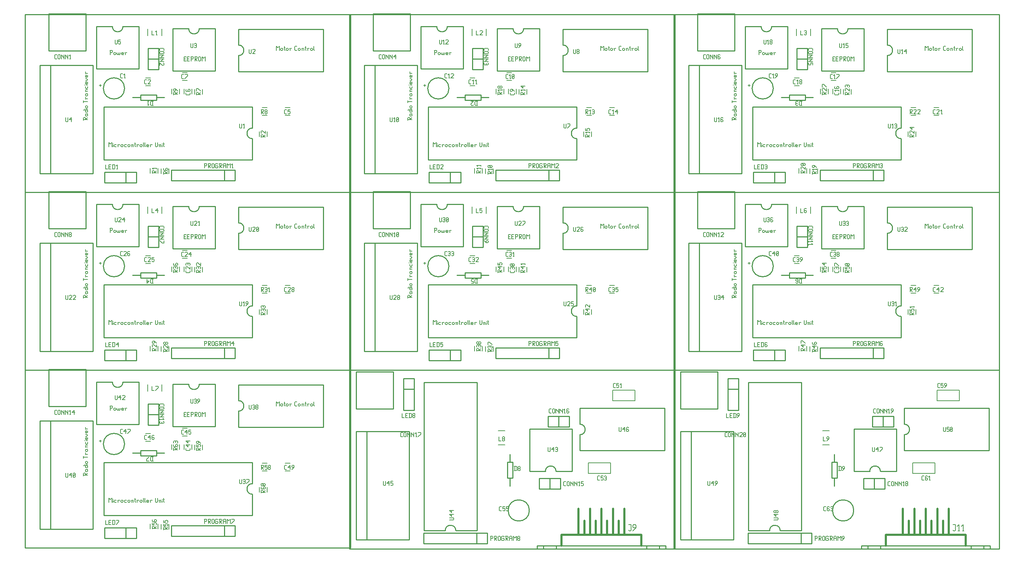
<source format=gbr>
G04 start of page 8 for group -4079 idx -4079 *
G04 Title: (unknown), topsilk *
G04 Creator: pcb 20091103 *
G04 CreationDate: Чтв 05 Янв 2012 09:41:11 UTC *
G04 For: aml *
G04 Format: Gerber/RS-274X *
G04 PCB-Dimensions: 948000 534000 *
G04 PCB-Coordinate-Origin: lower left *
%MOIN*%
%FSLAX25Y25*%
%LNFRONTSILK*%
%ADD11C,0.0200*%
%ADD12C,0.0100*%
%ADD55C,0.0050*%
%ADD56C,0.0080*%
%ADD57C,0.0060*%
G54D12*X319000Y354300D02*X12000D01*
Y522300D02*X319000D01*
X12000D02*Y18300D01*
X625000Y354300D02*X318000D01*
X625000Y186300D02*X318000D01*
Y522300D02*X625000D01*
Y186300D01*
X624000Y522300D02*Y186300D01*
X318000Y186000D02*X625000D01*
X319000Y186300D02*X12000D01*
X319000Y18300D02*X12000D01*
X318000Y522300D02*Y186300D01*
X319000Y522300D02*Y18300D01*
X318000Y17000D02*Y186000D01*
X625000Y17000D02*X318000D01*
X625000Y186000D02*Y17000D01*
X624000D02*Y186000D01*
Y522300D02*X931000D01*
Y354300D02*X624000D01*
X931000Y186300D02*X624000D01*
Y186000D02*X931000D01*
Y522300D02*Y186300D01*
Y17000D02*X624000D01*
X931000Y186000D02*Y17000D01*
G54D55*X249000Y492300D02*Y488300D01*
Y492300D02*X250500Y490800D01*
X252000Y492300D01*
Y488300D01*
X253201Y489800D02*Y488800D01*
Y489800D02*X253701Y490300D01*
X254701D01*
X255201Y489800D01*
Y488800D01*
X254701Y488300D02*X255201Y488800D01*
X253701Y488300D02*X254701D01*
X253201Y488800D02*X253701Y488300D01*
X256902Y492300D02*Y488800D01*
X257402Y488300D01*
X256402Y490800D02*X257402D01*
X258403Y489800D02*Y488800D01*
Y489800D02*X258903Y490300D01*
X259903D01*
X260403Y489800D01*
Y488800D01*
X259903Y488300D02*X260403Y488800D01*
X258903Y488300D02*X259903D01*
X258403Y488800D02*X258903Y488300D01*
X262104Y489800D02*Y488300D01*
Y489800D02*X262604Y490300D01*
X263604D01*
X261604D02*X262104Y489800D01*
X267105Y488300D02*X268605D01*
X266605Y488800D02*X267105Y488300D01*
X266605Y491800D02*Y488800D01*
Y491800D02*X267105Y492300D01*
X268605D01*
X269806Y489800D02*Y488800D01*
Y489800D02*X270306Y490300D01*
X271306D01*
X271806Y489800D01*
Y488800D01*
X271306Y488300D02*X271806Y488800D01*
X270306Y488300D02*X271306D01*
X269806Y488800D02*X270306Y488300D01*
X273507Y489800D02*Y488300D01*
Y489800D02*X274007Y490300D01*
X274507D01*
X275007Y489800D01*
Y488300D01*
X273007Y490300D02*X273507Y489800D01*
X276708Y492300D02*Y488800D01*
X277208Y488300D01*
X276208Y490800D02*X277208D01*
X278709Y489800D02*Y488300D01*
Y489800D02*X279209Y490300D01*
X280209D01*
X278209D02*X278709Y489800D01*
X281410D02*Y488800D01*
Y489800D02*X281910Y490300D01*
X282910D01*
X283410Y489800D01*
Y488800D01*
X282910Y488300D02*X283410Y488800D01*
X281910Y488300D02*X282910D01*
X281410Y488800D02*X281910Y488300D01*
X284611Y492300D02*Y488800D01*
X285111Y488300D01*
X249000Y324300D02*Y320300D01*
Y324300D02*X250500Y322800D01*
X252000Y324300D01*
Y320300D01*
X253201Y321800D02*Y320800D01*
Y321800D02*X253701Y322300D01*
X254701D01*
X255201Y321800D01*
Y320800D01*
X254701Y320300D02*X255201Y320800D01*
X253701Y320300D02*X254701D01*
X253201Y320800D02*X253701Y320300D01*
X256902Y324300D02*Y320800D01*
X257402Y320300D01*
X256402Y322800D02*X257402D01*
X258403Y321800D02*Y320800D01*
Y321800D02*X258903Y322300D01*
X259903D01*
X260403Y321800D01*
Y320800D01*
X259903Y320300D02*X260403Y320800D01*
X258903Y320300D02*X259903D01*
X258403Y320800D02*X258903Y320300D01*
X262104Y321800D02*Y320300D01*
Y321800D02*X262604Y322300D01*
X263604D01*
X261604D02*X262104Y321800D01*
X267105Y320300D02*X268605D01*
X266605Y320800D02*X267105Y320300D01*
X266605Y323800D02*Y320800D01*
Y323800D02*X267105Y324300D01*
X268605D01*
X269806Y321800D02*Y320800D01*
Y321800D02*X270306Y322300D01*
X271306D01*
X271806Y321800D01*
Y320800D01*
X271306Y320300D02*X271806Y320800D01*
X270306Y320300D02*X271306D01*
X269806Y320800D02*X270306Y320300D01*
X273507Y321800D02*Y320300D01*
Y321800D02*X274007Y322300D01*
X274507D01*
X275007Y321800D01*
Y320300D01*
X273007Y322300D02*X273507Y321800D01*
X276708Y324300D02*Y320800D01*
X277208Y320300D01*
X276208Y322800D02*X277208D01*
X278709Y321800D02*Y320300D01*
Y321800D02*X279209Y322300D01*
X280209D01*
X278209D02*X278709Y321800D01*
X281410D02*Y320800D01*
Y321800D02*X281910Y322300D01*
X282910D01*
X283410Y321800D01*
Y320800D01*
X282910Y320300D02*X283410Y320800D01*
X281910Y320300D02*X282910D01*
X281410Y320800D02*X281910Y320300D01*
X284611Y324300D02*Y320800D01*
X285111Y320300D01*
X249000Y156300D02*Y152300D01*
Y156300D02*X250500Y154800D01*
X252000Y156300D01*
Y152300D01*
X253201Y153800D02*Y152800D01*
Y153800D02*X253701Y154300D01*
X254701D01*
X255201Y153800D01*
Y152800D01*
X254701Y152300D02*X255201Y152800D01*
X253701Y152300D02*X254701D01*
X253201Y152800D02*X253701Y152300D01*
X256902Y156300D02*Y152800D01*
X257402Y152300D01*
X256402Y154800D02*X257402D01*
X258403Y153800D02*Y152800D01*
Y153800D02*X258903Y154300D01*
X259903D01*
X260403Y153800D01*
Y152800D01*
X259903Y152300D02*X260403Y152800D01*
X258903Y152300D02*X259903D01*
X258403Y152800D02*X258903Y152300D01*
X262104Y153800D02*Y152300D01*
Y153800D02*X262604Y154300D01*
X263604D01*
X261604D02*X262104Y153800D01*
X267105Y152300D02*X268605D01*
X266605Y152800D02*X267105Y152300D01*
X266605Y155800D02*Y152800D01*
Y155800D02*X267105Y156300D01*
X268605D01*
X269806Y153800D02*Y152800D01*
Y153800D02*X270306Y154300D01*
X271306D01*
X271806Y153800D01*
Y152800D01*
X271306Y152300D02*X271806Y152800D01*
X270306Y152300D02*X271306D01*
X269806Y152800D02*X270306Y152300D01*
X273507Y153800D02*Y152300D01*
Y153800D02*X274007Y154300D01*
X274507D01*
X275007Y153800D01*
Y152300D01*
X273007Y154300D02*X273507Y153800D01*
X276708Y156300D02*Y152800D01*
X277208Y152300D01*
X276208Y154800D02*X277208D01*
X278709Y153800D02*Y152300D01*
Y153800D02*X279209Y154300D01*
X280209D01*
X278209D02*X278709Y153800D01*
X281410D02*Y152800D01*
Y153800D02*X281910Y154300D01*
X282910D01*
X283410Y153800D01*
Y152800D01*
X282910Y152300D02*X283410Y152800D01*
X281910Y152300D02*X282910D01*
X281410Y152800D02*X281910Y152300D01*
X284611Y156300D02*Y152800D01*
X285111Y152300D01*
X373000Y424300D02*Y422300D01*
Y424300D02*X373500Y424800D01*
X374500D01*
X375000Y424300D02*X374500Y424800D01*
X375000Y424300D02*Y422800D01*
X373000D02*X377000D01*
X375000D02*X377000Y424800D01*
X375000Y427501D02*X375500Y428001D01*
X375000Y427501D02*Y426501D01*
X375500Y426001D02*X375000Y426501D01*
X375500Y426001D02*X376500D01*
X377000Y426501D01*
X375000Y428001D02*X376500D01*
X377000Y428501D01*
Y427501D02*Y426501D01*
Y427501D02*X376500Y428001D01*
X373000Y431702D02*X377000D01*
Y431202D02*X376500Y431702D01*
X377000Y431202D02*Y430202D01*
X376500Y429702D02*X377000Y430202D01*
X375500Y429702D02*X376500D01*
X375500D02*X375000Y430202D01*
Y431202D02*Y430202D01*
Y431202D02*X375500Y431702D01*
X374000Y432903D02*X374500D01*
X375500D02*X377000D01*
X375500Y433904D02*X376500D01*
X375500D02*X375000Y434404D01*
Y435404D02*Y434404D01*
Y435404D02*X375500Y435904D01*
X376500D01*
X377000Y435404D02*X376500Y435904D01*
X377000Y435404D02*Y434404D01*
X376500Y433904D02*X377000Y434404D01*
X373000Y440905D02*Y438905D01*
Y439905D02*X377000D01*
X375500Y442606D02*X377000D01*
X375500D02*X375000Y443106D01*
Y444106D02*Y443106D01*
Y442106D02*X375500Y442606D01*
X375000Y446807D02*X375500Y447307D01*
X375000Y446807D02*Y445807D01*
X375500Y445307D02*X375000Y445807D01*
X375500Y445307D02*X376500D01*
X377000Y445807D01*
X375000Y447307D02*X376500D01*
X377000Y447807D01*
Y446807D02*Y445807D01*
Y446807D02*X376500Y447307D01*
X375500Y449508D02*X377000D01*
X375500D02*X375000Y450008D01*
Y450508D02*Y450008D01*
Y450508D02*X375500Y451008D01*
X377000D01*
X375000Y449008D02*X375500Y449508D01*
X375000Y454209D02*Y452709D01*
X375500Y452209D02*X375000Y452709D01*
X375500Y452209D02*X376500D01*
X377000Y452709D01*
Y454209D02*Y452709D01*
X374000Y455410D02*X374500D01*
X375500D02*X377000D01*
Y458411D02*Y456911D01*
X376500Y456411D02*X377000Y456911D01*
X375500Y456411D02*X376500D01*
X375500D02*X375000Y456911D01*
Y457911D02*Y456911D01*
Y457911D02*X375500Y458411D01*
X376000D02*Y456411D01*
X375500Y458411D02*X376000D01*
X375000Y459612D02*X376000D01*
X377000Y460612D01*
X376000Y461612D01*
X375000D02*X376000D01*
X377000Y464813D02*Y463313D01*
X376500Y462813D02*X377000Y463313D01*
X375500Y462813D02*X376500D01*
X375500D02*X375000Y463313D01*
Y464313D02*Y463313D01*
Y464313D02*X375500Y464813D01*
X376000D02*Y462813D01*
X375500Y464813D02*X376000D01*
X375500Y466514D02*X377000D01*
X375500D02*X375000Y467014D01*
Y468014D02*Y467014D01*
Y466014D02*X375500Y466514D01*
X388000Y455300D02*X390000D01*
X389000Y456300D02*Y454300D01*
X373000Y256300D02*Y254300D01*
Y256300D02*X373500Y256800D01*
X374500D01*
X375000Y256300D02*X374500Y256800D01*
X375000Y256300D02*Y254800D01*
X373000D02*X377000D01*
X375000D02*X377000Y256800D01*
X375000Y259501D02*X375500Y260001D01*
X375000Y259501D02*Y258501D01*
X375500Y258001D02*X375000Y258501D01*
X375500Y258001D02*X376500D01*
X377000Y258501D01*
X375000Y260001D02*X376500D01*
X377000Y260501D01*
Y259501D02*Y258501D01*
Y259501D02*X376500Y260001D01*
X373000Y263702D02*X377000D01*
Y263202D02*X376500Y263702D01*
X377000Y263202D02*Y262202D01*
X376500Y261702D02*X377000Y262202D01*
X375500Y261702D02*X376500D01*
X375500D02*X375000Y262202D01*
Y263202D02*Y262202D01*
Y263202D02*X375500Y263702D01*
X374000Y264903D02*X374500D01*
X375500D02*X377000D01*
X375500Y265904D02*X376500D01*
X375500D02*X375000Y266404D01*
Y267404D02*Y266404D01*
Y267404D02*X375500Y267904D01*
X376500D01*
X377000Y267404D02*X376500Y267904D01*
X377000Y267404D02*Y266404D01*
X376500Y265904D02*X377000Y266404D01*
X373000Y272905D02*Y270905D01*
Y271905D02*X377000D01*
X375500Y274606D02*X377000D01*
X375500D02*X375000Y275106D01*
Y276106D02*Y275106D01*
Y274106D02*X375500Y274606D01*
X375000Y278807D02*X375500Y279307D01*
X375000Y278807D02*Y277807D01*
X375500Y277307D02*X375000Y277807D01*
X375500Y277307D02*X376500D01*
X377000Y277807D01*
X375000Y279307D02*X376500D01*
X377000Y279807D01*
Y278807D02*Y277807D01*
Y278807D02*X376500Y279307D01*
X375500Y281508D02*X377000D01*
X375500D02*X375000Y282008D01*
Y282508D02*Y282008D01*
Y282508D02*X375500Y283008D01*
X377000D01*
X375000Y281008D02*X375500Y281508D01*
X375000Y286209D02*Y284709D01*
X375500Y284209D02*X375000Y284709D01*
X375500Y284209D02*X376500D01*
X377000Y284709D01*
Y286209D02*Y284709D01*
X374000Y287410D02*X374500D01*
X375500D02*X377000D01*
Y290411D02*Y288911D01*
X376500Y288411D02*X377000Y288911D01*
X375500Y288411D02*X376500D01*
X375500D02*X375000Y288911D01*
Y289911D02*Y288911D01*
Y289911D02*X375500Y290411D01*
X376000D02*Y288411D01*
X375500Y290411D02*X376000D01*
X375000Y291612D02*X376000D01*
X377000Y292612D01*
X376000Y293612D01*
X375000D02*X376000D01*
X377000Y296813D02*Y295313D01*
X376500Y294813D02*X377000Y295313D01*
X375500Y294813D02*X376500D01*
X375500D02*X375000Y295313D01*
Y296313D02*Y295313D01*
Y296313D02*X375500Y296813D01*
X376000D02*Y294813D01*
X375500Y296813D02*X376000D01*
X375500Y298514D02*X377000D01*
X375500D02*X375000Y299014D01*
Y300014D02*Y299014D01*
Y298014D02*X375500Y298514D01*
X397000Y233300D02*Y229300D01*
Y233300D02*X398500Y231800D01*
X400000Y233300D01*
Y229300D01*
X401201Y232300D02*Y231800D01*
Y230800D02*Y229300D01*
X402702Y231300D02*X404202D01*
X402202Y230800D02*X402702Y231300D01*
X402202Y230800D02*Y229800D01*
X402702Y229300D01*
X404202D01*
X405903Y230800D02*Y229300D01*
Y230800D02*X406403Y231300D01*
X407403D01*
X405403D02*X405903Y230800D01*
X408604D02*Y229800D01*
Y230800D02*X409104Y231300D01*
X410104D01*
X410604Y230800D01*
Y229800D01*
X410104Y229300D02*X410604Y229800D01*
X409104Y229300D02*X410104D01*
X408604Y229800D02*X409104Y229300D01*
X412305Y231300D02*X413805D01*
X411805Y230800D02*X412305Y231300D01*
X411805Y230800D02*Y229800D01*
X412305Y229300D01*
X413805D01*
X415006Y230800D02*Y229800D01*
Y230800D02*X415506Y231300D01*
X416506D01*
X417006Y230800D01*
Y229800D01*
X416506Y229300D02*X417006Y229800D01*
X415506Y229300D02*X416506D01*
X415006Y229800D02*X415506Y229300D01*
X418707Y230800D02*Y229300D01*
Y230800D02*X419207Y231300D01*
X419707D01*
X420207Y230800D01*
Y229300D01*
X418207Y231300D02*X418707Y230800D01*
X421908Y233300D02*Y229800D01*
X422408Y229300D01*
X421408Y231800D02*X422408D01*
X423909Y230800D02*Y229300D01*
Y230800D02*X424409Y231300D01*
X425409D01*
X423409D02*X423909Y230800D01*
X426610D02*Y229800D01*
Y230800D02*X427110Y231300D01*
X428110D01*
X428610Y230800D01*
Y229800D01*
X428110Y229300D02*X428610Y229800D01*
X427110Y229300D02*X428110D01*
X426610Y229800D02*X427110Y229300D01*
X429811Y233300D02*Y229800D01*
X430311Y229300D01*
X431312Y233300D02*Y229800D01*
X431812Y229300D01*
X433313D02*X434813D01*
X432813Y229800D02*X433313Y229300D01*
X432813Y230800D02*Y229800D01*
Y230800D02*X433313Y231300D01*
X434313D01*
X434813Y230800D01*
X432813Y230300D02*X434813D01*
Y230800D02*Y230300D01*
X436514Y230800D02*Y229300D01*
Y230800D02*X437014Y231300D01*
X438014D01*
X436014D02*X436514Y230800D01*
X441015Y233300D02*Y229800D01*
X441515Y229300D01*
X442515D01*
X443015Y229800D01*
Y233300D02*Y229800D01*
X444716Y230800D02*Y229300D01*
Y230800D02*X445216Y231300D01*
X445716D01*
X446216Y230800D01*
Y229300D01*
X444216Y231300D02*X444716Y230800D01*
X447417Y232300D02*Y231800D01*
Y230800D02*Y229300D01*
X448918Y233300D02*Y229800D01*
X449418Y229300D01*
X448418Y231800D02*X449418D01*
X388000Y287300D02*X390000D01*
X389000Y288300D02*Y286300D01*
X92500Y488300D02*Y484300D01*
X92000Y488300D02*X94000D01*
X94500Y487800D01*
Y486800D01*
X94000Y486300D02*X94500Y486800D01*
X92500Y486300D02*X94000D01*
X95701Y485800D02*Y484800D01*
Y485800D02*X96201Y486300D01*
X97201D01*
X97701Y485800D01*
Y484800D01*
X97201Y484300D02*X97701Y484800D01*
X96201Y484300D02*X97201D01*
X95701Y484800D02*X96201Y484300D01*
X98902Y486300D02*Y484800D01*
X99402Y484300D01*
X99902D01*
X100402Y484800D01*
Y486300D02*Y484800D01*
X100902Y484300D01*
X101402D01*
X101902Y484800D01*
Y486300D02*Y484800D01*
X103603Y484300D02*X105103D01*
X103103Y484800D02*X103603Y484300D01*
X103103Y485800D02*Y484800D01*
Y485800D02*X103603Y486300D01*
X104603D01*
X105103Y485800D01*
X103103Y485300D02*X105103D01*
Y485800D02*Y485300D01*
X106804Y485800D02*Y484300D01*
Y485800D02*X107304Y486300D01*
X108304D01*
X106304D02*X106804Y485800D01*
X162000Y480300D02*X163500D01*
X162000Y478300D02*X164000D01*
X162000Y482300D02*Y478300D01*
Y482300D02*X164000D01*
X165201Y480300D02*X166701D01*
X165201Y478300D02*X167201D01*
X165201Y482300D02*Y478300D01*
Y482300D02*X167201D01*
X168902D02*Y478300D01*
X168402Y482300D02*X170402D01*
X170902Y481800D01*
Y480800D01*
X170402Y480300D02*X170902Y480800D01*
X168902Y480300D02*X170402D01*
X172103Y482300D02*X174103D01*
X174603Y481800D01*
Y480800D01*
X174103Y480300D02*X174603Y480800D01*
X172603Y480300D02*X174103D01*
X172603Y482300D02*Y478300D01*
Y480300D02*X174603Y478300D01*
X175804Y481800D02*Y478800D01*
Y481800D02*X176304Y482300D01*
X177304D01*
X177804Y481800D01*
Y478800D01*
X177304Y478300D02*X177804Y478800D01*
X176304Y478300D02*X177304D01*
X175804Y478800D02*X176304Y478300D01*
X179005Y482300D02*Y478300D01*
Y482300D02*X180505Y480800D01*
X182005Y482300D01*
Y478300D01*
X67000Y424300D02*Y422300D01*
Y424300D02*X67500Y424800D01*
X68500D01*
X69000Y424300D02*X68500Y424800D01*
X69000Y424300D02*Y422800D01*
X67000D02*X71000D01*
X69000D02*X71000Y424800D01*
X69000Y427501D02*X69500Y428001D01*
X69000Y427501D02*Y426501D01*
X69500Y426001D02*X69000Y426501D01*
X69500Y426001D02*X70500D01*
X71000Y426501D01*
X69000Y428001D02*X70500D01*
X71000Y428501D01*
Y427501D02*Y426501D01*
Y427501D02*X70500Y428001D01*
X67000Y431702D02*X71000D01*
Y431202D02*X70500Y431702D01*
X71000Y431202D02*Y430202D01*
X70500Y429702D02*X71000Y430202D01*
X69500Y429702D02*X70500D01*
X69500D02*X69000Y430202D01*
Y431202D02*Y430202D01*
Y431202D02*X69500Y431702D01*
X68000Y432903D02*X68500D01*
X69500D02*X71000D01*
X69500Y433904D02*X70500D01*
X69500D02*X69000Y434404D01*
Y435404D02*Y434404D01*
Y435404D02*X69500Y435904D01*
X70500D01*
X71000Y435404D02*X70500Y435904D01*
X71000Y435404D02*Y434404D01*
X70500Y433904D02*X71000Y434404D01*
X67000Y440905D02*Y438905D01*
Y439905D02*X71000D01*
X69500Y442606D02*X71000D01*
X69500D02*X69000Y443106D01*
Y444106D02*Y443106D01*
Y442106D02*X69500Y442606D01*
X69000Y446807D02*X69500Y447307D01*
X69000Y446807D02*Y445807D01*
X69500Y445307D02*X69000Y445807D01*
X69500Y445307D02*X70500D01*
X71000Y445807D01*
X69000Y447307D02*X70500D01*
X71000Y447807D01*
Y446807D02*Y445807D01*
Y446807D02*X70500Y447307D01*
X69500Y449508D02*X71000D01*
X69500D02*X69000Y450008D01*
Y450508D02*Y450008D01*
Y450508D02*X69500Y451008D01*
X71000D01*
X69000Y449008D02*X69500Y449508D01*
X69000Y454209D02*Y452709D01*
X69500Y452209D02*X69000Y452709D01*
X69500Y452209D02*X70500D01*
X71000Y452709D01*
Y454209D02*Y452709D01*
X68000Y455410D02*X68500D01*
X69500D02*X71000D01*
Y458411D02*Y456911D01*
X70500Y456411D02*X71000Y456911D01*
X69500Y456411D02*X70500D01*
X69500D02*X69000Y456911D01*
Y457911D02*Y456911D01*
Y457911D02*X69500Y458411D01*
X70000D02*Y456411D01*
X69500Y458411D02*X70000D01*
X69000Y459612D02*X70000D01*
X71000Y460612D01*
X70000Y461612D01*
X69000D02*X70000D01*
X71000Y464813D02*Y463313D01*
X70500Y462813D02*X71000Y463313D01*
X69500Y462813D02*X70500D01*
X69500D02*X69000Y463313D01*
Y464313D02*Y463313D01*
Y464313D02*X69500Y464813D01*
X70000D02*Y462813D01*
X69500Y464813D02*X70000D01*
X69500Y466514D02*X71000D01*
X69500D02*X69000Y467014D01*
Y468014D02*Y467014D01*
Y466014D02*X69500Y466514D01*
X91000Y401300D02*Y397300D01*
Y401300D02*X92500Y399800D01*
X94000Y401300D01*
Y397300D01*
X95201Y400300D02*Y399800D01*
Y398800D02*Y397300D01*
X96702Y399300D02*X98202D01*
X96202Y398800D02*X96702Y399300D01*
X96202Y398800D02*Y397800D01*
X96702Y397300D01*
X98202D01*
X99903Y398800D02*Y397300D01*
Y398800D02*X100403Y399300D01*
X101403D01*
X99403D02*X99903Y398800D01*
X102604D02*Y397800D01*
Y398800D02*X103104Y399300D01*
X104104D01*
X104604Y398800D01*
Y397800D01*
X104104Y397300D02*X104604Y397800D01*
X103104Y397300D02*X104104D01*
X102604Y397800D02*X103104Y397300D01*
X106305Y399300D02*X107805D01*
X105805Y398800D02*X106305Y399300D01*
X105805Y398800D02*Y397800D01*
X106305Y397300D01*
X107805D01*
X109006Y398800D02*Y397800D01*
Y398800D02*X109506Y399300D01*
X110506D01*
X111006Y398800D01*
Y397800D01*
X110506Y397300D02*X111006Y397800D01*
X109506Y397300D02*X110506D01*
X109006Y397800D02*X109506Y397300D01*
X112707Y398800D02*Y397300D01*
Y398800D02*X113207Y399300D01*
X113707D01*
X114207Y398800D01*
Y397300D01*
X112207Y399300D02*X112707Y398800D01*
X115908Y401300D02*Y397800D01*
X116408Y397300D01*
X115408Y399800D02*X116408D01*
X117909Y398800D02*Y397300D01*
Y398800D02*X118409Y399300D01*
X119409D01*
X117409D02*X117909Y398800D01*
X120610D02*Y397800D01*
Y398800D02*X121110Y399300D01*
X122110D01*
X122610Y398800D01*
Y397800D01*
X122110Y397300D02*X122610Y397800D01*
X121110Y397300D02*X122110D01*
X120610Y397800D02*X121110Y397300D01*
X123811Y401300D02*Y397800D01*
X124311Y397300D01*
X125312Y401300D02*Y397800D01*
X125812Y397300D01*
X127313D02*X128813D01*
X126813Y397800D02*X127313Y397300D01*
X126813Y398800D02*Y397800D01*
Y398800D02*X127313Y399300D01*
X128313D01*
X128813Y398800D01*
X126813Y398300D02*X128813D01*
Y398800D02*Y398300D01*
X130514Y398800D02*Y397300D01*
Y398800D02*X131014Y399300D01*
X132014D01*
X130014D02*X130514Y398800D01*
X135015Y401300D02*Y397800D01*
X135515Y397300D01*
X136515D01*
X137015Y397800D01*
Y401300D02*Y397800D01*
X138716Y398800D02*Y397300D01*
Y398800D02*X139216Y399300D01*
X139716D01*
X140216Y398800D01*
Y397300D01*
X138216Y399300D02*X138716Y398800D01*
X141417Y400300D02*Y399800D01*
Y398800D02*Y397300D01*
X142918Y401300D02*Y397800D01*
X143418Y397300D01*
X142418Y399800D02*X143418D01*
X82000Y455300D02*X84000D01*
X83000Y456300D02*Y454300D01*
X92500Y320300D02*Y316300D01*
X92000Y320300D02*X94000D01*
X94500Y319800D01*
Y318800D01*
X94000Y318300D02*X94500Y318800D01*
X92500Y318300D02*X94000D01*
X95701Y317800D02*Y316800D01*
Y317800D02*X96201Y318300D01*
X97201D01*
X97701Y317800D01*
Y316800D01*
X97201Y316300D02*X97701Y316800D01*
X96201Y316300D02*X97201D01*
X95701Y316800D02*X96201Y316300D01*
X98902Y318300D02*Y316800D01*
X99402Y316300D01*
X99902D01*
X100402Y316800D01*
Y318300D02*Y316800D01*
X100902Y316300D01*
X101402D01*
X101902Y316800D01*
Y318300D02*Y316800D01*
X103603Y316300D02*X105103D01*
X103103Y316800D02*X103603Y316300D01*
X103103Y317800D02*Y316800D01*
Y317800D02*X103603Y318300D01*
X104603D01*
X105103Y317800D01*
X103103Y317300D02*X105103D01*
Y317800D02*Y317300D01*
X106804Y317800D02*Y316300D01*
Y317800D02*X107304Y318300D01*
X108304D01*
X106304D02*X106804Y317800D01*
X91000Y233300D02*Y229300D01*
Y233300D02*X92500Y231800D01*
X94000Y233300D01*
Y229300D01*
X95201Y232300D02*Y231800D01*
Y230800D02*Y229300D01*
X96702Y231300D02*X98202D01*
X96202Y230800D02*X96702Y231300D01*
X96202Y230800D02*Y229800D01*
X96702Y229300D01*
X98202D01*
X99903Y230800D02*Y229300D01*
Y230800D02*X100403Y231300D01*
X101403D01*
X99403D02*X99903Y230800D01*
X102604D02*Y229800D01*
Y230800D02*X103104Y231300D01*
X104104D01*
X104604Y230800D01*
Y229800D01*
X104104Y229300D02*X104604Y229800D01*
X103104Y229300D02*X104104D01*
X102604Y229800D02*X103104Y229300D01*
X106305Y231300D02*X107805D01*
X105805Y230800D02*X106305Y231300D01*
X105805Y230800D02*Y229800D01*
X106305Y229300D01*
X107805D01*
X109006Y230800D02*Y229800D01*
Y230800D02*X109506Y231300D01*
X110506D01*
X111006Y230800D01*
Y229800D01*
X110506Y229300D02*X111006Y229800D01*
X109506Y229300D02*X110506D01*
X109006Y229800D02*X109506Y229300D01*
X112707Y230800D02*Y229300D01*
Y230800D02*X113207Y231300D01*
X113707D01*
X114207Y230800D01*
Y229300D01*
X112207Y231300D02*X112707Y230800D01*
X115908Y233300D02*Y229800D01*
X116408Y229300D01*
X115408Y231800D02*X116408D01*
X117909Y230800D02*Y229300D01*
Y230800D02*X118409Y231300D01*
X119409D01*
X117409D02*X117909Y230800D01*
X120610D02*Y229800D01*
Y230800D02*X121110Y231300D01*
X122110D01*
X122610Y230800D01*
Y229800D01*
X122110Y229300D02*X122610Y229800D01*
X121110Y229300D02*X122110D01*
X120610Y229800D02*X121110Y229300D01*
X123811Y233300D02*Y229800D01*
X124311Y229300D01*
X125312Y233300D02*Y229800D01*
X125812Y229300D01*
X127313D02*X128813D01*
X126813Y229800D02*X127313Y229300D01*
X126813Y230800D02*Y229800D01*
Y230800D02*X127313Y231300D01*
X128313D01*
X128813Y230800D01*
X126813Y230300D02*X128813D01*
Y230800D02*Y230300D01*
X130514Y230800D02*Y229300D01*
Y230800D02*X131014Y231300D01*
X132014D01*
X130014D02*X130514Y230800D01*
X135015Y233300D02*Y229800D01*
X135515Y229300D01*
X136515D01*
X137015Y229800D01*
Y233300D02*Y229800D01*
X138716Y230800D02*Y229300D01*
Y230800D02*X139216Y231300D01*
X139716D01*
X140216Y230800D01*
Y229300D01*
X138216Y231300D02*X138716Y230800D01*
X141417Y232300D02*Y231800D01*
Y230800D02*Y229300D01*
X142918Y233300D02*Y229800D01*
X143418Y229300D01*
X142418Y231800D02*X143418D01*
X92500Y152300D02*Y148300D01*
X92000Y152300D02*X94000D01*
X94500Y151800D01*
Y150800D01*
X94000Y150300D02*X94500Y150800D01*
X92500Y150300D02*X94000D01*
X95701Y149800D02*Y148800D01*
Y149800D02*X96201Y150300D01*
X97201D01*
X97701Y149800D01*
Y148800D01*
X97201Y148300D02*X97701Y148800D01*
X96201Y148300D02*X97201D01*
X95701Y148800D02*X96201Y148300D01*
X98902Y150300D02*Y148800D01*
X99402Y148300D01*
X99902D01*
X100402Y148800D01*
Y150300D02*Y148800D01*
X100902Y148300D01*
X101402D01*
X101902Y148800D01*
Y150300D02*Y148800D01*
X103603Y148300D02*X105103D01*
X103103Y148800D02*X103603Y148300D01*
X103103Y149800D02*Y148800D01*
Y149800D02*X103603Y150300D01*
X104603D01*
X105103Y149800D01*
X103103Y149300D02*X105103D01*
Y149800D02*Y149300D01*
X106804Y149800D02*Y148300D01*
Y149800D02*X107304Y150300D01*
X108304D01*
X106304D02*X106804Y149800D01*
X91000Y65300D02*Y61300D01*
Y65300D02*X92500Y63800D01*
X94000Y65300D01*
Y61300D01*
X95201Y64300D02*Y63800D01*
Y62800D02*Y61300D01*
X96702Y63300D02*X98202D01*
X96202Y62800D02*X96702Y63300D01*
X96202Y62800D02*Y61800D01*
X96702Y61300D01*
X98202D01*
X99903Y62800D02*Y61300D01*
Y62800D02*X100403Y63300D01*
X101403D01*
X99403D02*X99903Y62800D01*
X102604D02*Y61800D01*
Y62800D02*X103104Y63300D01*
X104104D01*
X104604Y62800D01*
Y61800D01*
X104104Y61300D02*X104604Y61800D01*
X103104Y61300D02*X104104D01*
X102604Y61800D02*X103104Y61300D01*
X106305Y63300D02*X107805D01*
X105805Y62800D02*X106305Y63300D01*
X105805Y62800D02*Y61800D01*
X106305Y61300D01*
X107805D01*
X109006Y62800D02*Y61800D01*
Y62800D02*X109506Y63300D01*
X110506D01*
X111006Y62800D01*
Y61800D01*
X110506Y61300D02*X111006Y61800D01*
X109506Y61300D02*X110506D01*
X109006Y61800D02*X109506Y61300D01*
X112707Y62800D02*Y61300D01*
Y62800D02*X113207Y63300D01*
X113707D01*
X114207Y62800D01*
Y61300D01*
X112207Y63300D02*X112707Y62800D01*
X115908Y65300D02*Y61800D01*
X116408Y61300D01*
X115408Y63800D02*X116408D01*
X117909Y62800D02*Y61300D01*
Y62800D02*X118409Y63300D01*
X119409D01*
X117409D02*X117909Y62800D01*
X120610D02*Y61800D01*
Y62800D02*X121110Y63300D01*
X122110D01*
X122610Y62800D01*
Y61800D01*
X122110Y61300D02*X122610Y61800D01*
X121110Y61300D02*X122110D01*
X120610Y61800D02*X121110Y61300D01*
X123811Y65300D02*Y61800D01*
X124311Y61300D01*
X125312Y65300D02*Y61800D01*
X125812Y61300D01*
X127313D02*X128813D01*
X126813Y61800D02*X127313Y61300D01*
X126813Y62800D02*Y61800D01*
Y62800D02*X127313Y63300D01*
X128313D01*
X128813Y62800D01*
X126813Y62300D02*X128813D01*
Y62800D02*Y62300D01*
X130514Y62800D02*Y61300D01*
Y62800D02*X131014Y63300D01*
X132014D01*
X130014D02*X130514Y62800D01*
X135015Y65300D02*Y61800D01*
X135515Y61300D01*
X136515D01*
X137015Y61800D01*
Y65300D02*Y61800D01*
X138716Y62800D02*Y61300D01*
Y62800D02*X139216Y63300D01*
X139716D01*
X140216Y62800D01*
Y61300D01*
X138216Y63300D02*X138716Y62800D01*
X141417Y64300D02*Y63800D01*
Y62800D02*Y61300D01*
X142918Y65300D02*Y61800D01*
X143418Y61300D01*
X142418Y63800D02*X143418D01*
X162000Y312300D02*X163500D01*
X162000Y310300D02*X164000D01*
X162000Y314300D02*Y310300D01*
Y314300D02*X164000D01*
X165201Y312300D02*X166701D01*
X165201Y310300D02*X167201D01*
X165201Y314300D02*Y310300D01*
Y314300D02*X167201D01*
X168902D02*Y310300D01*
X168402Y314300D02*X170402D01*
X170902Y313800D01*
Y312800D01*
X170402Y312300D02*X170902Y312800D01*
X168902Y312300D02*X170402D01*
X172103Y314300D02*X174103D01*
X174603Y313800D01*
Y312800D01*
X174103Y312300D02*X174603Y312800D01*
X172603Y312300D02*X174103D01*
X172603Y314300D02*Y310300D01*
Y312300D02*X174603Y310300D01*
X175804Y313800D02*Y310800D01*
Y313800D02*X176304Y314300D01*
X177304D01*
X177804Y313800D01*
Y310800D01*
X177304Y310300D02*X177804Y310800D01*
X176304Y310300D02*X177304D01*
X175804Y310800D02*X176304Y310300D01*
X179005Y314300D02*Y310300D01*
Y314300D02*X180505Y312800D01*
X182005Y314300D01*
Y310300D01*
X162000Y144300D02*X163500D01*
X162000Y142300D02*X164000D01*
X162000Y146300D02*Y142300D01*
Y146300D02*X164000D01*
X165201Y144300D02*X166701D01*
X165201Y142300D02*X167201D01*
X165201Y146300D02*Y142300D01*
Y146300D02*X167201D01*
X168902D02*Y142300D01*
X168402Y146300D02*X170402D01*
X170902Y145800D01*
Y144800D01*
X170402Y144300D02*X170902Y144800D01*
X168902Y144300D02*X170402D01*
X172103Y146300D02*X174103D01*
X174603Y145800D01*
Y144800D01*
X174103Y144300D02*X174603Y144800D01*
X172603Y144300D02*X174103D01*
X172603Y146300D02*Y142300D01*
Y144300D02*X174603Y142300D01*
X175804Y145800D02*Y142800D01*
Y145800D02*X176304Y146300D01*
X177304D01*
X177804Y145800D01*
Y142800D01*
X177304Y142300D02*X177804Y142800D01*
X176304Y142300D02*X177304D01*
X175804Y142800D02*X176304Y142300D01*
X179005Y146300D02*Y142300D01*
Y146300D02*X180505Y144800D01*
X182005Y146300D01*
Y142300D01*
X67000Y256300D02*Y254300D01*
Y256300D02*X67500Y256800D01*
X68500D01*
X69000Y256300D02*X68500Y256800D01*
X69000Y256300D02*Y254800D01*
X67000D02*X71000D01*
X69000D02*X71000Y256800D01*
X69000Y259501D02*X69500Y260001D01*
X69000Y259501D02*Y258501D01*
X69500Y258001D02*X69000Y258501D01*
X69500Y258001D02*X70500D01*
X71000Y258501D01*
X69000Y260001D02*X70500D01*
X71000Y260501D01*
Y259501D02*Y258501D01*
Y259501D02*X70500Y260001D01*
X67000Y263702D02*X71000D01*
Y263202D02*X70500Y263702D01*
X71000Y263202D02*Y262202D01*
X70500Y261702D02*X71000Y262202D01*
X69500Y261702D02*X70500D01*
X69500D02*X69000Y262202D01*
Y263202D02*Y262202D01*
Y263202D02*X69500Y263702D01*
X68000Y264903D02*X68500D01*
X69500D02*X71000D01*
X69500Y265904D02*X70500D01*
X69500D02*X69000Y266404D01*
Y267404D02*Y266404D01*
Y267404D02*X69500Y267904D01*
X70500D01*
X71000Y267404D02*X70500Y267904D01*
X71000Y267404D02*Y266404D01*
X70500Y265904D02*X71000Y266404D01*
X67000Y272905D02*Y270905D01*
Y271905D02*X71000D01*
X69500Y274606D02*X71000D01*
X69500D02*X69000Y275106D01*
Y276106D02*Y275106D01*
Y274106D02*X69500Y274606D01*
X69000Y278807D02*X69500Y279307D01*
X69000Y278807D02*Y277807D01*
X69500Y277307D02*X69000Y277807D01*
X69500Y277307D02*X70500D01*
X71000Y277807D01*
X69000Y279307D02*X70500D01*
X71000Y279807D01*
Y278807D02*Y277807D01*
Y278807D02*X70500Y279307D01*
X69500Y281508D02*X71000D01*
X69500D02*X69000Y282008D01*
Y282508D02*Y282008D01*
Y282508D02*X69500Y283008D01*
X71000D01*
X69000Y281008D02*X69500Y281508D01*
X69000Y286209D02*Y284709D01*
X69500Y284209D02*X69000Y284709D01*
X69500Y284209D02*X70500D01*
X71000Y284709D01*
Y286209D02*Y284709D01*
X68000Y287410D02*X68500D01*
X69500D02*X71000D01*
Y290411D02*Y288911D01*
X70500Y288411D02*X71000Y288911D01*
X69500Y288411D02*X70500D01*
X69500D02*X69000Y288911D01*
Y289911D02*Y288911D01*
Y289911D02*X69500Y290411D01*
X70000D02*Y288411D01*
X69500Y290411D02*X70000D01*
X69000Y291612D02*X70000D01*
X71000Y292612D01*
X70000Y293612D01*
X69000D02*X70000D01*
X71000Y296813D02*Y295313D01*
X70500Y294813D02*X71000Y295313D01*
X69500Y294813D02*X70500D01*
X69500D02*X69000Y295313D01*
Y296313D02*Y295313D01*
Y296313D02*X69500Y296813D01*
X70000D02*Y294813D01*
X69500Y296813D02*X70000D01*
X69500Y298514D02*X71000D01*
X69500D02*X69000Y299014D01*
Y300014D02*Y299014D01*
Y298014D02*X69500Y298514D01*
X82000Y287300D02*X84000D01*
X83000Y288300D02*Y286300D01*
X67000Y88300D02*Y86300D01*
Y88300D02*X67500Y88800D01*
X68500D01*
X69000Y88300D02*X68500Y88800D01*
X69000Y88300D02*Y86800D01*
X67000D02*X71000D01*
X69000D02*X71000Y88800D01*
X69000Y91501D02*X69500Y92001D01*
X69000Y91501D02*Y90501D01*
X69500Y90001D02*X69000Y90501D01*
X69500Y90001D02*X70500D01*
X71000Y90501D01*
X69000Y92001D02*X70500D01*
X71000Y92501D01*
Y91501D02*Y90501D01*
Y91501D02*X70500Y92001D01*
X67000Y95702D02*X71000D01*
Y95202D02*X70500Y95702D01*
X71000Y95202D02*Y94202D01*
X70500Y93702D02*X71000Y94202D01*
X69500Y93702D02*X70500D01*
X69500D02*X69000Y94202D01*
Y95202D02*Y94202D01*
Y95202D02*X69500Y95702D01*
X68000Y96903D02*X68500D01*
X69500D02*X71000D01*
X69500Y97904D02*X70500D01*
X69500D02*X69000Y98404D01*
Y99404D02*Y98404D01*
Y99404D02*X69500Y99904D01*
X70500D01*
X71000Y99404D02*X70500Y99904D01*
X71000Y99404D02*Y98404D01*
X70500Y97904D02*X71000Y98404D01*
X67000Y104905D02*Y102905D01*
Y103905D02*X71000D01*
X69500Y106606D02*X71000D01*
X69500D02*X69000Y107106D01*
Y108106D02*Y107106D01*
Y106106D02*X69500Y106606D01*
X69000Y110807D02*X69500Y111307D01*
X69000Y110807D02*Y109807D01*
X69500Y109307D02*X69000Y109807D01*
X69500Y109307D02*X70500D01*
X71000Y109807D01*
X69000Y111307D02*X70500D01*
X71000Y111807D01*
Y110807D02*Y109807D01*
Y110807D02*X70500Y111307D01*
X69500Y113508D02*X71000D01*
X69500D02*X69000Y114008D01*
Y114508D02*Y114008D01*
Y114508D02*X69500Y115008D01*
X71000D01*
X69000Y113008D02*X69500Y113508D01*
X69000Y118209D02*Y116709D01*
X69500Y116209D02*X69000Y116709D01*
X69500Y116209D02*X70500D01*
X71000Y116709D01*
Y118209D02*Y116709D01*
X68000Y119410D02*X68500D01*
X69500D02*X71000D01*
Y122411D02*Y120911D01*
X70500Y120411D02*X71000Y120911D01*
X69500Y120411D02*X70500D01*
X69500D02*X69000Y120911D01*
Y121911D02*Y120911D01*
Y121911D02*X69500Y122411D01*
X70000D02*Y120411D01*
X69500Y122411D02*X70000D01*
X69000Y123612D02*X70000D01*
X71000Y124612D01*
X70000Y125612D01*
X69000D02*X70000D01*
X71000Y128813D02*Y127313D01*
X70500Y126813D02*X71000Y127313D01*
X69500Y126813D02*X70500D01*
X69500D02*X69000Y127313D01*
Y128313D02*Y127313D01*
Y128313D02*X69500Y128813D01*
X70000D02*Y126813D01*
X69500Y128813D02*X70000D01*
X69500Y130514D02*X71000D01*
X69500D02*X69000Y131014D01*
Y132014D02*Y131014D01*
Y130014D02*X69500Y130514D01*
X82000Y119300D02*X84000D01*
X83000Y120300D02*Y118300D01*
X555000Y492300D02*Y488300D01*
Y492300D02*X556500Y490800D01*
X558000Y492300D01*
Y488300D01*
X559201Y489800D02*Y488800D01*
Y489800D02*X559701Y490300D01*
X560701D01*
X561201Y489800D01*
Y488800D01*
X560701Y488300D02*X561201Y488800D01*
X559701Y488300D02*X560701D01*
X559201Y488800D02*X559701Y488300D01*
X562902Y492300D02*Y488800D01*
X563402Y488300D01*
X562402Y490800D02*X563402D01*
X564403Y489800D02*Y488800D01*
Y489800D02*X564903Y490300D01*
X565903D01*
X566403Y489800D01*
Y488800D01*
X565903Y488300D02*X566403Y488800D01*
X564903Y488300D02*X565903D01*
X564403Y488800D02*X564903Y488300D01*
X568104Y489800D02*Y488300D01*
Y489800D02*X568604Y490300D01*
X569604D01*
X567604D02*X568104Y489800D01*
X573105Y488300D02*X574605D01*
X572605Y488800D02*X573105Y488300D01*
X572605Y491800D02*Y488800D01*
Y491800D02*X573105Y492300D01*
X574605D01*
X575806Y489800D02*Y488800D01*
Y489800D02*X576306Y490300D01*
X577306D01*
X577806Y489800D01*
Y488800D01*
X577306Y488300D02*X577806Y488800D01*
X576306Y488300D02*X577306D01*
X575806Y488800D02*X576306Y488300D01*
X579507Y489800D02*Y488300D01*
Y489800D02*X580007Y490300D01*
X580507D01*
X581007Y489800D01*
Y488300D01*
X579007Y490300D02*X579507Y489800D01*
X582708Y492300D02*Y488800D01*
X583208Y488300D01*
X582208Y490800D02*X583208D01*
X584709Y489800D02*Y488300D01*
Y489800D02*X585209Y490300D01*
X586209D01*
X584209D02*X584709Y489800D01*
X587410D02*Y488800D01*
Y489800D02*X587910Y490300D01*
X588910D01*
X589410Y489800D01*
Y488800D01*
X588910Y488300D02*X589410Y488800D01*
X587910Y488300D02*X588910D01*
X587410Y488800D02*X587910Y488300D01*
X590611Y492300D02*Y488800D01*
X591111Y488300D01*
X861000Y492300D02*Y488300D01*
Y492300D02*X862500Y490800D01*
X864000Y492300D01*
Y488300D01*
X865201Y489800D02*Y488800D01*
Y489800D02*X865701Y490300D01*
X866701D01*
X867201Y489800D01*
Y488800D01*
X866701Y488300D02*X867201Y488800D01*
X865701Y488300D02*X866701D01*
X865201Y488800D02*X865701Y488300D01*
X868902Y492300D02*Y488800D01*
X869402Y488300D01*
X868402Y490800D02*X869402D01*
X870403Y489800D02*Y488800D01*
Y489800D02*X870903Y490300D01*
X871903D01*
X872403Y489800D01*
Y488800D01*
X871903Y488300D02*X872403Y488800D01*
X870903Y488300D02*X871903D01*
X870403Y488800D02*X870903Y488300D01*
X874104Y489800D02*Y488300D01*
Y489800D02*X874604Y490300D01*
X875604D01*
X873604D02*X874104Y489800D01*
X879105Y488300D02*X880605D01*
X878605Y488800D02*X879105Y488300D01*
X878605Y491800D02*Y488800D01*
Y491800D02*X879105Y492300D01*
X880605D01*
X881806Y489800D02*Y488800D01*
Y489800D02*X882306Y490300D01*
X883306D01*
X883806Y489800D01*
Y488800D01*
X883306Y488300D02*X883806Y488800D01*
X882306Y488300D02*X883306D01*
X881806Y488800D02*X882306Y488300D01*
X885507Y489800D02*Y488300D01*
Y489800D02*X886007Y490300D01*
X886507D01*
X887007Y489800D01*
Y488300D01*
X885007Y490300D02*X885507Y489800D01*
X888708Y492300D02*Y488800D01*
X889208Y488300D01*
X888208Y490800D02*X889208D01*
X890709Y489800D02*Y488300D01*
Y489800D02*X891209Y490300D01*
X892209D01*
X890209D02*X890709Y489800D01*
X893410D02*Y488800D01*
Y489800D02*X893910Y490300D01*
X894910D01*
X895410Y489800D01*
Y488800D01*
X894910Y488300D02*X895410Y488800D01*
X893910Y488300D02*X894910D01*
X893410Y488800D02*X893910Y488300D01*
X896611Y492300D02*Y488800D01*
X897111Y488300D01*
X704500D02*Y484300D01*
X704000Y488300D02*X706000D01*
X706500Y487800D01*
Y486800D01*
X706000Y486300D02*X706500Y486800D01*
X704500Y486300D02*X706000D01*
X707701Y485800D02*Y484800D01*
Y485800D02*X708201Y486300D01*
X709201D01*
X709701Y485800D01*
Y484800D01*
X709201Y484300D02*X709701Y484800D01*
X708201Y484300D02*X709201D01*
X707701Y484800D02*X708201Y484300D01*
X710902Y486300D02*Y484800D01*
X711402Y484300D01*
X711902D01*
X712402Y484800D01*
Y486300D02*Y484800D01*
X712902Y484300D01*
X713402D01*
X713902Y484800D01*
Y486300D02*Y484800D01*
X715603Y484300D02*X717103D01*
X715103Y484800D02*X715603Y484300D01*
X715103Y485800D02*Y484800D01*
Y485800D02*X715603Y486300D01*
X716603D01*
X717103Y485800D01*
X715103Y485300D02*X717103D01*
Y485800D02*Y485300D01*
X718804Y485800D02*Y484300D01*
Y485800D02*X719304Y486300D01*
X720304D01*
X718304D02*X718804Y485800D01*
X774000Y480300D02*X775500D01*
X774000Y478300D02*X776000D01*
X774000Y482300D02*Y478300D01*
Y482300D02*X776000D01*
X777201Y480300D02*X778701D01*
X777201Y478300D02*X779201D01*
X777201Y482300D02*Y478300D01*
Y482300D02*X779201D01*
X780902D02*Y478300D01*
X780402Y482300D02*X782402D01*
X782902Y481800D01*
Y480800D01*
X782402Y480300D02*X782902Y480800D01*
X780902Y480300D02*X782402D01*
X784103Y482300D02*X786103D01*
X786603Y481800D01*
Y480800D01*
X786103Y480300D02*X786603Y480800D01*
X784603Y480300D02*X786103D01*
X784603Y482300D02*Y478300D01*
Y480300D02*X786603Y478300D01*
X787804Y481800D02*Y478800D01*
Y481800D02*X788304Y482300D01*
X789304D01*
X789804Y481800D01*
Y478800D01*
X789304Y478300D02*X789804Y478800D01*
X788304Y478300D02*X789304D01*
X787804Y478800D02*X788304Y478300D01*
X791005Y482300D02*Y478300D01*
Y482300D02*X792505Y480800D01*
X794005Y482300D01*
Y478300D01*
X398500Y488300D02*Y484300D01*
X398000Y488300D02*X400000D01*
X400500Y487800D01*
Y486800D01*
X400000Y486300D02*X400500Y486800D01*
X398500Y486300D02*X400000D01*
X401701Y485800D02*Y484800D01*
Y485800D02*X402201Y486300D01*
X403201D01*
X403701Y485800D01*
Y484800D01*
X403201Y484300D02*X403701Y484800D01*
X402201Y484300D02*X403201D01*
X401701Y484800D02*X402201Y484300D01*
X404902Y486300D02*Y484800D01*
X405402Y484300D01*
X405902D01*
X406402Y484800D01*
Y486300D02*Y484800D01*
X406902Y484300D01*
X407402D01*
X407902Y484800D01*
Y486300D02*Y484800D01*
X409603Y484300D02*X411103D01*
X409103Y484800D02*X409603Y484300D01*
X409103Y485800D02*Y484800D01*
Y485800D02*X409603Y486300D01*
X410603D01*
X411103Y485800D01*
X409103Y485300D02*X411103D01*
Y485800D02*Y485300D01*
X412804Y485800D02*Y484300D01*
Y485800D02*X413304Y486300D01*
X414304D01*
X412304D02*X412804Y485800D01*
X468000Y480300D02*X469500D01*
X468000Y478300D02*X470000D01*
X468000Y482300D02*Y478300D01*
Y482300D02*X470000D01*
X471201Y480300D02*X472701D01*
X471201Y478300D02*X473201D01*
X471201Y482300D02*Y478300D01*
Y482300D02*X473201D01*
X474902D02*Y478300D01*
X474402Y482300D02*X476402D01*
X476902Y481800D01*
Y480800D01*
X476402Y480300D02*X476902Y480800D01*
X474902Y480300D02*X476402D01*
X478103Y482300D02*X480103D01*
X480603Y481800D01*
Y480800D01*
X480103Y480300D02*X480603Y480800D01*
X478603Y480300D02*X480103D01*
X478603Y482300D02*Y478300D01*
Y480300D02*X480603Y478300D01*
X481804Y481800D02*Y478800D01*
Y481800D02*X482304Y482300D01*
X483304D01*
X483804Y481800D01*
Y478800D01*
X483304Y478300D02*X483804Y478800D01*
X482304Y478300D02*X483304D01*
X481804Y478800D02*X482304Y478300D01*
X485005Y482300D02*Y478300D01*
Y482300D02*X486505Y480800D01*
X488005Y482300D01*
Y478300D01*
X679000Y424300D02*Y422300D01*
Y424300D02*X679500Y424800D01*
X680500D01*
X681000Y424300D02*X680500Y424800D01*
X681000Y424300D02*Y422800D01*
X679000D02*X683000D01*
X681000D02*X683000Y424800D01*
X681000Y427501D02*X681500Y428001D01*
X681000Y427501D02*Y426501D01*
X681500Y426001D02*X681000Y426501D01*
X681500Y426001D02*X682500D01*
X683000Y426501D01*
X681000Y428001D02*X682500D01*
X683000Y428501D01*
Y427501D02*Y426501D01*
Y427501D02*X682500Y428001D01*
X679000Y431702D02*X683000D01*
Y431202D02*X682500Y431702D01*
X683000Y431202D02*Y430202D01*
X682500Y429702D02*X683000Y430202D01*
X681500Y429702D02*X682500D01*
X681500D02*X681000Y430202D01*
Y431202D02*Y430202D01*
Y431202D02*X681500Y431702D01*
X680000Y432903D02*X680500D01*
X681500D02*X683000D01*
X681500Y433904D02*X682500D01*
X681500D02*X681000Y434404D01*
Y435404D02*Y434404D01*
Y435404D02*X681500Y435904D01*
X682500D01*
X683000Y435404D02*X682500Y435904D01*
X683000Y435404D02*Y434404D01*
X682500Y433904D02*X683000Y434404D01*
X679000Y440905D02*Y438905D01*
Y439905D02*X683000D01*
X681500Y442606D02*X683000D01*
X681500D02*X681000Y443106D01*
Y444106D02*Y443106D01*
Y442106D02*X681500Y442606D01*
X681000Y446807D02*X681500Y447307D01*
X681000Y446807D02*Y445807D01*
X681500Y445307D02*X681000Y445807D01*
X681500Y445307D02*X682500D01*
X683000Y445807D01*
X681000Y447307D02*X682500D01*
X683000Y447807D01*
Y446807D02*Y445807D01*
Y446807D02*X682500Y447307D01*
X681500Y449508D02*X683000D01*
X681500D02*X681000Y450008D01*
Y450508D02*Y450008D01*
Y450508D02*X681500Y451008D01*
X683000D01*
X681000Y449008D02*X681500Y449508D01*
X681000Y454209D02*Y452709D01*
X681500Y452209D02*X681000Y452709D01*
X681500Y452209D02*X682500D01*
X683000Y452709D01*
Y454209D02*Y452709D01*
X680000Y455410D02*X680500D01*
X681500D02*X683000D01*
Y458411D02*Y456911D01*
X682500Y456411D02*X683000Y456911D01*
X681500Y456411D02*X682500D01*
X681500D02*X681000Y456911D01*
Y457911D02*Y456911D01*
Y457911D02*X681500Y458411D01*
X682000D02*Y456411D01*
X681500Y458411D02*X682000D01*
X681000Y459612D02*X682000D01*
X683000Y460612D01*
X682000Y461612D01*
X681000D02*X682000D01*
X683000Y464813D02*Y463313D01*
X682500Y462813D02*X683000Y463313D01*
X681500Y462813D02*X682500D01*
X681500D02*X681000Y463313D01*
Y464313D02*Y463313D01*
Y464313D02*X681500Y464813D01*
X682000D02*Y462813D01*
X681500Y464813D02*X682000D01*
X681500Y466514D02*X683000D01*
X681500D02*X681000Y467014D01*
Y468014D02*Y467014D01*
Y466014D02*X681500Y466514D01*
X694000Y455300D02*X696000D01*
X695000Y456300D02*Y454300D01*
X397000Y401300D02*Y397300D01*
Y401300D02*X398500Y399800D01*
X400000Y401300D01*
Y397300D01*
X401201Y400300D02*Y399800D01*
Y398800D02*Y397300D01*
X402702Y399300D02*X404202D01*
X402202Y398800D02*X402702Y399300D01*
X402202Y398800D02*Y397800D01*
X402702Y397300D01*
X404202D01*
X405903Y398800D02*Y397300D01*
Y398800D02*X406403Y399300D01*
X407403D01*
X405403D02*X405903Y398800D01*
X408604D02*Y397800D01*
Y398800D02*X409104Y399300D01*
X410104D01*
X410604Y398800D01*
Y397800D01*
X410104Y397300D02*X410604Y397800D01*
X409104Y397300D02*X410104D01*
X408604Y397800D02*X409104Y397300D01*
X412305Y399300D02*X413805D01*
X411805Y398800D02*X412305Y399300D01*
X411805Y398800D02*Y397800D01*
X412305Y397300D01*
X413805D01*
X415006Y398800D02*Y397800D01*
Y398800D02*X415506Y399300D01*
X416506D01*
X417006Y398800D01*
Y397800D01*
X416506Y397300D02*X417006Y397800D01*
X415506Y397300D02*X416506D01*
X415006Y397800D02*X415506Y397300D01*
X418707Y398800D02*Y397300D01*
Y398800D02*X419207Y399300D01*
X419707D01*
X420207Y398800D01*
Y397300D01*
X418207Y399300D02*X418707Y398800D01*
X421908Y401300D02*Y397800D01*
X422408Y397300D01*
X421408Y399800D02*X422408D01*
X423909Y398800D02*Y397300D01*
Y398800D02*X424409Y399300D01*
X425409D01*
X423409D02*X423909Y398800D01*
X426610D02*Y397800D01*
Y398800D02*X427110Y399300D01*
X428110D01*
X428610Y398800D01*
Y397800D01*
X428110Y397300D02*X428610Y397800D01*
X427110Y397300D02*X428110D01*
X426610Y397800D02*X427110Y397300D01*
X429811Y401300D02*Y397800D01*
X430311Y397300D01*
X431312Y401300D02*Y397800D01*
X431812Y397300D01*
X433313D02*X434813D01*
X432813Y397800D02*X433313Y397300D01*
X432813Y398800D02*Y397800D01*
Y398800D02*X433313Y399300D01*
X434313D01*
X434813Y398800D01*
X432813Y398300D02*X434813D01*
Y398800D02*Y398300D01*
X436514Y398800D02*Y397300D01*
Y398800D02*X437014Y399300D01*
X438014D01*
X436014D02*X436514Y398800D01*
X441015Y401300D02*Y397800D01*
X441515Y397300D01*
X442515D01*
X443015Y397800D01*
Y401300D02*Y397800D01*
X444716Y398800D02*Y397300D01*
Y398800D02*X445216Y399300D01*
X445716D01*
X446216Y398800D01*
Y397300D01*
X444216Y399300D02*X444716Y398800D01*
X447417Y400300D02*Y399800D01*
Y398800D02*Y397300D01*
X448918Y401300D02*Y397800D01*
X449418Y397300D01*
X448418Y399800D02*X449418D01*
X703000Y401300D02*Y397300D01*
Y401300D02*X704500Y399800D01*
X706000Y401300D01*
Y397300D01*
X707201Y400300D02*Y399800D01*
Y398800D02*Y397300D01*
X708702Y399300D02*X710202D01*
X708202Y398800D02*X708702Y399300D01*
X708202Y398800D02*Y397800D01*
X708702Y397300D01*
X710202D01*
X711903Y398800D02*Y397300D01*
Y398800D02*X712403Y399300D01*
X713403D01*
X711403D02*X711903Y398800D01*
X714604D02*Y397800D01*
Y398800D02*X715104Y399300D01*
X716104D01*
X716604Y398800D01*
Y397800D01*
X716104Y397300D02*X716604Y397800D01*
X715104Y397300D02*X716104D01*
X714604Y397800D02*X715104Y397300D01*
X718305Y399300D02*X719805D01*
X717805Y398800D02*X718305Y399300D01*
X717805Y398800D02*Y397800D01*
X718305Y397300D01*
X719805D01*
X721006Y398800D02*Y397800D01*
Y398800D02*X721506Y399300D01*
X722506D01*
X723006Y398800D01*
Y397800D01*
X722506Y397300D02*X723006Y397800D01*
X721506Y397300D02*X722506D01*
X721006Y397800D02*X721506Y397300D01*
X724707Y398800D02*Y397300D01*
Y398800D02*X725207Y399300D01*
X725707D01*
X726207Y398800D01*
Y397300D01*
X724207Y399300D02*X724707Y398800D01*
X727908Y401300D02*Y397800D01*
X728408Y397300D01*
X727408Y399800D02*X728408D01*
X729909Y398800D02*Y397300D01*
Y398800D02*X730409Y399300D01*
X731409D01*
X729409D02*X729909Y398800D01*
X732610D02*Y397800D01*
Y398800D02*X733110Y399300D01*
X734110D01*
X734610Y398800D01*
Y397800D01*
X734110Y397300D02*X734610Y397800D01*
X733110Y397300D02*X734110D01*
X732610Y397800D02*X733110Y397300D01*
X735811Y401300D02*Y397800D01*
X736311Y397300D01*
X737312Y401300D02*Y397800D01*
X737812Y397300D01*
X739313D02*X740813D01*
X738813Y397800D02*X739313Y397300D01*
X738813Y398800D02*Y397800D01*
Y398800D02*X739313Y399300D01*
X740313D01*
X740813Y398800D01*
X738813Y398300D02*X740813D01*
Y398800D02*Y398300D01*
X742514Y398800D02*Y397300D01*
Y398800D02*X743014Y399300D01*
X744014D01*
X742014D02*X742514Y398800D01*
X747015Y401300D02*Y397800D01*
X747515Y397300D01*
X748515D01*
X749015Y397800D01*
Y401300D02*Y397800D01*
X750716Y398800D02*Y397300D01*
Y398800D02*X751216Y399300D01*
X751716D01*
X752216Y398800D01*
Y397300D01*
X750216Y399300D02*X750716Y398800D01*
X753417Y400300D02*Y399800D01*
Y398800D02*Y397300D01*
X754918Y401300D02*Y397800D01*
X755418Y397300D01*
X754418Y399800D02*X755418D01*
X555000Y324300D02*Y320300D01*
Y324300D02*X556500Y322800D01*
X558000Y324300D01*
Y320300D01*
X559201Y321800D02*Y320800D01*
Y321800D02*X559701Y322300D01*
X560701D01*
X561201Y321800D01*
Y320800D01*
X560701Y320300D02*X561201Y320800D01*
X559701Y320300D02*X560701D01*
X559201Y320800D02*X559701Y320300D01*
X562902Y324300D02*Y320800D01*
X563402Y320300D01*
X562402Y322800D02*X563402D01*
X564403Y321800D02*Y320800D01*
Y321800D02*X564903Y322300D01*
X565903D01*
X566403Y321800D01*
Y320800D01*
X565903Y320300D02*X566403Y320800D01*
X564903Y320300D02*X565903D01*
X564403Y320800D02*X564903Y320300D01*
X568104Y321800D02*Y320300D01*
Y321800D02*X568604Y322300D01*
X569604D01*
X567604D02*X568104Y321800D01*
X573105Y320300D02*X574605D01*
X572605Y320800D02*X573105Y320300D01*
X572605Y323800D02*Y320800D01*
Y323800D02*X573105Y324300D01*
X574605D01*
X575806Y321800D02*Y320800D01*
Y321800D02*X576306Y322300D01*
X577306D01*
X577806Y321800D01*
Y320800D01*
X577306Y320300D02*X577806Y320800D01*
X576306Y320300D02*X577306D01*
X575806Y320800D02*X576306Y320300D01*
X579507Y321800D02*Y320300D01*
Y321800D02*X580007Y322300D01*
X580507D01*
X581007Y321800D01*
Y320300D01*
X579007Y322300D02*X579507Y321800D01*
X582708Y324300D02*Y320800D01*
X583208Y320300D01*
X582208Y322800D02*X583208D01*
X584709Y321800D02*Y320300D01*
Y321800D02*X585209Y322300D01*
X586209D01*
X584209D02*X584709Y321800D01*
X587410D02*Y320800D01*
Y321800D02*X587910Y322300D01*
X588910D01*
X589410Y321800D01*
Y320800D01*
X588910Y320300D02*X589410Y320800D01*
X587910Y320300D02*X588910D01*
X587410Y320800D02*X587910Y320300D01*
X590611Y324300D02*Y320800D01*
X591111Y320300D01*
X861000Y324300D02*Y320300D01*
Y324300D02*X862500Y322800D01*
X864000Y324300D01*
Y320300D01*
X865201Y321800D02*Y320800D01*
Y321800D02*X865701Y322300D01*
X866701D01*
X867201Y321800D01*
Y320800D01*
X866701Y320300D02*X867201Y320800D01*
X865701Y320300D02*X866701D01*
X865201Y320800D02*X865701Y320300D01*
X868902Y324300D02*Y320800D01*
X869402Y320300D01*
X868402Y322800D02*X869402D01*
X870403Y321800D02*Y320800D01*
Y321800D02*X870903Y322300D01*
X871903D01*
X872403Y321800D01*
Y320800D01*
X871903Y320300D02*X872403Y320800D01*
X870903Y320300D02*X871903D01*
X870403Y320800D02*X870903Y320300D01*
X874104Y321800D02*Y320300D01*
Y321800D02*X874604Y322300D01*
X875604D01*
X873604D02*X874104Y321800D01*
X879105Y320300D02*X880605D01*
X878605Y320800D02*X879105Y320300D01*
X878605Y323800D02*Y320800D01*
Y323800D02*X879105Y324300D01*
X880605D01*
X881806Y321800D02*Y320800D01*
Y321800D02*X882306Y322300D01*
X883306D01*
X883806Y321800D01*
Y320800D01*
X883306Y320300D02*X883806Y320800D01*
X882306Y320300D02*X883306D01*
X881806Y320800D02*X882306Y320300D01*
X885507Y321800D02*Y320300D01*
Y321800D02*X886007Y322300D01*
X886507D01*
X887007Y321800D01*
Y320300D01*
X885007Y322300D02*X885507Y321800D01*
X888708Y324300D02*Y320800D01*
X889208Y320300D01*
X888208Y322800D02*X889208D01*
X890709Y321800D02*Y320300D01*
Y321800D02*X891209Y322300D01*
X892209D01*
X890209D02*X890709Y321800D01*
X893410D02*Y320800D01*
Y321800D02*X893910Y322300D01*
X894910D01*
X895410Y321800D01*
Y320800D01*
X894910Y320300D02*X895410Y320800D01*
X893910Y320300D02*X894910D01*
X893410Y320800D02*X893910Y320300D01*
X896611Y324300D02*Y320800D01*
X897111Y320300D01*
X704500D02*Y316300D01*
X704000Y320300D02*X706000D01*
X706500Y319800D01*
Y318800D01*
X706000Y318300D02*X706500Y318800D01*
X704500Y318300D02*X706000D01*
X707701Y317800D02*Y316800D01*
Y317800D02*X708201Y318300D01*
X709201D01*
X709701Y317800D01*
Y316800D01*
X709201Y316300D02*X709701Y316800D01*
X708201Y316300D02*X709201D01*
X707701Y316800D02*X708201Y316300D01*
X710902Y318300D02*Y316800D01*
X711402Y316300D01*
X711902D01*
X712402Y316800D01*
Y318300D02*Y316800D01*
X712902Y316300D01*
X713402D01*
X713902Y316800D01*
Y318300D02*Y316800D01*
X715603Y316300D02*X717103D01*
X715103Y316800D02*X715603Y316300D01*
X715103Y317800D02*Y316800D01*
Y317800D02*X715603Y318300D01*
X716603D01*
X717103Y317800D01*
X715103Y317300D02*X717103D01*
Y317800D02*Y317300D01*
X718804Y317800D02*Y316300D01*
Y317800D02*X719304Y318300D01*
X720304D01*
X718304D02*X718804Y317800D01*
X774000Y312300D02*X775500D01*
X774000Y310300D02*X776000D01*
X774000Y314300D02*Y310300D01*
Y314300D02*X776000D01*
X777201Y312300D02*X778701D01*
X777201Y310300D02*X779201D01*
X777201Y314300D02*Y310300D01*
Y314300D02*X779201D01*
X780902D02*Y310300D01*
X780402Y314300D02*X782402D01*
X782902Y313800D01*
Y312800D01*
X782402Y312300D02*X782902Y312800D01*
X780902Y312300D02*X782402D01*
X784103Y314300D02*X786103D01*
X786603Y313800D01*
Y312800D01*
X786103Y312300D02*X786603Y312800D01*
X784603Y312300D02*X786103D01*
X784603Y314300D02*Y310300D01*
Y312300D02*X786603Y310300D01*
X787804Y313800D02*Y310800D01*
Y313800D02*X788304Y314300D01*
X789304D01*
X789804Y313800D01*
Y310800D01*
X789304Y310300D02*X789804Y310800D01*
X788304Y310300D02*X789304D01*
X787804Y310800D02*X788304Y310300D01*
X791005Y314300D02*Y310300D01*
Y314300D02*X792505Y312800D01*
X794005Y314300D01*
Y310300D01*
X398500Y320300D02*Y316300D01*
X398000Y320300D02*X400000D01*
X400500Y319800D01*
Y318800D01*
X400000Y318300D02*X400500Y318800D01*
X398500Y318300D02*X400000D01*
X401701Y317800D02*Y316800D01*
Y317800D02*X402201Y318300D01*
X403201D01*
X403701Y317800D01*
Y316800D01*
X403201Y316300D02*X403701Y316800D01*
X402201Y316300D02*X403201D01*
X401701Y316800D02*X402201Y316300D01*
X404902Y318300D02*Y316800D01*
X405402Y316300D01*
X405902D01*
X406402Y316800D01*
Y318300D02*Y316800D01*
X406902Y316300D01*
X407402D01*
X407902Y316800D01*
Y318300D02*Y316800D01*
X409603Y316300D02*X411103D01*
X409103Y316800D02*X409603Y316300D01*
X409103Y317800D02*Y316800D01*
Y317800D02*X409603Y318300D01*
X410603D01*
X411103Y317800D01*
X409103Y317300D02*X411103D01*
Y317800D02*Y317300D01*
X412804Y317800D02*Y316300D01*
Y317800D02*X413304Y318300D01*
X414304D01*
X412304D02*X412804Y317800D01*
X468000Y312300D02*X469500D01*
X468000Y310300D02*X470000D01*
X468000Y314300D02*Y310300D01*
Y314300D02*X470000D01*
X471201Y312300D02*X472701D01*
X471201Y310300D02*X473201D01*
X471201Y314300D02*Y310300D01*
Y314300D02*X473201D01*
X474902D02*Y310300D01*
X474402Y314300D02*X476402D01*
X476902Y313800D01*
Y312800D01*
X476402Y312300D02*X476902Y312800D01*
X474902Y312300D02*X476402D01*
X478103Y314300D02*X480103D01*
X480603Y313800D01*
Y312800D01*
X480103Y312300D02*X480603Y312800D01*
X478603Y312300D02*X480103D01*
X478603Y314300D02*Y310300D01*
Y312300D02*X480603Y310300D01*
X481804Y313800D02*Y310800D01*
Y313800D02*X482304Y314300D01*
X483304D01*
X483804Y313800D01*
Y310800D01*
X483304Y310300D02*X483804Y310800D01*
X482304Y310300D02*X483304D01*
X481804Y310800D02*X482304Y310300D01*
X485005Y314300D02*Y310300D01*
Y314300D02*X486505Y312800D01*
X488005Y314300D01*
Y310300D01*
X679000Y256300D02*Y254300D01*
Y256300D02*X679500Y256800D01*
X680500D01*
X681000Y256300D02*X680500Y256800D01*
X681000Y256300D02*Y254800D01*
X679000D02*X683000D01*
X681000D02*X683000Y256800D01*
X681000Y259501D02*X681500Y260001D01*
X681000Y259501D02*Y258501D01*
X681500Y258001D02*X681000Y258501D01*
X681500Y258001D02*X682500D01*
X683000Y258501D01*
X681000Y260001D02*X682500D01*
X683000Y260501D01*
Y259501D02*Y258501D01*
Y259501D02*X682500Y260001D01*
X679000Y263702D02*X683000D01*
Y263202D02*X682500Y263702D01*
X683000Y263202D02*Y262202D01*
X682500Y261702D02*X683000Y262202D01*
X681500Y261702D02*X682500D01*
X681500D02*X681000Y262202D01*
Y263202D02*Y262202D01*
Y263202D02*X681500Y263702D01*
X680000Y264903D02*X680500D01*
X681500D02*X683000D01*
X681500Y265904D02*X682500D01*
X681500D02*X681000Y266404D01*
Y267404D02*Y266404D01*
Y267404D02*X681500Y267904D01*
X682500D01*
X683000Y267404D02*X682500Y267904D01*
X683000Y267404D02*Y266404D01*
X682500Y265904D02*X683000Y266404D01*
X679000Y272905D02*Y270905D01*
Y271905D02*X683000D01*
X681500Y274606D02*X683000D01*
X681500D02*X681000Y275106D01*
Y276106D02*Y275106D01*
Y274106D02*X681500Y274606D01*
X681000Y278807D02*X681500Y279307D01*
X681000Y278807D02*Y277807D01*
X681500Y277307D02*X681000Y277807D01*
X681500Y277307D02*X682500D01*
X683000Y277807D01*
X681000Y279307D02*X682500D01*
X683000Y279807D01*
Y278807D02*Y277807D01*
Y278807D02*X682500Y279307D01*
X681500Y281508D02*X683000D01*
X681500D02*X681000Y282008D01*
Y282508D02*Y282008D01*
Y282508D02*X681500Y283008D01*
X683000D01*
X681000Y281008D02*X681500Y281508D01*
X681000Y286209D02*Y284709D01*
X681500Y284209D02*X681000Y284709D01*
X681500Y284209D02*X682500D01*
X683000Y284709D01*
Y286209D02*Y284709D01*
X680000Y287410D02*X680500D01*
X681500D02*X683000D01*
Y290411D02*Y288911D01*
X682500Y288411D02*X683000Y288911D01*
X681500Y288411D02*X682500D01*
X681500D02*X681000Y288911D01*
Y289911D02*Y288911D01*
Y289911D02*X681500Y290411D01*
X682000D02*Y288411D01*
X681500Y290411D02*X682000D01*
X681000Y291612D02*X682000D01*
X683000Y292612D01*
X682000Y293612D01*
X681000D02*X682000D01*
X683000Y296813D02*Y295313D01*
X682500Y294813D02*X683000Y295313D01*
X681500Y294813D02*X682500D01*
X681500D02*X681000Y295313D01*
Y296313D02*Y295313D01*
Y296313D02*X681500Y296813D01*
X682000D02*Y294813D01*
X681500Y296813D02*X682000D01*
X681500Y298514D02*X683000D01*
X681500D02*X681000Y299014D01*
Y300014D02*Y299014D01*
Y298014D02*X681500Y298514D01*
X703000Y233300D02*Y229300D01*
Y233300D02*X704500Y231800D01*
X706000Y233300D01*
Y229300D01*
X707201Y232300D02*Y231800D01*
Y230800D02*Y229300D01*
X708702Y231300D02*X710202D01*
X708202Y230800D02*X708702Y231300D01*
X708202Y230800D02*Y229800D01*
X708702Y229300D01*
X710202D01*
X711903Y230800D02*Y229300D01*
Y230800D02*X712403Y231300D01*
X713403D01*
X711403D02*X711903Y230800D01*
X714604D02*Y229800D01*
Y230800D02*X715104Y231300D01*
X716104D01*
X716604Y230800D01*
Y229800D01*
X716104Y229300D02*X716604Y229800D01*
X715104Y229300D02*X716104D01*
X714604Y229800D02*X715104Y229300D01*
X718305Y231300D02*X719805D01*
X717805Y230800D02*X718305Y231300D01*
X717805Y230800D02*Y229800D01*
X718305Y229300D01*
X719805D01*
X721006Y230800D02*Y229800D01*
Y230800D02*X721506Y231300D01*
X722506D01*
X723006Y230800D01*
Y229800D01*
X722506Y229300D02*X723006Y229800D01*
X721506Y229300D02*X722506D01*
X721006Y229800D02*X721506Y229300D01*
X724707Y230800D02*Y229300D01*
Y230800D02*X725207Y231300D01*
X725707D01*
X726207Y230800D01*
Y229300D01*
X724207Y231300D02*X724707Y230800D01*
X727908Y233300D02*Y229800D01*
X728408Y229300D01*
X727408Y231800D02*X728408D01*
X729909Y230800D02*Y229300D01*
Y230800D02*X730409Y231300D01*
X731409D01*
X729409D02*X729909Y230800D01*
X732610D02*Y229800D01*
Y230800D02*X733110Y231300D01*
X734110D01*
X734610Y230800D01*
Y229800D01*
X734110Y229300D02*X734610Y229800D01*
X733110Y229300D02*X734110D01*
X732610Y229800D02*X733110Y229300D01*
X735811Y233300D02*Y229800D01*
X736311Y229300D01*
X737312Y233300D02*Y229800D01*
X737812Y229300D01*
X739313D02*X740813D01*
X738813Y229800D02*X739313Y229300D01*
X738813Y230800D02*Y229800D01*
Y230800D02*X739313Y231300D01*
X740313D01*
X740813Y230800D01*
X738813Y230300D02*X740813D01*
Y230800D02*Y230300D01*
X742514Y230800D02*Y229300D01*
Y230800D02*X743014Y231300D01*
X744014D01*
X742014D02*X742514Y230800D01*
X747015Y233300D02*Y229800D01*
X747515Y229300D01*
X748515D01*
X749015Y229800D01*
Y233300D02*Y229800D01*
X750716Y230800D02*Y229300D01*
Y230800D02*X751216Y231300D01*
X751716D01*
X752216Y230800D01*
Y229300D01*
X750216Y231300D02*X750716Y230800D01*
X753417Y232300D02*Y231800D01*
Y230800D02*Y229300D01*
X754918Y233300D02*Y229800D01*
X755418Y229300D01*
X754418Y231800D02*X755418D01*
X694000Y287300D02*X696000D01*
X695000Y288300D02*Y286300D01*
G54D12*X801300Y20000D02*Y17000D01*
Y20000D02*X922500D01*
Y17000D01*
X801300D02*X922500D01*
X807300Y20000D02*Y17000D01*
X819300Y20000D02*Y17000D01*
X916500Y20000D02*Y17000D01*
X904500Y20000D02*Y17000D01*
G54D11*X824300Y30500D02*Y20000D01*
Y30500D02*X899500D01*
Y20000D01*
G54D12*X824300D02*X899500D01*
G54D11*X840300Y55100D02*Y30500D01*
X851100Y55100D02*Y30500D01*
X861900Y55100D02*Y30500D01*
X872700Y55100D02*Y30500D01*
X883500Y55100D02*Y30500D01*
X845700Y43900D02*Y30500D01*
X856500Y43900D02*Y30500D01*
X867300Y43900D02*Y30500D01*
X878100Y43900D02*Y30500D01*
G54D12*X803319Y73733D02*X823319D01*
Y83733D02*Y73733D01*
X803319Y83733D02*X823319D01*
X803319D02*Y73733D01*
X813319Y83733D02*Y73733D01*
X803319Y83733D02*X813319D01*
X793862Y53500D02*G75*G03X793862Y53500I-10000J0D01*G01*
X841500Y110000D02*X921500D01*
Y150000D02*Y110000D01*
X841500Y150000D02*X921500D01*
X841500Y125000D02*Y110000D01*
Y150000D02*Y135000D01*
Y125000D02*G75*G03X841500Y135000I0J5000D01*G01*
X834000Y130500D02*Y90500D01*
X794000Y130500D02*X834000D01*
X794000D02*Y90500D01*
X819000D02*X834000D01*
X794000D02*X809000D01*
X819000D02*G75*G03X809000Y90500I-5000J0D01*G01*
G54D56*X849638Y88500D02*Y98500D01*
Y88500D02*X870638D01*
Y98500D01*
X849638D02*X870638D01*
G54D12*X811500Y142500D02*X831500D01*
X811500D02*Y132500D01*
X831500D01*
Y142500D02*Y132500D01*
X821500Y142500D02*Y132500D01*
X831500D01*
X775500Y84000D02*Y76500D01*
Y106500D02*Y99000D01*
X773000D02*Y84000D01*
Y99000D02*X778000D01*
Y84000D01*
X773000D02*X778000D01*
G54D56*X764477Y115351D02*X770775D01*
X764477Y128735D02*X770775D01*
G54D12*X694000Y32000D02*X754000D01*
X694000D02*Y22000D01*
X754000D01*
Y32000D02*Y22000D01*
X744000Y32000D02*Y22000D01*
X754000D01*
G54D56*X872500Y157000D02*Y167000D01*
Y157000D02*X893500D01*
Y167000D01*
X872500D02*X893500D01*
G54D12*X638000Y306300D02*Y203800D01*
Y306300D02*X688000D01*
Y203800D01*
X638000D02*X688000D01*
X648000Y306300D02*Y203800D01*
G54D56*X774079Y283757D02*Y279033D01*
X781559Y283757D02*Y279033D01*
X784079Y283567D02*Y278843D01*
X791559Y283567D02*Y278843D01*
X847733Y258741D02*X852457D01*
X847733Y266221D02*X852457D01*
G54D12*X762000Y207300D02*X822000D01*
X762000D02*Y197300D01*
X822000D01*
Y207300D02*Y197300D01*
X812000Y207300D02*Y197300D01*
X822000D01*
G54D56*X749559Y208757D02*Y204033D01*
X742079Y208757D02*Y204033D01*
G54D12*X699000Y205300D02*X729000D01*
X699000D02*Y195300D01*
X729000D01*
Y205300D02*Y195300D01*
X719000Y205300D02*Y195300D01*
X729000D01*
G54D56*X759921Y208567D02*Y203843D01*
X752441Y208567D02*Y203843D01*
X762441Y283757D02*Y279033D01*
X769921Y283757D02*Y279033D01*
G54D12*X698000Y284300D02*G75*G03X698000Y284300I10000J0D01*G01*
G54D56*X737733Y294221D02*X742457D01*
X737733Y286741D02*X742457D01*
G54D12*X698500Y266800D02*X838500D01*
X698500D02*Y216800D01*
X838500D01*
Y266800D02*Y246800D01*
Y236800D02*Y216800D01*
Y246800D02*G75*G03X838500Y236800I0J-5000D01*G01*
G54D56*X739765Y340575D02*Y334277D01*
X753149Y340575D02*Y334277D01*
G54D12*X691500Y342800D02*Y302800D01*
X731500D01*
Y342800D01*
X691500D02*X706500D01*
X716500D02*X731500D01*
X706500D02*G75*G03X716500Y342800I5000J0D01*G01*
X646500Y319800D02*Y354800D01*
X681500D02*Y319800D01*
X646500D01*
Y354800D02*X681500D01*
X750000Y322300D02*Y312300D01*
X740000D02*X750000D01*
X740000Y322300D02*X750000D01*
Y302300D01*
X740000D02*X750000D01*
X740000Y322300D02*Y302300D01*
X763500Y340800D02*Y300800D01*
X803500D01*
Y340800D02*Y300800D01*
X763500Y340800D02*X778500D01*
X788500D02*X803500D01*
X778500D02*G75*G03X788500Y340800I5000J0D01*G01*
X825500Y300300D02*X905500D01*
Y340300D02*Y300300D01*
X825500Y340300D02*X905500D01*
X825500Y315300D02*Y300300D01*
Y340300D02*Y325300D01*
Y315300D02*G75*G03X825500Y325300I0J5000D01*G01*
G54D56*X772543Y299221D02*X777267D01*
X772543Y291741D02*X777267D01*
X869543Y258741D02*X874267D01*
X869543Y266221D02*X874267D01*
X845079Y243567D02*Y238843D01*
X852559Y243567D02*Y238843D01*
G54D12*X388000Y32000D02*X448000D01*
X388000D02*Y22000D01*
X448000D01*
Y32000D02*Y22000D01*
X438000Y32000D02*Y22000D01*
X448000D01*
X334500Y128310D02*Y25810D01*
X324500D02*X374500D01*
Y128310D02*Y25810D01*
X324500Y128310D02*X374500D01*
X324500D02*Y25810D01*
G54D56*X257543Y90741D02*X262267D01*
X257543Y98221D02*X262267D01*
G54D12*X495300Y20000D02*Y17000D01*
Y20000D02*X616500D01*
Y17000D01*
X495300D02*X616500D01*
X501300Y20000D02*Y17000D01*
X513300Y20000D02*Y17000D01*
X610500Y20000D02*Y17000D01*
X598500Y20000D02*Y17000D01*
G54D11*X518300Y30500D02*Y20000D01*
Y30500D02*X593500D01*
Y20000D01*
G54D12*X518300D02*X593500D01*
G54D11*X534300Y55100D02*Y30500D01*
X545100Y55100D02*Y30500D01*
X555900Y55100D02*Y30500D01*
X566700Y55100D02*Y30500D01*
X577500Y55100D02*Y30500D01*
X539700Y43900D02*Y30500D01*
X550500Y43900D02*Y30500D01*
X561300Y43900D02*Y30500D01*
X572100Y43900D02*Y30500D01*
G54D12*X487862Y53500D02*G75*G03X487862Y53500I-10000J0D01*G01*
X369190Y178190D02*Y148190D01*
X379190D01*
Y178190D02*Y148190D01*
X369190Y178190D02*X379190D01*
X369190Y168190D02*X379190D01*
Y178190D02*Y168190D01*
X438500Y174500D02*Y34500D01*
X388500Y174500D02*X438500D01*
X388500D02*Y34500D01*
X418500D02*X438500D01*
X388500D02*X408500D01*
X418500D02*G75*G03X408500Y34500I-5000J0D01*G01*
G54D56*X458477Y115351D02*X464775D01*
X458477Y128735D02*X464775D01*
G54D12*X324500Y149500D02*Y184500D01*
X359500D02*Y149500D01*
X324500D01*
Y184500D02*X359500D01*
G54D56*X127765Y172575D02*Y166277D01*
X141149Y172575D02*Y166277D01*
G54D12*X79500Y174800D02*Y134800D01*
X119500D01*
Y174800D01*
X79500D02*X94500D01*
X104500D02*X119500D01*
X94500D02*G75*G03X104500Y174800I5000J0D01*G01*
X34500Y151800D02*Y186800D01*
X69500D02*Y151800D01*
X34500D01*
Y186800D02*X69500D01*
X138000Y154300D02*Y144300D01*
X128000D02*X138000D01*
X128000Y154300D02*X138000D01*
Y134300D01*
X128000D02*X138000D01*
X128000Y154300D02*Y134300D01*
X213500Y132300D02*X293500D01*
Y172300D02*Y132300D01*
X213500Y172300D02*X293500D01*
X213500Y147300D02*Y132300D01*
Y172300D02*Y157300D01*
Y147300D02*G75*G03X213500Y157300I0J5000D01*G01*
X151500Y172800D02*Y132800D01*
X191500D01*
Y172800D02*Y132800D01*
X151500Y172800D02*X166500D01*
X176500D02*X191500D01*
X166500D02*G75*G03X176500Y172800I5000J0D01*G01*
G54D56*X160543Y131221D02*X165267D01*
X160543Y123741D02*X165267D01*
G54D12*X86000Y116300D02*G75*G03X86000Y116300I10000J0D01*G01*
G54D56*X125733Y126221D02*X130457D01*
X125733Y118741D02*X130457D01*
G54D12*X26000Y138300D02*Y35800D01*
Y138300D02*X76000D01*
Y35800D01*
X26000D02*X76000D01*
X36000Y138300D02*Y35800D01*
G54D56*X150441Y115757D02*Y111033D01*
X157921Y115757D02*Y111033D01*
G54D12*X86500Y98800D02*X226500D01*
X86500D02*Y48800D01*
X226500D01*
Y98800D02*Y78800D01*
Y68800D02*Y48800D01*
Y78800D02*G75*G03X226500Y68800I0J-5000D01*G01*
G54D56*X162079Y115757D02*Y111033D01*
X169559Y115757D02*Y111033D01*
X172079Y115567D02*Y110843D01*
X179559Y115567D02*Y110843D01*
G54D12*X113500Y107800D02*X121000D01*
X136000D02*X143500D01*
X121000Y110300D02*X136000D01*
Y105300D01*
X121000D02*X136000D01*
X121000Y110300D02*Y105300D01*
G54D56*X233079Y75567D02*Y70843D01*
X240559Y75567D02*Y70843D01*
X235733Y90741D02*X240457D01*
X235733Y98221D02*X240457D01*
G54D12*X150000Y39300D02*X210000D01*
X150000D02*Y29300D01*
X210000D01*
Y39300D02*Y29300D01*
X200000Y39300D02*Y29300D01*
X210000D01*
G54D56*X137559Y40757D02*Y36033D01*
X130079Y40757D02*Y36033D01*
G54D12*X87000Y37300D02*X117000D01*
X87000D02*Y27300D01*
X117000D01*
Y37300D02*Y27300D01*
X107000Y37300D02*Y27300D01*
X117000D01*
G54D56*X147921Y40567D02*Y35843D01*
X140441Y40567D02*Y35843D01*
G54D12*X675190Y178190D02*Y148190D01*
X685190D01*
Y178190D02*Y148190D01*
X675190Y178190D02*X685190D01*
X675190Y168190D02*X685190D01*
Y178190D02*Y168190D01*
X640500Y128310D02*Y25810D01*
X630500D02*X680500D01*
Y128310D02*Y25810D01*
X630500Y128310D02*X680500D01*
X630500D02*Y25810D01*
X744500Y174500D02*Y34500D01*
X694500Y174500D02*X744500D01*
X694500D02*Y34500D01*
X724500D02*X744500D01*
X694500D02*X714500D01*
X724500D02*G75*G03X714500Y34500I-5000J0D01*G01*
X630500Y149500D02*Y184500D01*
X665500D02*Y149500D01*
X630500D01*
Y184500D02*X665500D01*
X535500Y110000D02*X615500D01*
Y150000D02*Y110000D01*
X535500Y150000D02*X615500D01*
X535500Y125000D02*Y110000D01*
Y150000D02*Y135000D01*
Y125000D02*G75*G03X535500Y135000I0J5000D01*G01*
G54D56*X566500Y157000D02*Y167000D01*
Y157000D02*X587500D01*
Y167000D01*
X566500D02*X587500D01*
G54D12*X505500Y142500D02*X525500D01*
X505500D02*Y132500D01*
X525500D01*
Y142500D02*Y132500D01*
X515500Y142500D02*Y132500D01*
X525500D01*
X528000Y130500D02*Y90500D01*
X488000Y130500D02*X528000D01*
X488000D02*Y90500D01*
X513000D02*X528000D01*
X488000D02*X503000D01*
X513000D02*G75*G03X503000Y90500I-5000J0D01*G01*
X497319Y73733D02*X517319D01*
Y83733D02*Y73733D01*
X497319Y83733D02*X517319D01*
X497319D02*Y73733D01*
X507319Y83733D02*Y73733D01*
X497319Y83733D02*X507319D01*
X469500Y84000D02*Y76500D01*
Y106500D02*Y99000D01*
X467000D02*Y84000D01*
Y99000D02*X472000D01*
Y84000D01*
X467000D02*X472000D01*
G54D56*X543638Y88500D02*Y98500D01*
Y88500D02*X564638D01*
Y98500D01*
X543638D02*X564638D01*
G54D12*X725500Y275800D02*X733000D01*
X748000D02*X755500D01*
X733000Y278300D02*X748000D01*
Y273300D01*
X733000D02*X748000D01*
X733000Y278300D02*Y273300D01*
G54D56*X563543Y258741D02*X568267D01*
X563543Y266221D02*X568267D01*
X257543Y258741D02*X262267D01*
X257543Y266221D02*X262267D01*
X235733Y258741D02*X240457D01*
X235733Y266221D02*X240457D01*
X150441Y283757D02*Y279033D01*
X157921Y283757D02*Y279033D01*
X162079Y283757D02*Y279033D01*
X169559Y283757D02*Y279033D01*
X172079Y283567D02*Y278843D01*
X179559Y283567D02*Y278843D01*
G54D12*X385500Y342800D02*Y302800D01*
X425500D01*
Y342800D01*
X385500D02*X400500D01*
X410500D02*X425500D01*
X400500D02*G75*G03X410500Y342800I5000J0D01*G01*
X340500Y319800D02*Y354800D01*
X375500D02*Y319800D01*
X340500D01*
Y354800D02*X375500D01*
X392000Y284300D02*G75*G03X392000Y284300I10000J0D01*G01*
X332000Y306300D02*Y203800D01*
Y306300D02*X382000D01*
Y203800D01*
X332000D02*X382000D01*
X342000Y306300D02*Y203800D01*
X392500Y266800D02*X532500D01*
X392500D02*Y216800D01*
X532500D01*
Y266800D02*Y246800D01*
Y236800D02*Y216800D01*
Y246800D02*G75*G03X532500Y236800I0J-5000D01*G01*
G54D56*X539079Y243567D02*Y238843D01*
X546559Y243567D02*Y238843D01*
X541733Y258741D02*X546457D01*
X541733Y266221D02*X546457D01*
G54D12*X456000Y207300D02*X516000D01*
X456000D02*Y197300D01*
X516000D01*
Y207300D02*Y197300D01*
X506000Y207300D02*Y197300D01*
X516000D01*
G54D56*X443559Y208757D02*Y204033D01*
X436079Y208757D02*Y204033D01*
G54D12*X393000Y205300D02*X423000D01*
X393000D02*Y195300D01*
X423000D01*
Y205300D02*Y195300D01*
X413000Y205300D02*Y195300D01*
X423000D01*
G54D56*X453921Y208567D02*Y203843D01*
X446441Y208567D02*Y203843D01*
G54D12*X519500Y300300D02*X599500D01*
Y340300D02*Y300300D01*
X519500Y340300D02*X599500D01*
X519500Y315300D02*Y300300D01*
Y340300D02*Y325300D01*
Y315300D02*G75*G03X519500Y325300I0J5000D01*G01*
G54D56*X456441Y283757D02*Y279033D01*
X463921Y283757D02*Y279033D01*
X431733Y294221D02*X436457D01*
X431733Y286741D02*X436457D01*
X466543Y299221D02*X471267D01*
X466543Y291741D02*X471267D01*
G54D12*X444000Y322300D02*Y312300D01*
X434000D02*X444000D01*
X434000Y322300D02*X444000D01*
Y302300D01*
X434000D02*X444000D01*
X434000Y322300D02*Y302300D01*
G54D56*X468079Y283757D02*Y279033D01*
X475559Y283757D02*Y279033D01*
G54D12*X419500Y275800D02*X427000D01*
X442000D02*X449500D01*
X427000Y278300D02*X442000D01*
Y273300D01*
X427000D02*X442000D01*
X427000Y278300D02*Y273300D01*
G54D56*X433765Y340575D02*Y334277D01*
X447149Y340575D02*Y334277D01*
G54D12*X457500Y340800D02*Y300800D01*
X497500D01*
Y340800D02*Y300800D01*
X457500Y340800D02*X472500D01*
X482500D02*X497500D01*
X472500D02*G75*G03X482500Y340800I5000J0D01*G01*
G54D56*X478079Y283567D02*Y278843D01*
X485559Y283567D02*Y278843D01*
X127765Y340575D02*Y334277D01*
X141149Y340575D02*Y334277D01*
G54D12*X151500Y340800D02*Y300800D01*
X191500D01*
Y340800D02*Y300800D01*
X151500Y340800D02*X166500D01*
X176500D02*X191500D01*
X166500D02*G75*G03X176500Y340800I5000J0D01*G01*
X138000Y322300D02*Y312300D01*
X128000D02*X138000D01*
X128000Y322300D02*X138000D01*
Y302300D01*
X128000D02*X138000D01*
X128000Y322300D02*Y302300D01*
X213500Y300300D02*X293500D01*
Y340300D02*Y300300D01*
X213500Y340300D02*X293500D01*
X213500Y315300D02*Y300300D01*
Y340300D02*Y325300D01*
Y315300D02*G75*G03X213500Y325300I0J5000D01*G01*
X79500Y342800D02*Y302800D01*
X119500D01*
Y342800D01*
X79500D02*X94500D01*
X104500D02*X119500D01*
X94500D02*G75*G03X104500Y342800I5000J0D01*G01*
X86000Y284300D02*G75*G03X86000Y284300I10000J0D01*G01*
X34500Y319800D02*Y354800D01*
X69500D02*Y319800D01*
X34500D01*
Y354800D02*X69500D01*
X26000Y306300D02*Y203800D01*
Y306300D02*X76000D01*
Y203800D01*
X26000D02*X76000D01*
X36000Y306300D02*Y203800D01*
G54D56*X125733Y294221D02*X130457D01*
X125733Y286741D02*X130457D01*
X160543Y299221D02*X165267D01*
X160543Y291741D02*X165267D01*
G54D12*X86500Y266800D02*X226500D01*
X86500D02*Y216800D01*
X226500D01*
Y266800D02*Y246800D01*
Y236800D02*Y216800D01*
Y246800D02*G75*G03X226500Y236800I0J-5000D01*G01*
X113500Y275800D02*X121000D01*
X136000D02*X143500D01*
X121000Y278300D02*X136000D01*
Y273300D01*
X121000D02*X136000D01*
X121000Y278300D02*Y273300D01*
G54D56*X233079Y243567D02*Y238843D01*
X240559Y243567D02*Y238843D01*
G54D12*X150000Y207300D02*X210000D01*
X150000D02*Y197300D01*
X210000D01*
Y207300D02*Y197300D01*
X200000Y207300D02*Y197300D01*
X210000D01*
G54D56*X137559Y208757D02*Y204033D01*
X130079Y208757D02*Y204033D01*
G54D12*X87000Y205300D02*X117000D01*
X87000D02*Y195300D01*
X117000D01*
Y205300D02*Y195300D01*
X107000Y205300D02*Y195300D01*
X117000D01*
G54D56*X147921Y208567D02*Y203843D01*
X140441Y208567D02*Y203843D01*
X869543Y426741D02*X874267D01*
X869543Y434221D02*X874267D01*
X845079Y411567D02*Y406843D01*
X852559Y411567D02*Y406843D01*
X847733Y426741D02*X852457D01*
X847733Y434221D02*X852457D01*
G54D12*X763500Y508800D02*Y468800D01*
X803500D01*
Y508800D02*Y468800D01*
X763500Y508800D02*X778500D01*
X788500D02*X803500D01*
X778500D02*G75*G03X788500Y508800I5000J0D01*G01*
X825500Y468300D02*X905500D01*
Y508300D02*Y468300D01*
X825500Y508300D02*X905500D01*
X825500Y483300D02*Y468300D01*
Y508300D02*Y493300D01*
Y483300D02*G75*G03X825500Y493300I0J5000D01*G01*
G54D56*X762441Y451757D02*Y447033D01*
X769921Y451757D02*Y447033D01*
G54D12*X698000Y452300D02*G75*G03X698000Y452300I10000J0D01*G01*
G54D56*X737733Y462221D02*X742457D01*
X737733Y454741D02*X742457D01*
G54D12*X725500Y443800D02*X733000D01*
X748000D02*X755500D01*
X733000Y446300D02*X748000D01*
Y441300D01*
X733000D02*X748000D01*
X733000Y446300D02*Y441300D01*
G54D56*X739765Y508575D02*Y502277D01*
X753149Y508575D02*Y502277D01*
G54D12*X691500Y510800D02*Y470800D01*
X731500D01*
Y510800D01*
X691500D02*X706500D01*
X716500D02*X731500D01*
X706500D02*G75*G03X716500Y510800I5000J0D01*G01*
X646500Y487800D02*Y522800D01*
X681500D02*Y487800D01*
X646500D01*
Y522800D02*X681500D01*
X750000Y490300D02*Y480300D01*
X740000D02*X750000D01*
X740000Y490300D02*X750000D01*
Y470300D01*
X740000D02*X750000D01*
X740000Y490300D02*Y470300D01*
X638000Y474300D02*Y371800D01*
Y474300D02*X688000D01*
Y371800D01*
X638000D02*X688000D01*
X648000Y474300D02*Y371800D01*
G54D56*X772543Y467221D02*X777267D01*
X772543Y459741D02*X777267D01*
G54D12*X698500Y434800D02*X838500D01*
X698500D02*Y384800D01*
X838500D01*
Y434800D02*Y414800D01*
Y404800D02*Y384800D01*
Y414800D02*G75*G03X838500Y404800I0J-5000D01*G01*
G54D56*X774079Y451757D02*Y447033D01*
X781559Y451757D02*Y447033D01*
X784079Y451567D02*Y446843D01*
X791559Y451567D02*Y446843D01*
G54D12*X762000Y375300D02*X822000D01*
X762000D02*Y365300D01*
X822000D01*
Y375300D02*Y365300D01*
X812000Y375300D02*Y365300D01*
X822000D01*
G54D56*X749559Y376757D02*Y372033D01*
X742079Y376757D02*Y372033D01*
G54D12*X699000Y373300D02*X729000D01*
X699000D02*Y363300D01*
X729000D01*
Y373300D02*Y363300D01*
X719000Y373300D02*Y363300D01*
X729000D01*
G54D56*X759921Y376567D02*Y371843D01*
X752441Y376567D02*Y371843D01*
X563543Y426741D02*X568267D01*
X563543Y434221D02*X568267D01*
X541733Y426741D02*X546457D01*
X541733Y434221D02*X546457D01*
X433765Y508575D02*Y502277D01*
X447149Y508575D02*Y502277D01*
X431733Y462221D02*X436457D01*
X431733Y454741D02*X436457D01*
G54D12*X457500Y508800D02*Y468800D01*
X497500D01*
Y508800D02*Y468800D01*
X457500Y508800D02*X472500D01*
X482500D02*X497500D01*
X472500D02*G75*G03X482500Y508800I5000J0D01*G01*
G54D56*X466543Y467221D02*X471267D01*
X466543Y459741D02*X471267D01*
G54D12*X444000Y490300D02*Y480300D01*
X434000D02*X444000D01*
X434000Y490300D02*X444000D01*
Y470300D01*
X434000D02*X444000D01*
X434000Y490300D02*Y470300D01*
X519500Y468300D02*X599500D01*
Y508300D02*Y468300D01*
X519500Y508300D02*X599500D01*
X519500Y483300D02*Y468300D01*
Y508300D02*Y493300D01*
Y483300D02*G75*G03X519500Y493300I0J5000D01*G01*
X456000Y375300D02*X516000D01*
X456000D02*Y365300D01*
X516000D01*
Y375300D02*Y365300D01*
X506000Y375300D02*Y365300D01*
X516000D01*
G54D56*X443559Y376757D02*Y372033D01*
X436079Y376757D02*Y372033D01*
X453921Y376567D02*Y371843D01*
X446441Y376567D02*Y371843D01*
G54D12*X385500Y510800D02*Y470800D01*
X425500D01*
Y510800D01*
X385500D02*X400500D01*
X410500D02*X425500D01*
X400500D02*G75*G03X410500Y510800I5000J0D01*G01*
X392000Y452300D02*G75*G03X392000Y452300I10000J0D01*G01*
X340500Y487800D02*Y522800D01*
X375500D02*Y487800D01*
X340500D01*
Y522800D02*X375500D01*
X332000Y474300D02*Y371800D01*
Y474300D02*X382000D01*
Y371800D01*
X332000D02*X382000D01*
X342000Y474300D02*Y371800D01*
X392500Y434800D02*X532500D01*
X392500D02*Y384800D01*
X532500D01*
Y434800D02*Y414800D01*
Y404800D02*Y384800D01*
Y414800D02*G75*G03X532500Y404800I0J-5000D01*G01*
G54D56*X539079Y411567D02*Y406843D01*
X546559Y411567D02*Y406843D01*
X456441Y451757D02*Y447033D01*
X463921Y451757D02*Y447033D01*
X468079Y451757D02*Y447033D01*
X475559Y451757D02*Y447033D01*
X478079Y451567D02*Y446843D01*
X485559Y451567D02*Y446843D01*
G54D12*X419500Y443800D02*X427000D01*
X442000D02*X449500D01*
X427000Y446300D02*X442000D01*
Y441300D01*
X427000D02*X442000D01*
X427000Y446300D02*Y441300D01*
X393000Y373300D02*X423000D01*
X393000D02*Y363300D01*
X423000D01*
Y373300D02*Y363300D01*
X413000Y373300D02*Y363300D01*
X423000D01*
G54D56*X257543Y426741D02*X262267D01*
X257543Y434221D02*X262267D01*
G54D12*X213500Y468300D02*X293500D01*
Y508300D02*Y468300D01*
X213500Y508300D02*X293500D01*
X213500Y483300D02*Y468300D01*
Y508300D02*Y493300D01*
Y483300D02*G75*G03X213500Y493300I0J5000D01*G01*
G54D56*X235733Y426741D02*X240457D01*
X235733Y434221D02*X240457D01*
X160543Y467221D02*X165267D01*
X160543Y459741D02*X165267D01*
X127765Y508575D02*Y502277D01*
X141149Y508575D02*Y502277D01*
G54D12*X79500Y510800D02*Y470800D01*
X119500D01*
Y510800D01*
X79500D02*X94500D01*
X104500D02*X119500D01*
X94500D02*G75*G03X104500Y510800I5000J0D01*G01*
X34500Y487800D02*Y522800D01*
X69500D02*Y487800D01*
X34500D01*
Y522800D02*X69500D01*
X151500Y508800D02*Y468800D01*
X191500D01*
Y508800D02*Y468800D01*
X151500Y508800D02*X166500D01*
X176500D02*X191500D01*
X166500D02*G75*G03X176500Y508800I5000J0D01*G01*
X138000Y490300D02*Y480300D01*
X128000D02*X138000D01*
X128000Y490300D02*X138000D01*
Y470300D01*
X128000D02*X138000D01*
X128000Y490300D02*Y470300D01*
G54D56*X150441Y451757D02*Y447033D01*
X157921Y451757D02*Y447033D01*
X162079Y451757D02*Y447033D01*
X169559Y451757D02*Y447033D01*
X172079Y451567D02*Y446843D01*
X179559Y451567D02*Y446843D01*
X233079Y411567D02*Y406843D01*
X240559Y411567D02*Y406843D01*
G54D12*X26000Y474300D02*Y371800D01*
Y474300D02*X76000D01*
Y371800D01*
X26000D02*X76000D01*
X36000Y474300D02*Y371800D01*
X86000Y452300D02*G75*G03X86000Y452300I10000J0D01*G01*
G54D56*X125733Y462221D02*X130457D01*
X125733Y454741D02*X130457D01*
G54D12*X113500Y443800D02*X121000D01*
X136000D02*X143500D01*
X121000Y446300D02*X136000D01*
Y441300D01*
X121000D02*X136000D01*
X121000Y446300D02*Y441300D01*
X87000Y373300D02*X117000D01*
X87000D02*Y363300D01*
X117000D01*
Y373300D02*Y363300D01*
X107000Y373300D02*Y363300D01*
X117000D01*
X86500Y434800D02*X226500D01*
X86500D02*Y384800D01*
X226500D01*
Y434800D02*Y414800D01*
Y404800D02*Y384800D01*
Y414800D02*G75*G03X226500Y404800I0J-5000D01*G01*
X150000Y375300D02*X210000D01*
X150000D02*Y365300D01*
X210000D01*
Y375300D02*Y365300D01*
X200000Y375300D02*Y365300D01*
X210000D01*
G54D56*X137559Y376757D02*Y372033D01*
X130079Y376757D02*Y372033D01*
X147921Y376567D02*Y371843D01*
X140441Y376567D02*Y371843D01*
G54D55*X656190Y81000D02*Y77500D01*
X656690Y77000D01*
X657690D01*
X658190Y77500D01*
Y81000D02*Y77500D01*
X659391Y79000D02*X661391Y81000D01*
X659391Y79000D02*X661891D01*
X661391Y81000D02*Y77000D01*
X663092D02*X665092Y79000D01*
Y80500D02*Y79000D01*
X664592Y81000D02*X665092Y80500D01*
X663592Y81000D02*X664592D01*
X663092Y80500D02*X663592Y81000D01*
X663092Y80500D02*Y79500D01*
X663592Y79000D01*
X665092D01*
X572500Y132000D02*Y128500D01*
X573000Y128000D01*
X574000D01*
X574500Y128500D01*
Y132000D02*Y128500D01*
X575701Y130000D02*X577701Y132000D01*
X575701Y130000D02*X578201D01*
X577701Y132000D02*Y128000D01*
X580902Y132000D02*X581402Y131500D01*
X579902Y132000D02*X580902D01*
X579402Y131500D02*X579902Y132000D01*
X579402Y131500D02*Y128500D01*
X579902Y128000D01*
X580902Y130000D02*X581402Y129500D01*
X579402Y130000D02*X580902D01*
X579902Y128000D02*X580902D01*
X581402Y128500D01*
Y129500D02*Y128500D01*
X552638Y82000D02*X554138D01*
X552138Y82500D02*X552638Y82000D01*
X552138Y85500D02*Y82500D01*
Y85500D02*X552638Y86000D01*
X554138D01*
X555339D02*X557339D01*
X555339D02*Y84000D01*
X555839Y84500D01*
X556839D01*
X557339Y84000D01*
Y82500D01*
X556839Y82000D02*X557339Y82500D01*
X555839Y82000D02*X556839D01*
X555339Y82500D02*X555839Y82000D01*
X558540Y85500D02*X559040Y86000D01*
X560040D01*
X560540Y85500D01*
Y82500D01*
X560040Y82000D02*X560540Y82500D01*
X559040Y82000D02*X560040D01*
X558540Y82500D02*X559040Y82000D01*
Y84000D02*X560540D01*
X718500Y44500D02*X722000D01*
X722500Y45000D01*
Y46000D02*Y45000D01*
Y46000D02*X722000Y46500D01*
X718500D02*X722000D01*
X720500Y47701D02*X718500Y49701D01*
X720500Y50201D02*Y47701D01*
X718500Y49701D02*X722500D01*
X722000Y51402D02*X722500Y51902D01*
X721000Y51402D02*X722000D01*
X721000D02*X720500Y51902D01*
Y52902D02*Y51902D01*
Y52902D02*X721000Y53402D01*
X722000D01*
X722500Y52902D02*X722000Y53402D01*
X722500Y52902D02*Y51902D01*
X720000Y51402D02*X720500Y51902D01*
X719000Y51402D02*X720000D01*
X719000D02*X718500Y51902D01*
Y52902D02*Y51902D01*
Y52902D02*X719000Y53402D01*
X720000D01*
X720500Y52902D02*X720000Y53402D01*
X451500Y29000D02*Y25000D01*
X451000Y29000D02*X453000D01*
X453500Y28500D01*
Y27500D01*
X453000Y27000D02*X453500Y27500D01*
X451500Y27000D02*X453000D01*
X454701Y29000D02*X456701D01*
X457201Y28500D01*
Y27500D01*
X456701Y27000D02*X457201Y27500D01*
X455201Y27000D02*X456701D01*
X455201Y29000D02*Y25000D01*
Y27000D02*X457201Y25000D01*
X458402Y28500D02*Y25500D01*
Y28500D02*X458902Y29000D01*
X459902D01*
X460402Y28500D01*
Y25500D01*
X459902Y25000D02*X460402Y25500D01*
X458902Y25000D02*X459902D01*
X458402Y25500D02*X458902Y25000D01*
X463603Y29000D02*X464103Y28500D01*
X462103Y29000D02*X463603D01*
X461603Y28500D02*X462103Y29000D01*
X461603Y28500D02*Y25500D01*
X462103Y25000D01*
X463603D01*
X464103Y25500D01*
Y26500D02*Y25500D01*
X463603Y27000D02*X464103Y26500D01*
X462603Y27000D02*X463603D01*
X465304Y29000D02*X467304D01*
X467804Y28500D01*
Y27500D01*
X467304Y27000D02*X467804Y27500D01*
X465804Y27000D02*X467304D01*
X465804Y29000D02*Y25000D01*
Y27000D02*X467804Y25000D01*
X469005Y28500D02*Y25000D01*
Y28500D02*X469505Y29000D01*
X471005D01*
X471505Y28500D01*
Y25000D01*
X469005Y27000D02*X471505D01*
X472706Y29000D02*Y25000D01*
Y29000D02*X474206Y27500D01*
X475706Y29000D01*
Y25000D01*
X476907Y25500D02*X477407Y25000D01*
X476907Y26500D02*Y25500D01*
Y26500D02*X477407Y27000D01*
X478407D01*
X478907Y26500D01*
Y25500D01*
X478407Y25000D02*X478907Y25500D01*
X477407Y25000D02*X478407D01*
X476907Y27500D02*X477407Y27000D01*
X476907Y28500D02*Y27500D01*
Y28500D02*X477407Y29000D01*
X478407D01*
X478907Y28500D01*
Y27500D01*
X478407Y27000D02*X478907Y27500D01*
G54D57*X581500Y40000D02*X583750D01*
Y34750D01*
X583000Y34000D02*X583750Y34750D01*
X582250Y34000D02*X583000D01*
X581500Y34750D02*X582250Y34000D01*
X585551D02*X588551Y37000D01*
Y39250D02*Y37000D01*
X587801Y40000D02*X588551Y39250D01*
X586301Y40000D02*X587801D01*
X585551Y39250D02*X586301Y40000D01*
X585551Y39250D02*Y37750D01*
X586301Y37000D01*
X588551D01*
G54D55*X505500Y113000D02*Y109500D01*
X506000Y109000D01*
X507000D01*
X507500Y109500D01*
Y113000D02*Y109500D01*
X508701Y111000D02*X510701Y113000D01*
X508701Y111000D02*X511201D01*
X510701Y113000D02*Y109000D01*
X512402Y112500D02*X512902Y113000D01*
X513902D01*
X514402Y112500D01*
Y109500D01*
X513902Y109000D02*X514402Y109500D01*
X512902Y109000D02*X513902D01*
X512402Y109500D02*X512902Y109000D01*
Y111000D02*X514402D01*
X567500Y169500D02*X569000D01*
X567000Y170000D02*X567500Y169500D01*
X567000Y173000D02*Y170000D01*
Y173000D02*X567500Y173500D01*
X569000D01*
X570201D02*X572201D01*
X570201D02*Y171500D01*
X570701Y172000D01*
X571701D01*
X572201Y171500D01*
Y170000D01*
X571701Y169500D02*X572201Y170000D01*
X570701Y169500D02*X571701D01*
X570201Y170000D02*X570701Y169500D01*
X573902D02*X574902D01*
X574402Y173500D02*Y169500D01*
X573402Y172500D02*X574402Y173500D01*
X507000Y145586D02*X508500D01*
X506500Y146086D02*X507000Y145586D01*
X506500Y149086D02*Y146086D01*
Y149086D02*X507000Y149586D01*
X508500D01*
X509701Y149086D02*Y146086D01*
Y149086D02*X510201Y149586D01*
X511201D01*
X511701Y149086D01*
Y146086D01*
X511201Y145586D02*X511701Y146086D01*
X510201Y145586D02*X511201D01*
X509701Y146086D02*X510201Y145586D01*
X512902Y149586D02*Y145586D01*
Y149586D02*Y149086D01*
X515402Y146586D01*
Y149586D02*Y145586D01*
X516603Y149586D02*Y145586D01*
Y149586D02*Y149086D01*
X519103Y146586D01*
Y149586D02*Y145586D01*
X520804D02*X521804D01*
X521304Y149586D02*Y145586D01*
X520304Y148586D02*X521304Y149586D01*
X524505D02*X525005Y149086D01*
X523505Y149586D02*X524505D01*
X523005Y149086D02*X523505Y149586D01*
X523005Y149086D02*Y146086D01*
X523505Y145586D01*
X524505Y147586D02*X525005Y147086D01*
X523005Y147586D02*X524505D01*
X523505Y145586D02*X524505D01*
X525005Y146086D01*
Y147086D02*Y146086D01*
X474000Y95000D02*Y91000D01*
X475500Y95000D02*X476000Y94500D01*
Y91500D01*
X475500Y91000D02*X476000Y91500D01*
X473500Y91000D02*X475500D01*
X473500Y95000D02*X475500D01*
X477201Y91500D02*X477701Y91000D01*
X477201Y92500D02*Y91500D01*
Y92500D02*X477701Y93000D01*
X478701D01*
X479201Y92500D01*
Y91500D01*
X478701Y91000D02*X479201Y91500D01*
X477701Y91000D02*X478701D01*
X477201Y93500D02*X477701Y93000D01*
X477201Y94500D02*Y93500D01*
Y94500D02*X477701Y95000D01*
X478701D01*
X479201Y94500D01*
Y93500D01*
X478701Y93000D02*X479201Y93500D01*
X459224Y123107D02*Y119107D01*
X461224D01*
X462425Y119607D02*X462925Y119107D01*
X462425Y120607D02*Y119607D01*
Y120607D02*X462925Y121107D01*
X463925D01*
X464425Y120607D01*
Y119607D01*
X463925Y119107D02*X464425Y119607D01*
X462925Y119107D02*X463925D01*
X462425Y121607D02*X462925Y121107D01*
X462425Y122607D02*Y121607D01*
Y122607D02*X462925Y123107D01*
X463925D01*
X464425Y122607D01*
Y121607D01*
X463925Y121107D02*X464425Y121607D01*
G54D57*X887500Y40000D02*X889750D01*
Y34750D01*
X889000Y34000D02*X889750Y34750D01*
X888250Y34000D02*X889000D01*
X887500Y34750D02*X888250Y34000D01*
X892301D02*X893801D01*
X893051Y40000D02*Y34000D01*
X891551Y38500D02*X893051Y40000D01*
X896353Y34000D02*X897853D01*
X897103Y40000D02*Y34000D01*
X895603Y38500D02*X897103Y40000D01*
G54D55*X878500Y132000D02*Y128500D01*
X879000Y128000D01*
X880000D01*
X880500Y128500D01*
Y132000D02*Y128500D01*
X881701Y132000D02*X883701D01*
X881701D02*Y130000D01*
X882201Y130500D01*
X883201D01*
X883701Y130000D01*
Y128500D01*
X883201Y128000D02*X883701Y128500D01*
X882201Y128000D02*X883201D01*
X881701Y128500D02*X882201Y128000D01*
X884902Y128500D02*X885402Y128000D01*
X884902Y131500D02*Y128500D01*
Y131500D02*X885402Y132000D01*
X886402D01*
X886902Y131500D01*
Y128500D01*
X886402Y128000D02*X886902Y128500D01*
X885402Y128000D02*X886402D01*
X884902Y129000D02*X886902Y131000D01*
X858638Y82000D02*X860138D01*
X858138Y82500D02*X858638Y82000D01*
X858138Y85500D02*Y82500D01*
Y85500D02*X858638Y86000D01*
X860138D01*
X862839D02*X863339Y85500D01*
X861839Y86000D02*X862839D01*
X861339Y85500D02*X861839Y86000D01*
X861339Y85500D02*Y82500D01*
X861839Y82000D01*
X862839Y84000D02*X863339Y83500D01*
X861339Y84000D02*X862839D01*
X861839Y82000D02*X862839D01*
X863339Y82500D01*
Y83500D02*Y82500D01*
X865040Y82000D02*X866040D01*
X865540Y86000D02*Y82000D01*
X864540Y85000D02*X865540Y86000D01*
X873500Y169500D02*X875000D01*
X873000Y170000D02*X873500Y169500D01*
X873000Y173000D02*Y170000D01*
Y173000D02*X873500Y173500D01*
X875000D01*
X876201D02*X878201D01*
X876201D02*Y171500D01*
X876701Y172000D01*
X877701D01*
X878201Y171500D01*
Y170000D01*
X877701Y169500D02*X878201Y170000D01*
X876701Y169500D02*X877701D01*
X876201Y170000D02*X876701Y169500D01*
X879402D02*X881402Y171500D01*
Y173000D02*Y171500D01*
X880902Y173500D02*X881402Y173000D01*
X879902Y173500D02*X880902D01*
X879402Y173000D02*X879902Y173500D01*
X879402Y173000D02*Y172000D01*
X879902Y171500D01*
X881402D01*
X811500Y113000D02*Y109500D01*
X812000Y109000D01*
X813000D01*
X813500Y109500D01*
Y113000D02*Y109500D01*
X814701Y111000D02*X816701Y113000D01*
X814701Y111000D02*X817201D01*
X816701Y113000D02*Y109000D01*
X818402D02*X820902Y111500D01*
Y113000D02*Y111500D01*
X818402Y113000D02*X820902D01*
X813000Y145586D02*X814500D01*
X812500Y146086D02*X813000Y145586D01*
X812500Y149086D02*Y146086D01*
Y149086D02*X813000Y149586D01*
X814500D01*
X815701Y149086D02*Y146086D01*
Y149086D02*X816201Y149586D01*
X817201D01*
X817701Y149086D01*
Y146086D01*
X817201Y145586D02*X817701Y146086D01*
X816201Y145586D02*X817201D01*
X815701Y146086D02*X816201Y145586D01*
X818902Y149586D02*Y145586D01*
Y149586D02*Y149086D01*
X821402Y146586D01*
Y149586D02*Y145586D01*
X822603Y149586D02*Y145586D01*
Y149586D02*Y149086D01*
X825103Y146586D01*
Y149586D02*Y145586D01*
X826804D02*X827804D01*
X827304Y149586D02*Y145586D01*
X826304Y148586D02*X827304Y149586D01*
X829005Y145586D02*X831005Y147586D01*
Y149086D02*Y147586D01*
X830505Y149586D02*X831005Y149086D01*
X829505Y149586D02*X830505D01*
X829005Y149086D02*X829505Y149586D01*
X829005Y149086D02*Y148086D01*
X829505Y147586D01*
X831005D01*
X826819Y76733D02*X828319D01*
X826319Y77233D02*X826819Y76733D01*
X826319Y80233D02*Y77233D01*
Y80233D02*X826819Y80733D01*
X828319D01*
X829520Y80233D02*Y77233D01*
Y80233D02*X830020Y80733D01*
X831020D01*
X831520Y80233D01*
Y77233D01*
X831020Y76733D02*X831520Y77233D01*
X830020Y76733D02*X831020D01*
X829520Y77233D02*X830020Y76733D01*
X832721Y80733D02*Y76733D01*
Y80733D02*Y80233D01*
X835221Y77733D01*
Y80733D02*Y76733D01*
X836422Y80733D02*Y76733D01*
Y80733D02*Y80233D01*
X838922Y77733D01*
Y80733D02*Y76733D01*
X840623D02*X841623D01*
X841123Y80733D02*Y76733D01*
X840123Y79733D02*X841123Y80733D01*
X842824Y77233D02*X843324Y76733D01*
X842824Y78233D02*Y77233D01*
Y78233D02*X843324Y78733D01*
X844324D01*
X844824Y78233D01*
Y77233D01*
X844324Y76733D02*X844824Y77233D01*
X843324Y76733D02*X844324D01*
X842824Y79233D02*X843324Y78733D01*
X842824Y80233D02*Y79233D01*
Y80233D02*X843324Y80733D01*
X844324D01*
X844824Y80233D01*
Y79233D01*
X844324Y78733D02*X844824Y79233D01*
X766138Y53000D02*X767638D01*
X765638Y53500D02*X766138Y53000D01*
X765638Y56500D02*Y53500D01*
Y56500D02*X766138Y57000D01*
X767638D01*
X770339D02*X770839Y56500D01*
X769339Y57000D02*X770339D01*
X768839Y56500D02*X769339Y57000D01*
X768839Y56500D02*Y53500D01*
X769339Y53000D01*
X770339Y55000D02*X770839Y54500D01*
X768839Y55000D02*X770339D01*
X769339Y53000D02*X770339D01*
X770839Y53500D01*
Y54500D02*Y53500D01*
X772040Y56500D02*X772540Y57000D01*
X773540D01*
X774040Y56500D01*
Y53500D01*
X773540Y53000D02*X774040Y53500D01*
X772540Y53000D02*X773540D01*
X772040Y53500D02*X772540Y53000D01*
Y55000D02*X774040D01*
X780000Y95000D02*Y91000D01*
X781500Y95000D02*X782000Y94500D01*
Y91500D01*
X781500Y91000D02*X782000Y91500D01*
X779500Y91000D02*X781500D01*
X779500Y95000D02*X781500D01*
X783201Y91000D02*X785201Y93000D01*
Y94500D02*Y93000D01*
X784701Y95000D02*X785201Y94500D01*
X783701Y95000D02*X784701D01*
X783201Y94500D02*X783701Y95000D01*
X783201Y94500D02*Y93500D01*
X783701Y93000D01*
X785201D01*
X765224Y123107D02*Y119107D01*
X767224D01*
X768425D02*X770425Y121107D01*
Y122607D02*Y121107D01*
X769925Y123107D02*X770425Y122607D01*
X768925Y123107D02*X769925D01*
X768425Y122607D02*X768925Y123107D01*
X768425Y122607D02*Y121607D01*
X768925Y121107D01*
X770425D01*
X793500Y213300D02*Y209300D01*
X793000Y213300D02*X795000D01*
X795500Y212800D01*
Y211800D01*
X795000Y211300D02*X795500Y211800D01*
X793500Y211300D02*X795000D01*
X796701Y213300D02*X798701D01*
X799201Y212800D01*
Y211800D01*
X798701Y211300D02*X799201Y211800D01*
X797201Y211300D02*X798701D01*
X797201Y213300D02*Y209300D01*
Y211300D02*X799201Y209300D01*
X800402Y212800D02*Y209800D01*
Y212800D02*X800902Y213300D01*
X801902D01*
X802402Y212800D01*
Y209800D01*
X801902Y209300D02*X802402Y209800D01*
X800902Y209300D02*X801902D01*
X800402Y209800D02*X800902Y209300D01*
X805603Y213300D02*X806103Y212800D01*
X804103Y213300D02*X805603D01*
X803603Y212800D02*X804103Y213300D01*
X803603Y212800D02*Y209800D01*
X804103Y209300D01*
X805603D01*
X806103Y209800D01*
Y210800D02*Y209800D01*
X805603Y211300D02*X806103Y210800D01*
X804603Y211300D02*X805603D01*
X807304Y213300D02*X809304D01*
X809804Y212800D01*
Y211800D01*
X809304Y211300D02*X809804Y211800D01*
X807804Y211300D02*X809304D01*
X807804Y213300D02*Y209300D01*
Y211300D02*X809804Y209300D01*
X811005Y212800D02*Y209300D01*
Y212800D02*X811505Y213300D01*
X813005D01*
X813505Y212800D01*
Y209300D01*
X811005Y211300D02*X813505D01*
X814706Y213300D02*Y209300D01*
Y213300D02*X816206Y211800D01*
X817706Y213300D01*
Y209300D01*
X820407Y213300D02*X820907Y212800D01*
X819407Y213300D02*X820407D01*
X818907Y212800D02*X819407Y213300D01*
X818907Y212800D02*Y209800D01*
X819407Y209300D01*
X820407Y211300D02*X820907Y210800D01*
X818907Y211300D02*X820407D01*
X819407Y209300D02*X820407D01*
X820907Y209800D01*
Y210800D02*Y209800D01*
X757500Y29000D02*Y25000D01*
X757000Y29000D02*X759000D01*
X759500Y28500D01*
Y27500D01*
X759000Y27000D02*X759500Y27500D01*
X757500Y27000D02*X759000D01*
X760701Y29000D02*X762701D01*
X763201Y28500D01*
Y27500D01*
X762701Y27000D02*X763201Y27500D01*
X761201Y27000D02*X762701D01*
X761201Y29000D02*Y25000D01*
Y27000D02*X763201Y25000D01*
X764402Y28500D02*Y25500D01*
Y28500D02*X764902Y29000D01*
X765902D01*
X766402Y28500D01*
Y25500D01*
X765902Y25000D02*X766402Y25500D01*
X764902Y25000D02*X765902D01*
X764402Y25500D02*X764902Y25000D01*
X769603Y29000D02*X770103Y28500D01*
X768103Y29000D02*X769603D01*
X767603Y28500D02*X768103Y29000D01*
X767603Y28500D02*Y25500D01*
X768103Y25000D01*
X769603D01*
X770103Y25500D01*
Y26500D02*Y25500D01*
X769603Y27000D02*X770103Y26500D01*
X768603Y27000D02*X769603D01*
X771304Y29000D02*X773304D01*
X773804Y28500D01*
Y27500D01*
X773304Y27000D02*X773804Y27500D01*
X771804Y27000D02*X773304D01*
X771804Y29000D02*Y25000D01*
Y27000D02*X773804Y25000D01*
X775005Y28500D02*Y25000D01*
Y28500D02*X775505Y29000D01*
X777005D01*
X777505Y28500D01*
Y25000D01*
X775005Y27000D02*X777505D01*
X778706Y29000D02*Y25000D01*
Y29000D02*X780206Y27500D01*
X781706Y29000D01*
Y25000D01*
X782907D02*X784907Y27000D01*
Y28500D02*Y27000D01*
X784407Y29000D02*X784907Y28500D01*
X783407Y29000D02*X784407D01*
X782907Y28500D02*X783407Y29000D01*
X782907Y28500D02*Y27500D01*
X783407Y27000D01*
X784907D01*
X673810Y145190D02*Y141190D01*
X675810D01*
X677011Y143190D02*X678511D01*
X677011Y141190D02*X679011D01*
X677011Y145190D02*Y141190D01*
Y145190D02*X679011D01*
X680712D02*Y141190D01*
X682212Y145190D02*X682712Y144690D01*
Y141690D01*
X682212Y141190D02*X682712Y141690D01*
X680212Y141190D02*X682212D01*
X680212Y145190D02*X682212D01*
X683913Y141190D02*X685913Y143190D01*
Y144690D02*Y143190D01*
X685413Y145190D02*X685913Y144690D01*
X684413Y145190D02*X685413D01*
X683913Y144690D02*X684413Y145190D01*
X683913Y144690D02*Y143690D01*
X684413Y143190D01*
X685913D01*
X672862Y123000D02*X674362D01*
X672362Y123500D02*X672862Y123000D01*
X672362Y126500D02*Y123500D01*
Y126500D02*X672862Y127000D01*
X674362D01*
X675563Y126500D02*Y123500D01*
Y126500D02*X676063Y127000D01*
X677063D01*
X677563Y126500D01*
Y123500D01*
X677063Y123000D02*X677563Y123500D01*
X676063Y123000D02*X677063D01*
X675563Y123500D02*X676063Y123000D01*
X678764Y127000D02*Y123000D01*
Y127000D02*Y126500D01*
X681264Y124000D01*
Y127000D02*Y123000D01*
X682465Y127000D02*Y123000D01*
Y127000D02*Y126500D01*
X684965Y124000D01*
Y127000D02*Y123000D01*
X686166Y126500D02*X686666Y127000D01*
X688166D01*
X688666Y126500D01*
Y125500D01*
X686166Y123000D02*X688666Y125500D01*
X686166Y123000D02*X688666D01*
X689867Y123500D02*X690367Y123000D01*
X689867Y126500D02*Y123500D01*
Y126500D02*X690367Y127000D01*
X691367D01*
X691867Y126500D01*
Y123500D01*
X691367Y123000D02*X691867Y123500D01*
X690367Y123000D02*X691367D01*
X689867Y124000D02*X691867Y126000D01*
X662500Y256800D02*Y253300D01*
X663000Y252800D01*
X664000D01*
X664500Y253300D01*
Y256800D02*Y253300D01*
X665701Y256300D02*X666201Y256800D01*
X667201D01*
X667701Y256300D01*
Y253300D01*
X667201Y252800D02*X667701Y253300D01*
X666201Y252800D02*X667201D01*
X665701Y253300D02*X666201Y252800D01*
Y254800D02*X667701D01*
X668902D02*X670902Y256800D01*
X668902Y254800D02*X671402D01*
X670902Y256800D02*Y252800D01*
X744031Y206055D02*Y204055D01*
Y206055D02*X744531Y206555D01*
X745531D01*
X746031Y206055D02*X745531Y206555D01*
X746031Y206055D02*Y204555D01*
X744031D02*X748031D01*
X746031D02*X748031Y206555D01*
X746031Y207756D02*X744031Y209756D01*
X746031Y210256D02*Y207756D01*
X744031Y209756D02*X748031D01*
Y211457D02*X745531Y213957D01*
X744031D02*X745531D01*
X744031D02*Y211457D01*
X700000Y212300D02*Y208300D01*
X702000D01*
X703201Y210300D02*X704701D01*
X703201Y208300D02*X705201D01*
X703201Y212300D02*Y208300D01*
Y212300D02*X705201D01*
X706902D02*Y208300D01*
X708402Y212300D02*X708902Y211800D01*
Y208800D01*
X708402Y208300D02*X708902Y208800D01*
X706402Y208300D02*X708402D01*
X706402Y212300D02*X708402D01*
X711603D02*X712103Y211800D01*
X710603Y212300D02*X711603D01*
X710103Y211800D02*X710603Y212300D01*
X710103Y211800D02*Y208800D01*
X710603Y208300D01*
X711603Y210300D02*X712103Y209800D01*
X710103Y210300D02*X711603D01*
X710603Y208300D02*X711603D01*
X712103Y208800D01*
Y209800D02*Y208800D01*
X754669Y205245D02*Y203245D01*
Y205245D02*X755169Y205745D01*
X756169D01*
X756669Y205245D02*X756169Y205745D01*
X756669Y205245D02*Y203745D01*
X754669D02*X758669D01*
X756669D02*X758669Y205745D01*
X756669Y206946D02*X754669Y208946D01*
X756669Y209446D02*Y206946D01*
X754669Y208946D02*X758669D01*
X754669Y212147D02*X755169Y212647D01*
X754669Y212147D02*Y211147D01*
X755169Y210647D02*X754669Y211147D01*
X755169Y210647D02*X758169D01*
X758669Y211147D01*
X756669Y212147D02*X757169Y212647D01*
X756669Y212147D02*Y210647D01*
X758669Y212147D02*Y211147D01*
Y212147D02*X758169Y212647D01*
X757169D02*X758169D01*
X367810Y145190D02*Y141190D01*
X369810D01*
X371011Y143190D02*X372511D01*
X371011Y141190D02*X373011D01*
X371011Y145190D02*Y141190D01*
Y145190D02*X373011D01*
X374712D02*Y141190D01*
X376212Y145190D02*X376712Y144690D01*
Y141690D01*
X376212Y141190D02*X376712Y141690D01*
X374212Y141190D02*X376212D01*
X374212Y145190D02*X376212D01*
X377913Y141690D02*X378413Y141190D01*
X377913Y142690D02*Y141690D01*
Y142690D02*X378413Y143190D01*
X379413D01*
X379913Y142690D01*
Y141690D01*
X379413Y141190D02*X379913Y141690D01*
X378413Y141190D02*X379413D01*
X377913Y143690D02*X378413Y143190D01*
X377913Y144690D02*Y143690D01*
Y144690D02*X378413Y145190D01*
X379413D01*
X379913Y144690D01*
Y143690D01*
X379413Y143190D02*X379913Y143690D01*
X366862Y123000D02*X368362D01*
X366362Y123500D02*X366862Y123000D01*
X366362Y126500D02*Y123500D01*
Y126500D02*X366862Y127000D01*
X368362D01*
X369563Y126500D02*Y123500D01*
Y126500D02*X370063Y127000D01*
X371063D01*
X371563Y126500D01*
Y123500D01*
X371063Y123000D02*X371563Y123500D01*
X370063Y123000D02*X371063D01*
X369563Y123500D02*X370063Y123000D01*
X372764Y127000D02*Y123000D01*
Y127000D02*Y126500D01*
X375264Y124000D01*
Y127000D02*Y123000D01*
X376465Y127000D02*Y123000D01*
Y127000D02*Y126500D01*
X378965Y124000D01*
Y127000D02*Y123000D01*
X380666D02*X381666D01*
X381166Y127000D02*Y123000D01*
X380166Y126000D02*X381166Y127000D01*
X382867Y123000D02*X385367Y125500D01*
Y127000D02*Y125500D01*
X382867Y127000D02*X385367D01*
X350190Y81000D02*Y77500D01*
X350690Y77000D01*
X351690D01*
X352190Y77500D01*
Y81000D02*Y77500D01*
X353391Y79000D02*X355391Y81000D01*
X353391Y79000D02*X355891D01*
X355391Y81000D02*Y77000D01*
X357092Y81000D02*X359092D01*
X357092D02*Y79000D01*
X357592Y79500D01*
X358592D01*
X359092Y79000D01*
Y77500D01*
X358592Y77000D02*X359092Y77500D01*
X357592Y77000D02*X358592D01*
X357092Y77500D02*X357592Y77000D01*
X520819Y76733D02*X522319D01*
X520319Y77233D02*X520819Y76733D01*
X520319Y80233D02*Y77233D01*
Y80233D02*X520819Y80733D01*
X522319D01*
X523520Y80233D02*Y77233D01*
Y80233D02*X524020Y80733D01*
X525020D01*
X525520Y80233D01*
Y77233D01*
X525020Y76733D02*X525520Y77233D01*
X524020Y76733D02*X525020D01*
X523520Y77233D02*X524020Y76733D01*
X526721Y80733D02*Y76733D01*
Y80733D02*Y80233D01*
X529221Y77733D01*
Y80733D02*Y76733D01*
X530422Y80733D02*Y76733D01*
Y80733D02*Y80233D01*
X532922Y77733D01*
Y80733D02*Y76733D01*
X534623D02*X535623D01*
X535123Y80733D02*Y76733D01*
X534123Y79733D02*X535123Y80733D01*
X536824D02*X538824D01*
X536824D02*Y78733D01*
X537324Y79233D01*
X538324D01*
X538824Y78733D01*
Y77233D01*
X538324Y76733D02*X538824Y77233D01*
X537324Y76733D02*X538324D01*
X536824Y77233D02*X537324Y76733D01*
X214500Y82800D02*Y79300D01*
X215000Y78800D01*
X216000D01*
X216500Y79300D01*
Y82800D02*Y79300D01*
X217701Y82300D02*X218201Y82800D01*
X219201D01*
X219701Y82300D01*
Y79300D01*
X219201Y78800D02*X219701Y79300D01*
X218201Y78800D02*X219201D01*
X217701Y79300D02*X218201Y78800D01*
Y80800D02*X219701D01*
X220902Y78800D02*X223402Y81300D01*
Y82800D02*Y81300D01*
X220902Y82800D02*X223402D01*
X234669Y72055D02*Y70055D01*
Y72055D02*X235169Y72555D01*
X236169D01*
X236669Y72055D02*X236169Y72555D01*
X236669Y72055D02*Y70555D01*
X234669D02*X238669D01*
X236669D02*X238669Y72555D01*
X234669Y75256D02*X235169Y75756D01*
X234669Y75256D02*Y74256D01*
X235169Y73756D02*X234669Y74256D01*
X235169Y73756D02*X238169D01*
X238669Y74256D01*
X236669Y75256D02*X237169Y75756D01*
X236669Y75256D02*Y73756D01*
X238669Y75256D02*Y74256D01*
Y75256D02*X238169Y75756D01*
X237169D02*X238169D01*
Y76957D02*X238669Y77457D01*
X235169Y76957D02*X238169D01*
X235169D02*X234669Y77457D01*
Y78457D02*Y77457D01*
Y78457D02*X235169Y78957D01*
X238169D01*
X238669Y78457D02*X238169Y78957D01*
X238669Y78457D02*Y77457D01*
X237669Y76957D02*X235669Y78957D01*
X412500Y44500D02*X416000D01*
X416500Y45000D01*
Y46000D02*Y45000D01*
Y46000D02*X416000Y46500D01*
X412500D02*X416000D01*
X414500Y47701D02*X412500Y49701D01*
X414500Y50201D02*Y47701D01*
X412500Y49701D02*X416500D01*
X414500Y51402D02*X412500Y53402D01*
X414500Y53902D02*Y51402D01*
X412500Y53402D02*X416500D01*
X460138Y53000D02*X461638D01*
X459638Y53500D02*X460138Y53000D01*
X459638Y56500D02*Y53500D01*
Y56500D02*X460138Y57000D01*
X461638D01*
X462839D02*X464839D01*
X462839D02*Y55000D01*
X463339Y55500D01*
X464339D01*
X464839Y55000D01*
Y53500D01*
X464339Y53000D02*X464839Y53500D01*
X463339Y53000D02*X464339D01*
X462839Y53500D02*X463339Y53000D01*
X466040Y57000D02*X468040D01*
X466040D02*Y55000D01*
X466540Y55500D01*
X467540D01*
X468040Y55000D01*
Y53500D01*
X467540Y53000D02*X468040Y53500D01*
X466540Y53000D02*X467540D01*
X466040Y53500D02*X466540Y53000D01*
X257445Y92269D02*X258945D01*
X256945Y92769D02*X257445Y92269D01*
X256945Y95769D02*Y92769D01*
Y95769D02*X257445Y96269D01*
X258945D01*
X260146Y94269D02*X262146Y96269D01*
X260146Y94269D02*X262646D01*
X262146Y96269D02*Y92269D01*
X263847D02*X265847Y94269D01*
Y95769D02*Y94269D01*
X265347Y96269D02*X265847Y95769D01*
X264347Y96269D02*X265347D01*
X263847Y95769D02*X264347Y96269D01*
X263847Y95769D02*Y94769D01*
X264347Y94269D01*
X265847D01*
X152031Y112245D02*Y110245D01*
Y112245D02*X152531Y112745D01*
X153531D01*
X154031Y112245D02*X153531Y112745D01*
X154031Y112245D02*Y110745D01*
X152031D02*X156031D01*
X154031D02*X156031Y112745D01*
X152031Y115446D02*X152531Y115946D01*
X152031Y115446D02*Y114446D01*
X152531Y113946D02*X152031Y114446D01*
X152531Y113946D02*X155531D01*
X156031Y114446D01*
X154031Y115446D02*X154531Y115946D01*
X154031Y115446D02*Y113946D01*
X156031Y115446D02*Y114446D01*
Y115446D02*X155531Y115946D01*
X154531D02*X155531D01*
X152531Y117147D02*X152031Y117647D01*
Y118647D02*Y117647D01*
Y118647D02*X152531Y119147D01*
X155531D01*
X156031Y118647D02*X155531Y119147D01*
X156031Y118647D02*Y117647D01*
X155531Y117147D02*X156031Y117647D01*
X154031Y119147D02*Y117647D01*
X131976Y170993D02*Y166993D01*
X133976D01*
X135177D02*X137677Y169493D01*
Y170993D02*Y169493D01*
X135177Y170993D02*X137677D01*
X102500Y126300D02*X104000D01*
X102000Y126800D02*X102500Y126300D01*
X102000Y129800D02*Y126800D01*
Y129800D02*X102500Y130300D01*
X104000D01*
X105201Y128300D02*X107201Y130300D01*
X105201Y128300D02*X107701D01*
X107201Y130300D02*Y126300D01*
X108902D02*X111402Y128800D01*
Y130300D02*Y128800D01*
X108902Y130300D02*X111402D01*
X125445Y120631D02*X126945D01*
X124945Y121131D02*X125445Y120631D01*
X124945Y124131D02*Y121131D01*
Y124131D02*X125445Y124631D01*
X126945D01*
X128146Y122631D02*X130146Y124631D01*
X128146Y122631D02*X130646D01*
X130146Y124631D02*Y120631D01*
X133347Y124631D02*X133847Y124131D01*
X132347Y124631D02*X133347D01*
X131847Y124131D02*X132347Y124631D01*
X131847Y124131D02*Y121131D01*
X132347Y120631D01*
X133347Y122631D02*X133847Y122131D01*
X131847Y122631D02*X133347D01*
X132347Y120631D02*X133347D01*
X133847Y121131D01*
Y122131D02*Y121131D01*
X97000Y162300D02*Y158800D01*
X97500Y158300D01*
X98500D01*
X99000Y158800D01*
Y162300D02*Y158800D01*
X100201Y160300D02*X102201Y162300D01*
X100201Y160300D02*X102701D01*
X102201Y162300D02*Y158300D01*
X103902Y161800D02*X104402Y162300D01*
X105902D01*
X106402Y161800D01*
Y160800D01*
X103902Y158300D02*X106402Y160800D01*
X103902Y158300D02*X106402D01*
X40500Y144300D02*X42000D01*
X40000Y144800D02*X40500Y144300D01*
X40000Y147800D02*Y144800D01*
Y147800D02*X40500Y148300D01*
X42000D01*
X43201Y147800D02*Y144800D01*
Y147800D02*X43701Y148300D01*
X44701D01*
X45201Y147800D01*
Y144800D01*
X44701Y144300D02*X45201Y144800D01*
X43701Y144300D02*X44701D01*
X43201Y144800D02*X43701Y144300D01*
X46402Y148300D02*Y144300D01*
Y148300D02*Y147800D01*
X48902Y145300D01*
Y148300D02*Y144300D01*
X50103Y148300D02*Y144300D01*
Y148300D02*Y147800D01*
X52603Y145300D01*
Y148300D02*Y144300D01*
X54304D02*X55304D01*
X54804Y148300D02*Y144300D01*
X53804Y147300D02*X54804Y148300D01*
X56505Y146300D02*X58505Y148300D01*
X56505Y146300D02*X59005D01*
X58505Y148300D02*Y144300D01*
X50500Y88800D02*Y85300D01*
X51000Y84800D01*
X52000D01*
X52500Y85300D01*
Y88800D02*Y85300D01*
X53701Y86800D02*X55701Y88800D01*
X53701Y86800D02*X56201D01*
X55701Y88800D02*Y84800D01*
X57402Y85300D02*X57902Y84800D01*
X57402Y88300D02*Y85300D01*
Y88300D02*X57902Y88800D01*
X58902D01*
X59402Y88300D01*
Y85300D01*
X58902Y84800D02*X59402Y85300D01*
X57902Y84800D02*X58902D01*
X57402Y85800D02*X59402Y87800D01*
X168500Y158800D02*Y155300D01*
X169000Y154800D01*
X170000D01*
X170500Y155300D01*
Y158800D02*Y155300D01*
X171701Y158300D02*X172201Y158800D01*
X173201D01*
X173701Y158300D01*
Y155300D01*
X173201Y154800D02*X173701Y155300D01*
X172201Y154800D02*X173201D01*
X171701Y155300D02*X172201Y154800D01*
Y156800D02*X173701D01*
X174902Y154800D02*X176902Y156800D01*
Y158300D02*Y156800D01*
X176402Y158800D02*X176902Y158300D01*
X175402Y158800D02*X176402D01*
X174902Y158300D02*X175402Y158800D01*
X174902Y158300D02*Y157300D01*
X175402Y156800D01*
X176902D01*
X223500Y153300D02*Y149800D01*
X224000Y149300D01*
X225000D01*
X225500Y149800D01*
Y153300D02*Y149800D01*
X226701Y152800D02*X227201Y153300D01*
X228201D01*
X228701Y152800D01*
Y149800D01*
X228201Y149300D02*X228701Y149800D01*
X227201Y149300D02*X228201D01*
X226701Y149800D02*X227201Y149300D01*
Y151300D02*X228701D01*
X229902Y149800D02*X230402Y149300D01*
X229902Y150800D02*Y149800D01*
Y150800D02*X230402Y151300D01*
X231402D01*
X231902Y150800D01*
Y149800D01*
X231402Y149300D02*X231902Y149800D01*
X230402Y149300D02*X231402D01*
X229902Y151800D02*X230402Y151300D01*
X229902Y152800D02*Y151800D01*
Y152800D02*X230402Y153300D01*
X231402D01*
X231902Y152800D01*
Y151800D01*
X231402Y151300D02*X231902Y151800D01*
X234755Y96269D02*X236755D01*
X237255Y95769D01*
Y94769D01*
X236755Y94269D02*X237255Y94769D01*
X235255Y94269D02*X236755D01*
X235255Y96269D02*Y92269D01*
Y94269D02*X237255Y92269D01*
X238456Y96269D02*X240456D01*
X238456D02*Y94269D01*
X238956Y94769D01*
X239956D01*
X240456Y94269D01*
Y92769D01*
X239956Y92269D02*X240456Y92769D01*
X238956Y92269D02*X239956D01*
X238456Y92769D02*X238956Y92269D01*
X241657Y92769D02*X242157Y92269D01*
X241657Y93769D02*Y92769D01*
Y93769D02*X242157Y94269D01*
X243157D01*
X243657Y93769D01*
Y92769D01*
X243157Y92269D02*X243657Y92769D01*
X242157Y92269D02*X243157D01*
X241657Y94769D02*X242157Y94269D01*
X241657Y95769D02*Y94769D01*
Y95769D02*X242157Y96269D01*
X243157D01*
X243657Y95769D01*
Y94769D01*
X243157Y94269D02*X243657Y94769D01*
X160255Y125631D02*X161755D01*
X159755Y126131D02*X160255Y125631D01*
X159755Y129131D02*Y126131D01*
Y129131D02*X160255Y129631D01*
X161755D01*
X162956Y127631D02*X164956Y129631D01*
X162956Y127631D02*X165456D01*
X164956Y129631D02*Y125631D01*
X166657Y129631D02*X168657D01*
X166657D02*Y127631D01*
X167157Y128131D01*
X168157D01*
X168657Y127631D01*
Y126131D01*
X168157Y125631D02*X168657Y126131D01*
X167157Y125631D02*X168157D01*
X166657Y126131D02*X167157Y125631D01*
X139000Y153800D02*Y152300D01*
X139500Y154300D02*X139000Y153800D01*
X139500Y154300D02*X142500D01*
X143000Y153800D01*
Y152300D01*
X139500Y151099D02*X142500D01*
X143000Y150599D01*
Y149599D01*
X142500Y149099D01*
X139500D02*X142500D01*
X139000Y149599D02*X139500Y149099D01*
X139000Y150599D02*Y149599D01*
X139500Y151099D02*X139000Y150599D01*
Y147898D02*X143000D01*
X142500D02*X143000D01*
X142500D02*X140000Y145398D01*
X139000D02*X143000D01*
X139000Y144197D02*X143000D01*
X142500D02*X143000D01*
X142500D02*X140000Y141697D01*
X139000D02*X143000D01*
X139000Y139996D02*Y138996D01*
Y139496D02*X143000D01*
X142000Y140496D02*X143000Y139496D01*
X142500Y137795D02*X143000Y137295D01*
Y136295D01*
X142500Y135795D01*
X139500D02*X142500D01*
X139000Y136295D02*X139500Y135795D01*
X139000Y137295D02*Y136295D01*
X139500Y137795D02*X139000Y137295D01*
X141000D02*Y135795D01*
X167669Y112245D02*Y110745D01*
X167169Y110245D02*X167669Y110745D01*
X164169Y110245D02*X167169D01*
X164169D02*X163669Y110745D01*
Y112245D02*Y110745D01*
X165669Y113446D02*X163669Y115446D01*
X165669Y115946D02*Y113446D01*
X163669Y115446D02*X167669D01*
X165669Y117147D02*X163669Y119147D01*
X165669Y119647D02*Y117147D01*
X163669Y119147D02*X167669D01*
X173669Y112055D02*Y110055D01*
Y112055D02*X174169Y112555D01*
X175169D01*
X175669Y112055D02*X175169Y112555D01*
X175669Y112055D02*Y110555D01*
X173669D02*X177669D01*
X175669D02*X177669Y112555D01*
X173669Y115756D02*Y113756D01*
X175669D01*
X175169Y114256D01*
Y115256D02*Y114256D01*
Y115256D02*X175669Y115756D01*
X177169D01*
X177669Y115256D02*X177169Y115756D01*
X177669Y115256D02*Y114256D01*
X177169Y113756D02*X177669Y114256D01*
Y116957D02*X175669Y118957D01*
X174169D02*X175669D01*
X173669Y118457D02*X174169Y118957D01*
X173669Y118457D02*Y117457D01*
X174169Y116957D02*X173669Y117457D01*
X174169Y116957D02*X175169D01*
X175669Y117457D01*
Y118957D02*Y117457D01*
X132500Y104300D02*Y100300D01*
X131000D02*X130500Y100800D01*
Y103800D02*Y100800D01*
X131000Y104300D02*X130500Y103800D01*
X131000Y104300D02*X133000D01*
X131000Y100300D02*X133000D01*
X129299Y104300D02*X126799Y101800D01*
Y100300D01*
X129299D01*
X181500Y45300D02*Y41300D01*
X181000Y45300D02*X183000D01*
X183500Y44800D01*
Y43800D01*
X183000Y43300D02*X183500Y43800D01*
X181500Y43300D02*X183000D01*
X184701Y45300D02*X186701D01*
X187201Y44800D01*
Y43800D01*
X186701Y43300D02*X187201Y43800D01*
X185201Y43300D02*X186701D01*
X185201Y45300D02*Y41300D01*
Y43300D02*X187201Y41300D01*
X188402Y44800D02*Y41800D01*
Y44800D02*X188902Y45300D01*
X189902D01*
X190402Y44800D01*
Y41800D01*
X189902Y41300D02*X190402Y41800D01*
X188902Y41300D02*X189902D01*
X188402Y41800D02*X188902Y41300D01*
X193603Y45300D02*X194103Y44800D01*
X192103Y45300D02*X193603D01*
X191603Y44800D02*X192103Y45300D01*
X191603Y44800D02*Y41800D01*
X192103Y41300D01*
X193603D01*
X194103Y41800D01*
Y42800D02*Y41800D01*
X193603Y43300D02*X194103Y42800D01*
X192603Y43300D02*X193603D01*
X195304Y45300D02*X197304D01*
X197804Y44800D01*
Y43800D01*
X197304Y43300D02*X197804Y43800D01*
X195804Y43300D02*X197304D01*
X195804Y45300D02*Y41300D01*
Y43300D02*X197804Y41300D01*
X199005Y44800D02*Y41300D01*
Y44800D02*X199505Y45300D01*
X201005D01*
X201505Y44800D01*
Y41300D01*
X199005Y43300D02*X201505D01*
X202706Y45300D02*Y41300D01*
Y45300D02*X204206Y43800D01*
X205706Y45300D01*
Y41300D01*
X206907D02*X209407Y43800D01*
Y45300D02*Y43800D01*
X206907Y45300D02*X209407D01*
X132031Y38055D02*Y36055D01*
Y38055D02*X132531Y38555D01*
X133531D01*
X134031Y38055D02*X133531Y38555D01*
X134031Y38055D02*Y36555D01*
X132031D02*X136031D01*
X134031D02*X136031Y38555D01*
X132031Y41756D02*Y39756D01*
X134031D01*
X133531Y40256D01*
Y41256D02*Y40256D01*
Y41256D02*X134031Y41756D01*
X135531D01*
X136031Y41256D02*X135531Y41756D01*
X136031Y41256D02*Y40256D01*
X135531Y39756D02*X136031Y40256D01*
X132031Y44457D02*X132531Y44957D01*
X132031Y44457D02*Y43457D01*
X132531Y42957D02*X132031Y43457D01*
X132531Y42957D02*X135531D01*
X136031Y43457D01*
X134031Y44457D02*X134531Y44957D01*
X134031Y44457D02*Y42957D01*
X136031Y44457D02*Y43457D01*
Y44457D02*X135531Y44957D01*
X134531D02*X135531D01*
X88000Y44300D02*Y40300D01*
X90000D01*
X91201Y42300D02*X92701D01*
X91201Y40300D02*X93201D01*
X91201Y44300D02*Y40300D01*
Y44300D02*X93201D01*
X94902D02*Y40300D01*
X96402Y44300D02*X96902Y43800D01*
Y40800D01*
X96402Y40300D02*X96902Y40800D01*
X94402Y40300D02*X96402D01*
X94402Y44300D02*X96402D01*
X98103Y40300D02*X100603Y42800D01*
Y44300D02*Y42800D01*
X98103Y44300D02*X100603D01*
X142669Y37245D02*Y35245D01*
Y37245D02*X143169Y37745D01*
X144169D01*
X144669Y37245D02*X144169Y37745D01*
X144669Y37245D02*Y35745D01*
X142669D02*X146669D01*
X144669D02*X146669Y37745D01*
X142669Y40946D02*Y38946D01*
X144669D01*
X144169Y39446D01*
Y40446D02*Y39446D01*
Y40446D02*X144669Y40946D01*
X146169D01*
X146669Y40446D02*X146169Y40946D01*
X146669Y40446D02*Y39446D01*
X146169Y38946D02*X146669Y39446D01*
X142669Y44147D02*Y42147D01*
X144669D01*
X144169Y42647D01*
Y43647D02*Y42647D01*
Y43647D02*X144669Y44147D01*
X146169D01*
X146669Y43647D02*X146169Y44147D01*
X146669Y43647D02*Y42647D01*
X146169Y42147D02*X146669Y42647D01*
X563445Y260269D02*X564945D01*
X562945Y260769D02*X563445Y260269D01*
X562945Y263769D02*Y260769D01*
Y263769D02*X563445Y264269D01*
X564945D01*
X566146Y263769D02*X566646Y264269D01*
X567646D01*
X568146Y263769D01*
Y260769D01*
X567646Y260269D02*X568146Y260769D01*
X566646Y260269D02*X567646D01*
X566146Y260769D02*X566646Y260269D01*
Y262269D02*X568146D01*
X569347Y264269D02*X571347D01*
X569347D02*Y262269D01*
X569847Y262769D01*
X570847D01*
X571347Y262269D01*
Y260769D01*
X570847Y260269D02*X571347Y260769D01*
X569847Y260269D02*X570847D01*
X569347Y260769D02*X569847Y260269D01*
X540755Y264269D02*X542755D01*
X543255Y263769D01*
Y262769D01*
X542755Y262269D02*X543255Y262769D01*
X541255Y262269D02*X542755D01*
X541255Y264269D02*Y260269D01*
Y262269D02*X543255Y260269D01*
X544456Y262269D02*X546456Y264269D01*
X544456Y262269D02*X546956D01*
X546456Y264269D02*Y260269D01*
X548157Y260769D02*X548657Y260269D01*
X548157Y263769D02*Y260769D01*
Y263769D02*X548657Y264269D01*
X549657D01*
X550157Y263769D01*
Y260769D01*
X549657Y260269D02*X550157Y260769D01*
X548657Y260269D02*X549657D01*
X548157Y261269D02*X550157Y263269D01*
X520500Y250800D02*Y247300D01*
X521000Y246800D01*
X522000D01*
X522500Y247300D01*
Y250800D02*Y247300D01*
X523701Y250300D02*X524201Y250800D01*
X525701D01*
X526201Y250300D01*
Y249300D01*
X523701Y246800D02*X526201Y249300D01*
X523701Y246800D02*X526201D01*
X527402Y250800D02*X529402D01*
X527402D02*Y248800D01*
X527902Y249300D01*
X528902D01*
X529402Y248800D01*
Y247300D01*
X528902Y246800D02*X529402Y247300D01*
X527902Y246800D02*X528902D01*
X527402Y247300D02*X527902Y246800D01*
X540669Y240055D02*Y238055D01*
Y240055D02*X541169Y240555D01*
X542169D01*
X542669Y240055D02*X542169Y240555D01*
X542669Y240055D02*Y238555D01*
X540669D02*X544669D01*
X542669D02*X544669Y240555D01*
X542669Y241756D02*X540669Y243756D01*
X542669Y244256D02*Y241756D01*
X540669Y243756D02*X544669D01*
X541169Y245457D02*X540669Y245957D01*
Y247457D02*Y245957D01*
Y247457D02*X541169Y247957D01*
X542169D01*
X544669Y245457D02*X542169Y247957D01*
X544669D02*Y245457D01*
X487500Y213300D02*Y209300D01*
X487000Y213300D02*X489000D01*
X489500Y212800D01*
Y211800D01*
X489000Y211300D02*X489500Y211800D01*
X487500Y211300D02*X489000D01*
X490701Y213300D02*X492701D01*
X493201Y212800D01*
Y211800D01*
X492701Y211300D02*X493201Y211800D01*
X491201Y211300D02*X492701D01*
X491201Y213300D02*Y209300D01*
Y211300D02*X493201Y209300D01*
X494402Y212800D02*Y209800D01*
Y212800D02*X494902Y213300D01*
X495902D01*
X496402Y212800D01*
Y209800D01*
X495902Y209300D02*X496402Y209800D01*
X494902Y209300D02*X495902D01*
X494402Y209800D02*X494902Y209300D01*
X499603Y213300D02*X500103Y212800D01*
X498103Y213300D02*X499603D01*
X497603Y212800D02*X498103Y213300D01*
X497603Y212800D02*Y209800D01*
X498103Y209300D01*
X499603D01*
X500103Y209800D01*
Y210800D02*Y209800D01*
X499603Y211300D02*X500103Y210800D01*
X498603Y211300D02*X499603D01*
X501304Y213300D02*X503304D01*
X503804Y212800D01*
Y211800D01*
X503304Y211300D02*X503804Y211800D01*
X501804Y211300D02*X503304D01*
X501804Y213300D02*Y209300D01*
Y211300D02*X503804Y209300D01*
X505005Y212800D02*Y209300D01*
Y212800D02*X505505Y213300D01*
X507005D01*
X507505Y212800D01*
Y209300D01*
X505005Y211300D02*X507505D01*
X508706Y213300D02*Y209300D01*
Y213300D02*X510206Y211800D01*
X511706Y213300D01*
Y209300D01*
X512907Y213300D02*X514907D01*
X512907D02*Y211300D01*
X513407Y211800D01*
X514407D01*
X514907Y211300D01*
Y209800D01*
X514407Y209300D02*X514907Y209800D01*
X513407Y209300D02*X514407D01*
X512907Y209800D02*X513407Y209300D01*
X474500Y326800D02*Y323300D01*
X475000Y322800D01*
X476000D01*
X476500Y323300D01*
Y326800D02*Y323300D01*
X477701Y326300D02*X478201Y326800D01*
X479701D01*
X480201Y326300D01*
Y325300D01*
X477701Y322800D02*X480201Y325300D01*
X477701Y322800D02*X480201D01*
X481402D02*X483902Y325300D01*
Y326800D02*Y325300D01*
X481402Y326800D02*X483902D01*
X466255Y293631D02*X467755D01*
X465755Y294131D02*X466255Y293631D01*
X465755Y297131D02*Y294131D01*
Y297131D02*X466255Y297631D01*
X467755D01*
X468956Y297131D02*X469456Y297631D01*
X470456D01*
X470956Y297131D01*
Y294131D01*
X470456Y293631D02*X470956Y294131D01*
X469456Y293631D02*X470456D01*
X468956Y294131D02*X469456Y293631D01*
Y295631D02*X470956D01*
X472657Y293631D02*X473657D01*
X473157Y297631D02*Y293631D01*
X472157Y296631D02*X473157Y297631D01*
X529500Y321300D02*Y317800D01*
X530000Y317300D01*
X531000D01*
X531500Y317800D01*
Y321300D02*Y317800D01*
X532701Y320800D02*X533201Y321300D01*
X534701D01*
X535201Y320800D01*
Y319800D01*
X532701Y317300D02*X535201Y319800D01*
X532701Y317300D02*X535201D01*
X537902Y321300D02*X538402Y320800D01*
X536902Y321300D02*X537902D01*
X536402Y320800D02*X536902Y321300D01*
X536402Y320800D02*Y317800D01*
X536902Y317300D01*
X537902Y319300D02*X538402Y318800D01*
X536402Y319300D02*X537902D01*
X536902Y317300D02*X537902D01*
X538402Y317800D01*
Y318800D02*Y317800D01*
X473669Y280245D02*Y278745D01*
X473169Y278245D02*X473669Y278745D01*
X470169Y278245D02*X473169D01*
X470169D02*X469669Y278745D01*
Y280245D02*Y278745D01*
X470169Y281446D02*X469669Y281946D01*
Y282946D02*Y281946D01*
Y282946D02*X470169Y283446D01*
X473169D01*
X473669Y282946D02*X473169Y283446D01*
X473669Y282946D02*Y281946D01*
X473169Y281446D02*X473669Y281946D01*
X471669Y283446D02*Y281946D01*
X473169Y284647D02*X473669Y285147D01*
X470169Y284647D02*X473169D01*
X470169D02*X469669Y285147D01*
Y286147D02*Y285147D01*
Y286147D02*X470169Y286647D01*
X473169D01*
X473669Y286147D02*X473169Y286647D01*
X473669Y286147D02*Y285147D01*
X472669Y284647D02*X470669Y286647D01*
X479669Y280055D02*Y278055D01*
Y280055D02*X480169Y280555D01*
X481169D01*
X481669Y280055D02*X481169Y280555D01*
X481669Y280055D02*Y278555D01*
X479669D02*X483669D01*
X481669D02*X483669Y280555D01*
X481669Y281756D02*X479669Y283756D01*
X481669Y284256D02*Y281756D01*
X479669Y283756D02*X483669D01*
Y286957D02*Y285957D01*
X479669Y286457D02*X483669D01*
X480669Y285457D02*X479669Y286457D01*
X458031Y280245D02*Y278245D01*
Y280245D02*X458531Y280745D01*
X459531D01*
X460031Y280245D02*X459531Y280745D01*
X460031Y280245D02*Y278745D01*
X458031D02*X462031D01*
X460031D02*X462031Y280745D01*
X460031Y281946D02*X458031Y283946D01*
X460031Y284446D02*Y281946D01*
X458031Y283946D02*X462031D01*
X458031Y287647D02*Y285647D01*
X460031D01*
X459531Y286147D01*
Y287147D02*Y286147D01*
Y287147D02*X460031Y287647D01*
X461531D01*
X462031Y287147D02*X461531Y287647D01*
X462031Y287147D02*Y286147D01*
X461531Y285647D02*X462031Y286147D01*
X431445Y288631D02*X432945D01*
X430945Y289131D02*X431445Y288631D01*
X430945Y292131D02*Y289131D01*
Y292131D02*X431445Y292631D01*
X432945D01*
X434146Y292131D02*X434646Y292631D01*
X435646D01*
X436146Y292131D01*
Y289131D01*
X435646Y288631D02*X436146Y289131D01*
X434646Y288631D02*X435646D01*
X434146Y289131D02*X434646Y288631D01*
Y290631D02*X436146D01*
X437347Y292131D02*X437847Y292631D01*
X439347D01*
X439847Y292131D01*
Y291131D01*
X437347Y288631D02*X439847Y291131D01*
X437347Y288631D02*X439847D01*
X438500Y272300D02*Y268300D01*
X437000D02*X436500Y268800D01*
Y271800D02*Y268800D01*
X437000Y272300D02*X436500Y271800D01*
X437000Y272300D02*X439000D01*
X437000Y268300D02*X439000D01*
X433299D02*X435299D01*
Y270300D02*Y268300D01*
Y270300D02*X434799Y269800D01*
X433799D02*X434799D01*
X433799D02*X433299Y270300D01*
Y271800D02*Y270300D01*
X433799Y272300D02*X433299Y271800D01*
X433799Y272300D02*X434799D01*
X435299Y271800D02*X434799Y272300D01*
X437976Y338993D02*Y334993D01*
X439976D01*
X441177Y338993D02*X443177D01*
X441177D02*Y336993D01*
X441677Y337493D01*
X442677D01*
X443177Y336993D01*
Y335493D01*
X442677Y334993D02*X443177Y335493D01*
X441677Y334993D02*X442677D01*
X441177Y335493D02*X441677Y334993D01*
X403000Y330300D02*Y326800D01*
X403500Y326300D01*
X404500D01*
X405000Y326800D01*
Y330300D02*Y326800D01*
X406201Y329800D02*X406701Y330300D01*
X407701D01*
X408201Y329800D01*
Y326800D01*
X407701Y326300D02*X408201Y326800D01*
X406701Y326300D02*X407701D01*
X406201Y326800D02*X406701Y326300D01*
Y328300D02*X408201D01*
X409402Y326800D02*X409902Y326300D01*
X409402Y329800D02*Y326800D01*
Y329800D02*X409902Y330300D01*
X410902D01*
X411402Y329800D01*
Y326800D01*
X410902Y326300D02*X411402Y326800D01*
X409902Y326300D02*X410902D01*
X409402Y327300D02*X411402Y329300D01*
X346500Y312300D02*X348000D01*
X346000Y312800D02*X346500Y312300D01*
X346000Y315800D02*Y312800D01*
Y315800D02*X346500Y316300D01*
X348000D01*
X349201Y315800D02*Y312800D01*
Y315800D02*X349701Y316300D01*
X350701D01*
X351201Y315800D01*
Y312800D01*
X350701Y312300D02*X351201Y312800D01*
X349701Y312300D02*X350701D01*
X349201Y312800D02*X349701Y312300D01*
X352402Y316300D02*Y312300D01*
Y316300D02*Y315800D01*
X354902Y313300D01*
Y316300D02*Y312300D01*
X356103Y316300D02*Y312300D01*
Y316300D02*Y315800D01*
X358603Y313300D01*
Y316300D02*Y312300D01*
X360304D02*X361304D01*
X360804Y316300D02*Y312300D01*
X359804Y315300D02*X360804Y316300D01*
X362505Y312800D02*X363005Y312300D01*
X362505Y315800D02*Y312800D01*
Y315800D02*X363005Y316300D01*
X364005D01*
X364505Y315800D01*
Y312800D01*
X364005Y312300D02*X364505Y312800D01*
X363005Y312300D02*X364005D01*
X362505Y313300D02*X364505Y315300D01*
X408500Y294300D02*X410000D01*
X408000Y294800D02*X408500Y294300D01*
X408000Y297800D02*Y294800D01*
Y297800D02*X408500Y298300D01*
X410000D01*
X411201Y297800D02*X411701Y298300D01*
X412701D01*
X413201Y297800D01*
Y294800D01*
X412701Y294300D02*X413201Y294800D01*
X411701Y294300D02*X412701D01*
X411201Y294800D02*X411701Y294300D01*
Y296300D02*X413201D01*
X414402Y297800D02*X414902Y298300D01*
X415902D01*
X416402Y297800D01*
Y294800D01*
X415902Y294300D02*X416402Y294800D01*
X414902Y294300D02*X415902D01*
X414402Y294800D02*X414902Y294300D01*
Y296300D02*X416402D01*
X445000Y321800D02*Y320300D01*
X445500Y322300D02*X445000Y321800D01*
X445500Y322300D02*X448500D01*
X449000Y321800D01*
Y320300D01*
X445500Y319099D02*X448500D01*
X449000Y318599D01*
Y317599D01*
X448500Y317099D01*
X445500D02*X448500D01*
X445000Y317599D02*X445500Y317099D01*
X445000Y318599D02*Y317599D01*
X445500Y319099D02*X445000Y318599D01*
Y315898D02*X449000D01*
X448500D02*X449000D01*
X448500D02*X446000Y313398D01*
X445000D02*X449000D01*
X445000Y312197D02*X449000D01*
X448500D02*X449000D01*
X448500D02*X446000Y309697D01*
X445000D02*X449000D01*
X445000Y308496D02*X447000Y306496D01*
X448500D01*
X449000Y306996D02*X448500Y306496D01*
X449000Y307996D02*Y306996D01*
X448500Y308496D02*X449000Y307996D01*
X447500Y308496D02*X448500D01*
X447500D02*X447000Y307996D01*
Y306496D01*
X356500Y256800D02*Y253300D01*
X357000Y252800D01*
X358000D01*
X358500Y253300D01*
Y256800D02*Y253300D01*
X359701Y256300D02*X360201Y256800D01*
X361701D01*
X362201Y256300D01*
Y255300D01*
X359701Y252800D02*X362201Y255300D01*
X359701Y252800D02*X362201D01*
X363402Y253300D02*X363902Y252800D01*
X363402Y254300D02*Y253300D01*
Y254300D02*X363902Y254800D01*
X364902D01*
X365402Y254300D01*
Y253300D01*
X364902Y252800D02*X365402Y253300D01*
X363902Y252800D02*X364902D01*
X363402Y255300D02*X363902Y254800D01*
X363402Y256300D02*Y255300D01*
Y256300D02*X363902Y256800D01*
X364902D01*
X365402Y256300D01*
Y255300D01*
X364902Y254800D02*X365402Y255300D01*
X438031Y206055D02*Y204055D01*
Y206055D02*X438531Y206555D01*
X439531D01*
X440031Y206055D02*X439531Y206555D01*
X440031Y206055D02*Y204555D01*
X438031D02*X442031D01*
X440031D02*X442031Y206555D01*
X438531Y207756D02*X438031Y208256D01*
Y209256D02*Y208256D01*
Y209256D02*X438531Y209756D01*
X441531D01*
X442031Y209256D02*X441531Y209756D01*
X442031Y209256D02*Y208256D01*
X441531Y207756D02*X442031Y208256D01*
X440031Y209756D02*Y208256D01*
X441531Y210957D02*X442031Y211457D01*
X440531Y210957D02*X441531D01*
X440531D02*X440031Y211457D01*
Y212457D02*Y211457D01*
Y212457D02*X440531Y212957D01*
X441531D01*
X442031Y212457D02*X441531Y212957D01*
X442031Y212457D02*Y211457D01*
X439531Y210957D02*X440031Y211457D01*
X438531Y210957D02*X439531D01*
X438531D02*X438031Y211457D01*
Y212457D02*Y211457D01*
Y212457D02*X438531Y212957D01*
X439531D01*
X440031Y212457D02*X439531Y212957D01*
X394000Y212300D02*Y208300D01*
X396000D01*
X397201Y210300D02*X398701D01*
X397201Y208300D02*X399201D01*
X397201Y212300D02*Y208300D01*
Y212300D02*X399201D01*
X400902D02*Y208300D01*
X402402Y212300D02*X402902Y211800D01*
Y208800D01*
X402402Y208300D02*X402902Y208800D01*
X400402Y208300D02*X402402D01*
X400402Y212300D02*X402402D01*
X404103D02*X406103D01*
X404103D02*Y210300D01*
X404603Y210800D01*
X405603D01*
X406103Y210300D01*
Y208800D01*
X405603Y208300D02*X406103Y208800D01*
X404603Y208300D02*X405603D01*
X404103Y208800D02*X404603Y208300D01*
X448669Y205245D02*Y203245D01*
Y205245D02*X449169Y205745D01*
X450169D01*
X450669Y205245D02*X450169Y205745D01*
X450669Y205245D02*Y203745D01*
X448669D02*X452669D01*
X450669D02*X452669Y205745D01*
X449169Y206946D02*X448669Y207446D01*
Y208446D02*Y207446D01*
Y208446D02*X449169Y208946D01*
X452169D01*
X452669Y208446D02*X452169Y208946D01*
X452669Y208446D02*Y207446D01*
X452169Y206946D02*X452669Y207446D01*
X450669Y208946D02*Y207446D01*
X452669Y210147D02*X450169Y212647D01*
X448669D02*X450169D01*
X448669D02*Y210147D01*
X257445Y260269D02*X258945D01*
X256945Y260769D02*X257445Y260269D01*
X256945Y263769D02*Y260769D01*
Y263769D02*X257445Y264269D01*
X258945D01*
X260146Y263769D02*X260646Y264269D01*
X262146D01*
X262646Y263769D01*
Y262769D01*
X260146Y260269D02*X262646Y262769D01*
X260146Y260269D02*X262646D01*
X263847Y260769D02*X264347Y260269D01*
X263847Y261769D02*Y260769D01*
Y261769D02*X264347Y262269D01*
X265347D01*
X265847Y261769D01*
Y260769D01*
X265347Y260269D02*X265847Y260769D01*
X264347Y260269D02*X265347D01*
X263847Y262769D02*X264347Y262269D01*
X263847Y263769D02*Y262769D01*
Y263769D02*X264347Y264269D01*
X265347D01*
X265847Y263769D01*
Y262769D01*
X265347Y262269D02*X265847Y262769D01*
X234755Y264269D02*X236755D01*
X237255Y263769D01*
Y262769D01*
X236755Y262269D02*X237255Y262769D01*
X235255Y262269D02*X236755D01*
X235255Y264269D02*Y260269D01*
Y262269D02*X237255Y260269D01*
X238456Y263769D02*X238956Y264269D01*
X239956D01*
X240456Y263769D01*
Y260769D01*
X239956Y260269D02*X240456Y260769D01*
X238956Y260269D02*X239956D01*
X238456Y260769D02*X238956Y260269D01*
Y262269D02*X240456D01*
X242157Y260269D02*X243157D01*
X242657Y264269D02*Y260269D01*
X241657Y263269D02*X242657Y264269D01*
X214500Y250800D02*Y247300D01*
X215000Y246800D01*
X216000D01*
X216500Y247300D01*
Y250800D02*Y247300D01*
X218201Y246800D02*X219201D01*
X218701Y250800D02*Y246800D01*
X217701Y249800D02*X218701Y250800D01*
X220402Y246800D02*X222402Y248800D01*
Y250300D02*Y248800D01*
X221902Y250800D02*X222402Y250300D01*
X220902Y250800D02*X221902D01*
X220402Y250300D02*X220902Y250800D01*
X220402Y250300D02*Y249300D01*
X220902Y248800D01*
X222402D01*
X234669Y240055D02*Y238055D01*
Y240055D02*X235169Y240555D01*
X236169D01*
X236669Y240055D02*X236169Y240555D01*
X236669Y240055D02*Y238555D01*
X234669D02*X238669D01*
X236669D02*X238669Y240555D01*
X235169Y241756D02*X234669Y242256D01*
Y243256D02*Y242256D01*
Y243256D02*X235169Y243756D01*
X238169D01*
X238669Y243256D02*X238169Y243756D01*
X238669Y243256D02*Y242256D01*
X238169Y241756D02*X238669Y242256D01*
X236669Y243756D02*Y242256D01*
X235169Y244957D02*X234669Y245457D01*
Y246457D02*Y245457D01*
Y246457D02*X235169Y246957D01*
X238169D01*
X238669Y246457D02*X238169Y246957D01*
X238669Y246457D02*Y245457D01*
X238169Y244957D02*X238669Y245457D01*
X236669Y246957D02*Y245457D01*
X181500Y213300D02*Y209300D01*
X181000Y213300D02*X183000D01*
X183500Y212800D01*
Y211800D01*
X183000Y211300D02*X183500Y211800D01*
X181500Y211300D02*X183000D01*
X184701Y213300D02*X186701D01*
X187201Y212800D01*
Y211800D01*
X186701Y211300D02*X187201Y211800D01*
X185201Y211300D02*X186701D01*
X185201Y213300D02*Y209300D01*
Y211300D02*X187201Y209300D01*
X188402Y212800D02*Y209800D01*
Y212800D02*X188902Y213300D01*
X189902D01*
X190402Y212800D01*
Y209800D01*
X189902Y209300D02*X190402Y209800D01*
X188902Y209300D02*X189902D01*
X188402Y209800D02*X188902Y209300D01*
X193603Y213300D02*X194103Y212800D01*
X192103Y213300D02*X193603D01*
X191603Y212800D02*X192103Y213300D01*
X191603Y212800D02*Y209800D01*
X192103Y209300D01*
X193603D01*
X194103Y209800D01*
Y210800D02*Y209800D01*
X193603Y211300D02*X194103Y210800D01*
X192603Y211300D02*X193603D01*
X195304Y213300D02*X197304D01*
X197804Y212800D01*
Y211800D01*
X197304Y211300D02*X197804Y211800D01*
X195804Y211300D02*X197304D01*
X195804Y213300D02*Y209300D01*
Y211300D02*X197804Y209300D01*
X199005Y212800D02*Y209300D01*
Y212800D02*X199505Y213300D01*
X201005D01*
X201505Y212800D01*
Y209300D01*
X199005Y211300D02*X201505D01*
X202706Y213300D02*Y209300D01*
Y213300D02*X204206Y211800D01*
X205706Y213300D01*
Y209300D01*
X206907Y211300D02*X208907Y213300D01*
X206907Y211300D02*X209407D01*
X208907Y213300D02*Y209300D01*
X168500Y326800D02*Y323300D01*
X169000Y322800D01*
X170000D01*
X170500Y323300D01*
Y326800D02*Y323300D01*
X171701Y326300D02*X172201Y326800D01*
X173701D01*
X174201Y326300D01*
Y325300D01*
X171701Y322800D02*X174201Y325300D01*
X171701Y322800D02*X174201D01*
X175902D02*X176902D01*
X176402Y326800D02*Y322800D01*
X175402Y325800D02*X176402Y326800D01*
X160255Y293631D02*X161755D01*
X159755Y294131D02*X160255Y293631D01*
X159755Y297131D02*Y294131D01*
Y297131D02*X160255Y297631D01*
X161755D01*
X162956Y297131D02*X163456Y297631D01*
X164956D01*
X165456Y297131D01*
Y296131D01*
X162956Y293631D02*X165456Y296131D01*
X162956Y293631D02*X165456D01*
X166657Y295631D02*X168657Y297631D01*
X166657Y295631D02*X169157D01*
X168657Y297631D02*Y293631D01*
X223500Y321300D02*Y317800D01*
X224000Y317300D01*
X225000D01*
X225500Y317800D01*
Y321300D02*Y317800D01*
X226701Y320800D02*X227201Y321300D01*
X228701D01*
X229201Y320800D01*
Y319800D01*
X226701Y317300D02*X229201Y319800D01*
X226701Y317300D02*X229201D01*
X230402Y317800D02*X230902Y317300D01*
X230402Y320800D02*Y317800D01*
Y320800D02*X230902Y321300D01*
X231902D01*
X232402Y320800D01*
Y317800D01*
X231902Y317300D02*X232402Y317800D01*
X230902Y317300D02*X231902D01*
X230402Y318300D02*X232402Y320300D01*
X167669Y280245D02*Y278745D01*
X167169Y278245D02*X167669Y278745D01*
X164169Y278245D02*X167169D01*
X164169D02*X163669Y278745D01*
Y280245D02*Y278745D01*
X164169Y281446D02*X163669Y281946D01*
Y283446D02*Y281946D01*
Y283446D02*X164169Y283946D01*
X165169D01*
X167669Y281446D02*X165169Y283946D01*
X167669D02*Y281446D01*
X164169Y285147D02*X163669Y285647D01*
Y286647D02*Y285647D01*
Y286647D02*X164169Y287147D01*
X167169D01*
X167669Y286647D02*X167169Y287147D01*
X167669Y286647D02*Y285647D01*
X167169Y285147D02*X167669Y285647D01*
X165669Y287147D02*Y285647D01*
X173669Y280055D02*Y278055D01*
Y280055D02*X174169Y280555D01*
X175169D01*
X175669Y280055D02*X175169Y280555D01*
X175669Y280055D02*Y278555D01*
X173669D02*X177669D01*
X175669D02*X177669Y280555D01*
X174169Y281756D02*X173669Y282256D01*
Y283256D02*Y282256D01*
Y283256D02*X174169Y283756D01*
X177169D01*
X177669Y283256D02*X177169Y283756D01*
X177669Y283256D02*Y282256D01*
X177169Y281756D02*X177669Y282256D01*
X175669Y283756D02*Y282256D01*
X174169Y284957D02*X173669Y285457D01*
Y286957D02*Y285457D01*
Y286957D02*X174169Y287457D01*
X175169D01*
X177669Y284957D02*X175169Y287457D01*
X177669D02*Y284957D01*
X152031Y280245D02*Y278245D01*
Y280245D02*X152531Y280745D01*
X153531D01*
X154031Y280245D02*X153531Y280745D01*
X154031Y280245D02*Y278745D01*
X152031D02*X156031D01*
X154031D02*X156031Y280745D01*
X152531Y281946D02*X152031Y282446D01*
Y283446D02*Y282446D01*
Y283446D02*X152531Y283946D01*
X155531D01*
X156031Y283446D02*X155531Y283946D01*
X156031Y283446D02*Y282446D01*
X155531Y281946D02*X156031Y282446D01*
X154031Y283946D02*Y282446D01*
X152031Y286647D02*X152531Y287147D01*
X152031Y286647D02*Y285647D01*
X152531Y285147D02*X152031Y285647D01*
X152531Y285147D02*X155531D01*
X156031Y285647D01*
X154031Y286647D02*X154531Y287147D01*
X154031Y286647D02*Y285147D01*
X156031Y286647D02*Y285647D01*
Y286647D02*X155531Y287147D01*
X154531D02*X155531D01*
X125445Y288631D02*X126945D01*
X124945Y289131D02*X125445Y288631D01*
X124945Y292131D02*Y289131D01*
Y292131D02*X125445Y292631D01*
X126945D01*
X128146Y292131D02*X128646Y292631D01*
X130146D01*
X130646Y292131D01*
Y291131D01*
X128146Y288631D02*X130646Y291131D01*
X128146Y288631D02*X130646D01*
X131847Y292631D02*X133847D01*
X131847D02*Y290631D01*
X132347Y291131D01*
X133347D01*
X133847Y290631D01*
Y289131D01*
X133347Y288631D02*X133847Y289131D01*
X132347Y288631D02*X133347D01*
X131847Y289131D02*X132347Y288631D01*
X132500Y272300D02*Y268300D01*
X131000D02*X130500Y268800D01*
Y271800D02*Y268800D01*
X131000Y272300D02*X130500Y271800D01*
X131000Y272300D02*X133000D01*
X131000Y268300D02*X133000D01*
X129299Y270300D02*X127299Y268300D01*
X126799Y270300D02*X129299D01*
X127299Y272300D02*Y268300D01*
X131976Y338993D02*Y334993D01*
X133976D01*
X135177Y336993D02*X137177Y338993D01*
X135177Y336993D02*X137677D01*
X137177Y338993D02*Y334993D01*
X97000Y330300D02*Y326800D01*
X97500Y326300D01*
X98500D01*
X99000Y326800D01*
Y330300D02*Y326800D01*
X100201Y329800D02*X100701Y330300D01*
X102201D01*
X102701Y329800D01*
Y328800D01*
X100201Y326300D02*X102701Y328800D01*
X100201Y326300D02*X102701D01*
X103902Y328300D02*X105902Y330300D01*
X103902Y328300D02*X106402D01*
X105902Y330300D02*Y326300D01*
X40500Y312300D02*X42000D01*
X40000Y312800D02*X40500Y312300D01*
X40000Y315800D02*Y312800D01*
Y315800D02*X40500Y316300D01*
X42000D01*
X43201Y315800D02*Y312800D01*
Y315800D02*X43701Y316300D01*
X44701D01*
X45201Y315800D01*
Y312800D01*
X44701Y312300D02*X45201Y312800D01*
X43701Y312300D02*X44701D01*
X43201Y312800D02*X43701Y312300D01*
X46402Y316300D02*Y312300D01*
Y316300D02*Y315800D01*
X48902Y313300D01*
Y316300D02*Y312300D01*
X50103Y316300D02*Y312300D01*
Y316300D02*Y315800D01*
X52603Y313300D01*
Y316300D02*Y312300D01*
X53804Y312800D02*X54304Y312300D01*
X53804Y313800D02*Y312800D01*
Y313800D02*X54304Y314300D01*
X55304D01*
X55804Y313800D01*
Y312800D01*
X55304Y312300D02*X55804Y312800D01*
X54304Y312300D02*X55304D01*
X53804Y314800D02*X54304Y314300D01*
X53804Y315800D02*Y314800D01*
Y315800D02*X54304Y316300D01*
X55304D01*
X55804Y315800D01*
Y314800D01*
X55304Y314300D02*X55804Y314800D01*
X102500Y294300D02*X104000D01*
X102000Y294800D02*X102500Y294300D01*
X102000Y297800D02*Y294800D01*
Y297800D02*X102500Y298300D01*
X104000D01*
X105201Y297800D02*X105701Y298300D01*
X107201D01*
X107701Y297800D01*
Y296800D01*
X105201Y294300D02*X107701Y296800D01*
X105201Y294300D02*X107701D01*
X110402Y298300D02*X110902Y297800D01*
X109402Y298300D02*X110402D01*
X108902Y297800D02*X109402Y298300D01*
X108902Y297800D02*Y294800D01*
X109402Y294300D01*
X110402Y296300D02*X110902Y295800D01*
X108902Y296300D02*X110402D01*
X109402Y294300D02*X110402D01*
X110902Y294800D01*
Y295800D02*Y294800D01*
X139000Y321800D02*Y320300D01*
X139500Y322300D02*X139000Y321800D01*
X139500Y322300D02*X142500D01*
X143000Y321800D01*
Y320300D01*
X139500Y319099D02*X142500D01*
X143000Y318599D01*
Y317599D01*
X142500Y317099D01*
X139500D02*X142500D01*
X139000Y317599D02*X139500Y317099D01*
X139000Y318599D02*Y317599D01*
X139500Y319099D02*X139000Y318599D01*
Y315898D02*X143000D01*
X142500D02*X143000D01*
X142500D02*X140000Y313398D01*
X139000D02*X143000D01*
X139000Y312197D02*X143000D01*
X142500D02*X143000D01*
X142500D02*X140000Y309697D01*
X139000D02*X143000D01*
X139000Y308496D02*X141500Y305996D01*
X143000D01*
Y308496D02*Y305996D01*
X50500Y256800D02*Y253300D01*
X51000Y252800D01*
X52000D01*
X52500Y253300D01*
Y256800D02*Y253300D01*
X53701Y256300D02*X54201Y256800D01*
X55701D01*
X56201Y256300D01*
Y255300D01*
X53701Y252800D02*X56201Y255300D01*
X53701Y252800D02*X56201D01*
X57402Y256300D02*X57902Y256800D01*
X59402D01*
X59902Y256300D01*
Y255300D01*
X57402Y252800D02*X59902Y255300D01*
X57402Y252800D02*X59902D01*
X132031Y206055D02*Y204055D01*
Y206055D02*X132531Y206555D01*
X133531D01*
X134031Y206055D02*X133531Y206555D01*
X134031Y206055D02*Y204555D01*
X132031D02*X136031D01*
X134031D02*X136031Y206555D01*
X132531Y207756D02*X132031Y208256D01*
Y209756D02*Y208256D01*
Y209756D02*X132531Y210256D01*
X133531D01*
X136031Y207756D02*X133531Y210256D01*
X136031D02*Y207756D01*
Y211457D02*X134031Y213457D01*
X132531D02*X134031D01*
X132031Y212957D02*X132531Y213457D01*
X132031Y212957D02*Y211957D01*
X132531Y211457D02*X132031Y211957D01*
X132531Y211457D02*X133531D01*
X134031Y211957D01*
Y213457D02*Y211957D01*
X88000Y212300D02*Y208300D01*
X90000D01*
X91201Y210300D02*X92701D01*
X91201Y208300D02*X93201D01*
X91201Y212300D02*Y208300D01*
Y212300D02*X93201D01*
X94902D02*Y208300D01*
X96402Y212300D02*X96902Y211800D01*
Y208800D01*
X96402Y208300D02*X96902Y208800D01*
X94402Y208300D02*X96402D01*
X94402Y212300D02*X96402D01*
X98103Y210300D02*X100103Y212300D01*
X98103Y210300D02*X100603D01*
X100103Y212300D02*Y208300D01*
X142669Y205245D02*Y203245D01*
Y205245D02*X143169Y205745D01*
X144169D01*
X144669Y205245D02*X144169Y205745D01*
X144669Y205245D02*Y203745D01*
X142669D02*X146669D01*
X144669D02*X146669Y205745D01*
X143169Y206946D02*X142669Y207446D01*
Y208946D02*Y207446D01*
Y208946D02*X143169Y209446D01*
X144169D01*
X146669Y206946D02*X144169Y209446D01*
X146669D02*Y206946D01*
X146169Y210647D02*X146669Y211147D01*
X145169Y210647D02*X146169D01*
X145169D02*X144669Y211147D01*
Y212147D02*Y211147D01*
Y212147D02*X145169Y212647D01*
X146169D01*
X146669Y212147D02*X146169Y212647D01*
X146669Y212147D02*Y211147D01*
X144169Y210647D02*X144669Y211147D01*
X143169Y210647D02*X144169D01*
X143169D02*X142669Y211147D01*
Y212147D02*Y211147D01*
Y212147D02*X143169Y212647D01*
X144169D01*
X144669Y212147D02*X144169Y212647D01*
X869445Y260269D02*X870945D01*
X868945Y260769D02*X869445Y260269D01*
X868945Y263769D02*Y260769D01*
Y263769D02*X869445Y264269D01*
X870945D01*
X872146Y262269D02*X874146Y264269D01*
X872146Y262269D02*X874646D01*
X874146Y264269D02*Y260269D01*
X875847Y263769D02*X876347Y264269D01*
X877847D01*
X878347Y263769D01*
Y262769D01*
X875847Y260269D02*X878347Y262769D01*
X875847Y260269D02*X878347D01*
X846669Y240055D02*Y238055D01*
Y240055D02*X847169Y240555D01*
X848169D01*
X848669Y240055D02*X848169Y240555D01*
X848669Y240055D02*Y238555D01*
X846669D02*X850669D01*
X848669D02*X850669Y240555D01*
X846669Y243756D02*Y241756D01*
X848669D01*
X848169Y242256D01*
Y243256D02*Y242256D01*
Y243256D02*X848669Y243756D01*
X850169D01*
X850669Y243256D02*X850169Y243756D01*
X850669Y243256D02*Y242256D01*
X850169Y241756D02*X850669Y242256D01*
Y246457D02*Y245457D01*
X846669Y245957D02*X850669D01*
X847669Y244957D02*X846669Y245957D01*
X846755Y264269D02*X848755D01*
X849255Y263769D01*
Y262769D01*
X848755Y262269D02*X849255Y262769D01*
X847255Y262269D02*X848755D01*
X847255Y264269D02*Y260269D01*
Y262269D02*X849255Y260269D01*
X850456Y262269D02*X852456Y264269D01*
X850456Y262269D02*X852956D01*
X852456Y264269D02*Y260269D01*
X854157D02*X856157Y262269D01*
Y263769D02*Y262269D01*
X855657Y264269D02*X856157Y263769D01*
X854657Y264269D02*X855657D01*
X854157Y263769D02*X854657Y264269D01*
X854157Y263769D02*Y262769D01*
X854657Y262269D01*
X856157D01*
X764031Y280245D02*Y278245D01*
Y280245D02*X764531Y280745D01*
X765531D01*
X766031Y280245D02*X765531Y280745D01*
X766031Y280245D02*Y278745D01*
X764031D02*X768031D01*
X766031D02*X768031Y280745D01*
X764031Y283946D02*Y281946D01*
X766031D01*
X765531Y282446D01*
Y283446D02*Y282446D01*
Y283446D02*X766031Y283946D01*
X767531D01*
X768031Y283446D02*X767531Y283946D01*
X768031Y283446D02*Y282446D01*
X767531Y281946D02*X768031Y282446D01*
X766031Y285147D02*X764031Y287147D01*
X766031Y287647D02*Y285147D01*
X764031Y287147D02*X768031D01*
X737445Y288631D02*X738945D01*
X736945Y289131D02*X737445Y288631D01*
X736945Y292131D02*Y289131D01*
Y292131D02*X737445Y292631D01*
X738945D01*
X740146Y292131D02*X740646Y292631D01*
X741646D01*
X742146Y292131D01*
Y289131D01*
X741646Y288631D02*X742146Y289131D01*
X740646Y288631D02*X741646D01*
X740146Y289131D02*X740646Y288631D01*
Y290631D02*X742146D01*
X743347Y288631D02*X745347Y290631D01*
Y292131D02*Y290631D01*
X744847Y292631D02*X745347Y292131D01*
X743847Y292631D02*X744847D01*
X743347Y292131D02*X743847Y292631D01*
X743347Y292131D02*Y291131D01*
X743847Y290631D01*
X745347D01*
X779669Y280245D02*Y278745D01*
X779169Y278245D02*X779669Y278745D01*
X776169Y278245D02*X779169D01*
X776169D02*X775669Y278745D01*
Y280245D02*Y278745D01*
X776169Y281446D02*X775669Y281946D01*
Y282946D02*Y281946D01*
Y282946D02*X776169Y283446D01*
X779169D01*
X779669Y282946D02*X779169Y283446D01*
X779669Y282946D02*Y281946D01*
X779169Y281446D02*X779669Y281946D01*
X777669Y283446D02*Y281946D01*
X779669Y284647D02*X777169Y287147D01*
X775669D02*X777169D01*
X775669D02*Y284647D01*
X785669Y280055D02*Y278055D01*
Y280055D02*X786169Y280555D01*
X787169D01*
X787669Y280055D02*X787169Y280555D01*
X787669Y280055D02*Y278555D01*
X785669D02*X789669D01*
X787669D02*X789669Y280555D01*
X785669Y283756D02*Y281756D01*
X787669D01*
X787169Y282256D01*
Y283256D02*Y282256D01*
Y283256D02*X787669Y283756D01*
X789169D01*
X789669Y283256D02*X789169Y283756D01*
X789669Y283256D02*Y282256D01*
X789169Y281756D02*X789669Y282256D01*
X789169Y284957D02*X789669Y285457D01*
X786169Y284957D02*X789169D01*
X786169D02*X785669Y285457D01*
Y286457D02*Y285457D01*
Y286457D02*X786169Y286957D01*
X789169D01*
X789669Y286457D02*X789169Y286957D01*
X789669Y286457D02*Y285457D01*
X788669Y284957D02*X786669Y286957D01*
X744500Y272300D02*Y268300D01*
X743000D02*X742500Y268800D01*
Y271800D02*Y268800D01*
X743000Y272300D02*X742500Y271800D01*
X743000Y272300D02*X745000D01*
X743000Y268300D02*X745000D01*
X739799D02*X739299Y268800D01*
X739799Y268300D02*X740799D01*
X741299Y268800D02*X740799Y268300D01*
X741299Y271800D02*Y268800D01*
Y271800D02*X740799Y272300D01*
X739799Y270300D02*X739299Y270800D01*
X739799Y270300D02*X741299D01*
X739799Y272300D02*X740799D01*
X739799D02*X739299Y271800D01*
Y270800D01*
X780500Y326800D02*Y323300D01*
X781000Y322800D01*
X782000D01*
X782500Y323300D01*
Y326800D02*Y323300D01*
X783701Y326300D02*X784201Y326800D01*
X785201D01*
X785701Y326300D01*
Y323300D01*
X785201Y322800D02*X785701Y323300D01*
X784201Y322800D02*X785201D01*
X783701Y323300D02*X784201Y322800D01*
Y324800D02*X785701D01*
X786902Y326300D02*X787402Y326800D01*
X788402D01*
X788902Y326300D01*
Y323300D01*
X788402Y322800D02*X788902Y323300D01*
X787402Y322800D02*X788402D01*
X786902Y323300D02*X787402Y322800D01*
Y324800D02*X788902D01*
X772255Y293631D02*X773755D01*
X771755Y294131D02*X772255Y293631D01*
X771755Y297131D02*Y294131D01*
Y297131D02*X772255Y297631D01*
X773755D01*
X774956Y297131D02*X775456Y297631D01*
X776456D01*
X776956Y297131D01*
Y294131D01*
X776456Y293631D02*X776956Y294131D01*
X775456Y293631D02*X776456D01*
X774956Y294131D02*X775456Y293631D01*
Y295631D02*X776956D01*
X778157Y294131D02*X778657Y293631D01*
X778157Y295131D02*Y294131D01*
Y295131D02*X778657Y295631D01*
X779657D01*
X780157Y295131D01*
Y294131D01*
X779657Y293631D02*X780157Y294131D01*
X778657Y293631D02*X779657D01*
X778157Y296131D02*X778657Y295631D01*
X778157Y297131D02*Y296131D01*
Y297131D02*X778657Y297631D01*
X779657D01*
X780157Y297131D01*
Y296131D01*
X779657Y295631D02*X780157Y296131D01*
X835500Y321300D02*Y317800D01*
X836000Y317300D01*
X837000D01*
X837500Y317800D01*
Y321300D02*Y317800D01*
X838701Y320800D02*X839201Y321300D01*
X840201D01*
X840701Y320800D01*
Y317800D01*
X840201Y317300D02*X840701Y317800D01*
X839201Y317300D02*X840201D01*
X838701Y317800D02*X839201Y317300D01*
Y319300D02*X840701D01*
X841902Y320800D02*X842402Y321300D01*
X843902D01*
X844402Y320800D01*
Y319800D01*
X841902Y317300D02*X844402Y319800D01*
X841902Y317300D02*X844402D01*
X826500Y250800D02*Y247300D01*
X827000Y246800D01*
X828000D01*
X828500Y247300D01*
Y250800D02*Y247300D01*
X829701Y250300D02*X830201Y250800D01*
X831201D01*
X831701Y250300D01*
Y247300D01*
X831201Y246800D02*X831701Y247300D01*
X830201Y246800D02*X831201D01*
X829701Y247300D02*X830201Y246800D01*
Y248800D02*X831701D01*
X833402Y246800D02*X834402D01*
X833902Y250800D02*Y246800D01*
X832902Y249800D02*X833902Y250800D01*
X743976Y338993D02*Y334993D01*
X745976D01*
X748677Y338993D02*X749177Y338493D01*
X747677Y338993D02*X748677D01*
X747177Y338493D02*X747677Y338993D01*
X747177Y338493D02*Y335493D01*
X747677Y334993D01*
X748677Y336993D02*X749177Y336493D01*
X747177Y336993D02*X748677D01*
X747677Y334993D02*X748677D01*
X749177Y335493D01*
Y336493D02*Y335493D01*
X709000Y330300D02*Y326800D01*
X709500Y326300D01*
X710500D01*
X711000Y326800D01*
Y330300D02*Y326800D01*
X712201Y329800D02*X712701Y330300D01*
X713701D01*
X714201Y329800D01*
Y326800D01*
X713701Y326300D02*X714201Y326800D01*
X712701Y326300D02*X713701D01*
X712201Y326800D02*X712701Y326300D01*
Y328300D02*X714201D01*
X716902Y330300D02*X717402Y329800D01*
X715902Y330300D02*X716902D01*
X715402Y329800D02*X715902Y330300D01*
X715402Y329800D02*Y326800D01*
X715902Y326300D01*
X716902Y328300D02*X717402Y327800D01*
X715402Y328300D02*X716902D01*
X715902Y326300D02*X716902D01*
X717402Y326800D01*
Y327800D02*Y326800D01*
X652500Y312300D02*X654000D01*
X652000Y312800D02*X652500Y312300D01*
X652000Y315800D02*Y312800D01*
Y315800D02*X652500Y316300D01*
X654000D01*
X655201Y315800D02*Y312800D01*
Y315800D02*X655701Y316300D01*
X656701D01*
X657201Y315800D01*
Y312800D01*
X656701Y312300D02*X657201Y312800D01*
X655701Y312300D02*X656701D01*
X655201Y312800D02*X655701Y312300D01*
X658402Y316300D02*Y312300D01*
Y316300D02*Y315800D01*
X660902Y313300D01*
Y316300D02*Y312300D01*
X662103Y316300D02*Y312300D01*
Y316300D02*Y315800D01*
X664603Y313300D01*
Y316300D02*Y312300D01*
X666304D02*X667304D01*
X666804Y316300D02*Y312300D01*
X665804Y315300D02*X666804Y316300D01*
X668505Y315800D02*X669005Y316300D01*
X670505D01*
X671005Y315800D01*
Y314800D01*
X668505Y312300D02*X671005Y314800D01*
X668505Y312300D02*X671005D01*
X714500Y294300D02*X716000D01*
X714000Y294800D02*X714500Y294300D01*
X714000Y297800D02*Y294800D01*
Y297800D02*X714500Y298300D01*
X716000D01*
X717201Y296300D02*X719201Y298300D01*
X717201Y296300D02*X719701D01*
X719201Y298300D02*Y294300D01*
X720902Y294800D02*X721402Y294300D01*
X720902Y297800D02*Y294800D01*
Y297800D02*X721402Y298300D01*
X722402D01*
X722902Y297800D01*
Y294800D01*
X722402Y294300D02*X722902Y294800D01*
X721402Y294300D02*X722402D01*
X720902Y295300D02*X722902Y297300D01*
X751000Y321800D02*Y320300D01*
X751500Y322300D02*X751000Y321800D01*
X751500Y322300D02*X754500D01*
X755000Y321800D01*
Y320300D01*
X751500Y319099D02*X754500D01*
X755000Y318599D01*
Y317599D01*
X754500Y317099D01*
X751500D02*X754500D01*
X751000Y317599D02*X751500Y317099D01*
X751000Y318599D02*Y317599D01*
X751500Y319099D02*X751000Y318599D01*
Y315898D02*X755000D01*
X754500D02*X755000D01*
X754500D02*X752000Y313398D01*
X751000D02*X755000D01*
X751000Y312197D02*X755000D01*
X754500D02*X755000D01*
X754500D02*X752000Y309697D01*
X751000D02*X755000D01*
X751000Y307996D02*Y306996D01*
Y307496D02*X755000D01*
X754000Y308496D02*X755000Y307496D01*
X751000Y305295D02*Y304295D01*
Y304795D02*X755000D01*
X754000Y305795D02*X755000Y304795D01*
X764031Y448245D02*Y446245D01*
Y448245D02*X764531Y448745D01*
X765531D01*
X766031Y448245D02*X765531Y448745D01*
X766031Y448245D02*Y446745D01*
X764031D02*X768031D01*
X766031D02*X768031Y448745D01*
X764531Y449946D02*X764031Y450446D01*
Y451946D02*Y450446D01*
Y451946D02*X764531Y452446D01*
X765531D01*
X768031Y449946D02*X765531Y452446D01*
X768031D02*Y449946D01*
Y453647D02*X765531Y456147D01*
X764031D02*X765531D01*
X764031D02*Y453647D01*
X737445Y456631D02*X738945D01*
X736945Y457131D02*X737445Y456631D01*
X736945Y460131D02*Y457131D01*
Y460131D02*X737445Y460631D01*
X738945D01*
X740646Y456631D02*X741646D01*
X741146Y460631D02*Y456631D01*
X740146Y459631D02*X741146Y460631D01*
X742847Y457131D02*X743347Y456631D01*
X742847Y458131D02*Y457131D01*
Y458131D02*X743347Y458631D01*
X744347D01*
X744847Y458131D01*
Y457131D01*
X744347Y456631D02*X744847Y457131D01*
X743347Y456631D02*X744347D01*
X742847Y459131D02*X743347Y458631D01*
X742847Y460131D02*Y459131D01*
Y460131D02*X743347Y460631D01*
X744347D01*
X744847Y460131D01*
Y459131D01*
X744347Y458631D02*X744847Y459131D01*
X662500Y424800D02*Y421300D01*
X663000Y420800D01*
X664000D01*
X664500Y421300D01*
Y424800D02*Y421300D01*
X666201Y420800D02*X667201D01*
X666701Y424800D02*Y420800D01*
X665701Y423800D02*X666701Y424800D01*
X669902D02*X670402Y424300D01*
X668902Y424800D02*X669902D01*
X668402Y424300D02*X668902Y424800D01*
X668402Y424300D02*Y421300D01*
X668902Y420800D01*
X669902Y422800D02*X670402Y422300D01*
X668402Y422800D02*X669902D01*
X668902Y420800D02*X669902D01*
X670402Y421300D01*
Y422300D02*Y421300D01*
X744500Y440300D02*Y436300D01*
X743000D02*X742500Y436800D01*
Y439800D02*Y436800D01*
X743000Y440300D02*X742500Y439800D01*
X743000Y440300D02*X745000D01*
X743000Y436300D02*X745000D01*
X741299Y436800D02*X740799Y436300D01*
X739799D02*X740799D01*
X739799D02*X739299Y436800D01*
Y439800D02*Y436800D01*
X739799Y440300D02*X739299Y439800D01*
X739799Y440300D02*X740799D01*
X741299Y439800D02*X740799Y440300D01*
X739299Y438300D02*X740799D01*
X743976Y506993D02*Y502993D01*
X745976D01*
X747177Y506493D02*X747677Y506993D01*
X748677D01*
X749177Y506493D01*
Y503493D01*
X748677Y502993D02*X749177Y503493D01*
X747677Y502993D02*X748677D01*
X747177Y503493D02*X747677Y502993D01*
Y504993D02*X749177D01*
X709000Y498300D02*Y494800D01*
X709500Y494300D01*
X710500D01*
X711000Y494800D01*
Y498300D02*Y494800D01*
X712701Y494300D02*X713701D01*
X713201Y498300D02*Y494300D01*
X712201Y497300D02*X713201Y498300D01*
X714902Y494800D02*X715402Y494300D01*
X714902Y495800D02*Y494800D01*
Y495800D02*X715402Y496300D01*
X716402D01*
X716902Y495800D01*
Y494800D01*
X716402Y494300D02*X716902Y494800D01*
X715402Y494300D02*X716402D01*
X714902Y496800D02*X715402Y496300D01*
X714902Y497800D02*Y496800D01*
Y497800D02*X715402Y498300D01*
X716402D01*
X716902Y497800D01*
Y496800D01*
X716402Y496300D02*X716902Y496800D01*
X652500Y480300D02*X654000D01*
X652000Y480800D02*X652500Y480300D01*
X652000Y483800D02*Y480800D01*
Y483800D02*X652500Y484300D01*
X654000D01*
X655201Y483800D02*Y480800D01*
Y483800D02*X655701Y484300D01*
X656701D01*
X657201Y483800D01*
Y480800D01*
X656701Y480300D02*X657201Y480800D01*
X655701Y480300D02*X656701D01*
X655201Y480800D02*X655701Y480300D01*
X658402Y484300D02*Y480300D01*
Y484300D02*Y483800D01*
X660902Y481300D01*
Y484300D02*Y480300D01*
X662103Y484300D02*Y480300D01*
Y484300D02*Y483800D01*
X664603Y481300D01*
Y484300D02*Y480300D01*
X667304Y484300D02*X667804Y483800D01*
X666304Y484300D02*X667304D01*
X665804Y483800D02*X666304Y484300D01*
X665804Y483800D02*Y480800D01*
X666304Y480300D01*
X667304Y482300D02*X667804Y481800D01*
X665804Y482300D02*X667304D01*
X666304Y480300D02*X667304D01*
X667804Y480800D01*
Y481800D02*Y480800D01*
X714500Y462300D02*X716000D01*
X714000Y462800D02*X714500Y462300D01*
X714000Y465800D02*Y462800D01*
Y465800D02*X714500Y466300D01*
X716000D01*
X717701Y462300D02*X718701D01*
X718201Y466300D02*Y462300D01*
X717201Y465300D02*X718201Y466300D01*
X719902Y462300D02*X721902Y464300D01*
Y465800D02*Y464300D01*
X721402Y466300D02*X721902Y465800D01*
X720402Y466300D02*X721402D01*
X719902Y465800D02*X720402Y466300D01*
X719902Y465800D02*Y464800D01*
X720402Y464300D01*
X721902D01*
X751000Y489800D02*Y488300D01*
X751500Y490300D02*X751000Y489800D01*
X751500Y490300D02*X754500D01*
X755000Y489800D01*
Y488300D01*
X751500Y487099D02*X754500D01*
X755000Y486599D01*
Y485599D01*
X754500Y485099D01*
X751500D02*X754500D01*
X751000Y485599D02*X751500Y485099D01*
X751000Y486599D02*Y485599D01*
X751500Y487099D02*X751000Y486599D01*
Y483898D02*X755000D01*
X754500D02*X755000D01*
X754500D02*X752000Y481398D01*
X751000D02*X755000D01*
X751000Y480197D02*X755000D01*
X754500D02*X755000D01*
X754500D02*X752000Y477697D01*
X751000D02*X755000D01*
Y476496D02*Y474496D01*
X753000Y476496D02*X755000D01*
X753000D02*X753500Y475996D01*
Y474996D01*
X753000Y474496D01*
X751500D02*X753000D01*
X751000Y474996D02*X751500Y474496D01*
X751000Y475996D02*Y474996D01*
X751500Y476496D02*X751000Y475996D01*
X700000Y380300D02*Y376300D01*
X702000D01*
X703201Y378300D02*X704701D01*
X703201Y376300D02*X705201D01*
X703201Y380300D02*Y376300D01*
Y380300D02*X705201D01*
X706902D02*Y376300D01*
X708402Y380300D02*X708902Y379800D01*
Y376800D01*
X708402Y376300D02*X708902Y376800D01*
X706402Y376300D02*X708402D01*
X706402Y380300D02*X708402D01*
X710103Y379800D02*X710603Y380300D01*
X711603D01*
X712103Y379800D01*
Y376800D01*
X711603Y376300D02*X712103Y376800D01*
X710603Y376300D02*X711603D01*
X710103Y376800D02*X710603Y376300D01*
Y378300D02*X712103D01*
X754669Y373245D02*Y371245D01*
Y373245D02*X755169Y373745D01*
X756169D01*
X756669Y373245D02*X756169Y373745D01*
X756669Y373245D02*Y371745D01*
X754669D02*X758669D01*
X756669D02*X758669Y373745D01*
Y376446D02*Y375446D01*
X754669Y375946D02*X758669D01*
X755669Y374946D02*X754669Y375946D01*
X758669Y377647D02*X756669Y379647D01*
X755169D02*X756669D01*
X754669Y379147D02*X755169Y379647D01*
X754669Y379147D02*Y378147D01*
X755169Y377647D02*X754669Y378147D01*
X755169Y377647D02*X756169D01*
X756669Y378147D01*
Y379647D02*Y378147D01*
X869445Y428269D02*X870945D01*
X868945Y428769D02*X869445Y428269D01*
X868945Y431769D02*Y428769D01*
Y431769D02*X869445Y432269D01*
X870945D01*
X872146Y431769D02*X872646Y432269D01*
X874146D01*
X874646Y431769D01*
Y430769D01*
X872146Y428269D02*X874646Y430769D01*
X872146Y428269D02*X874646D01*
X876347D02*X877347D01*
X876847Y432269D02*Y428269D01*
X875847Y431269D02*X876847Y432269D01*
X846755D02*X848755D01*
X849255Y431769D01*
Y430769D01*
X848755Y430269D02*X849255Y430769D01*
X847255Y430269D02*X848755D01*
X847255Y432269D02*Y428269D01*
Y430269D02*X849255Y428269D01*
X850456Y431769D02*X850956Y432269D01*
X852456D01*
X852956Y431769D01*
Y430769D01*
X850456Y428269D02*X852956Y430769D01*
X850456Y428269D02*X852956D01*
X854157Y431769D02*X854657Y432269D01*
X856157D01*
X856657Y431769D01*
Y430769D01*
X854157Y428269D02*X856657Y430769D01*
X854157Y428269D02*X856657D01*
X826500Y418800D02*Y415300D01*
X827000Y414800D01*
X828000D01*
X828500Y415300D01*
Y418800D02*Y415300D01*
X830201Y414800D02*X831201D01*
X830701Y418800D02*Y414800D01*
X829701Y417800D02*X830701Y418800D01*
X832402Y418300D02*X832902Y418800D01*
X833902D01*
X834402Y418300D01*
Y415300D01*
X833902Y414800D02*X834402Y415300D01*
X832902Y414800D02*X833902D01*
X832402Y415300D02*X832902Y414800D01*
Y416800D02*X834402D01*
X846669Y408055D02*Y406055D01*
Y408055D02*X847169Y408555D01*
X848169D01*
X848669Y408055D02*X848169Y408555D01*
X848669Y408055D02*Y406555D01*
X846669D02*X850669D01*
X848669D02*X850669Y408555D01*
X847169Y409756D02*X846669Y410256D01*
Y411756D02*Y410256D01*
Y411756D02*X847169Y412256D01*
X848169D01*
X850669Y409756D02*X848169Y412256D01*
X850669D02*Y409756D01*
X848669Y413457D02*X846669Y415457D01*
X848669Y415957D02*Y413457D01*
X846669Y415457D02*X850669D01*
X780500Y494800D02*Y491300D01*
X781000Y490800D01*
X782000D01*
X782500Y491300D01*
Y494800D02*Y491300D01*
X784201Y490800D02*X785201D01*
X784701Y494800D02*Y490800D01*
X783701Y493800D02*X784701Y494800D01*
X786402D02*X788402D01*
X786402D02*Y492800D01*
X786902Y493300D01*
X787902D01*
X788402Y492800D01*
Y491300D01*
X787902Y490800D02*X788402Y491300D01*
X786902Y490800D02*X787902D01*
X786402Y491300D02*X786902Y490800D01*
X772255Y461631D02*X773755D01*
X771755Y462131D02*X772255Y461631D01*
X771755Y465131D02*Y462131D01*
Y465131D02*X772255Y465631D01*
X773755D01*
X775456Y461631D02*X776456D01*
X775956Y465631D02*Y461631D01*
X774956Y464631D02*X775956Y465631D01*
X777657Y461631D02*X780157Y464131D01*
Y465631D02*Y464131D01*
X777657Y465631D02*X780157D01*
X835500Y489300D02*Y485800D01*
X836000Y485300D01*
X837000D01*
X837500Y485800D01*
Y489300D02*Y485800D01*
X839201Y485300D02*X840201D01*
X839701Y489300D02*Y485300D01*
X838701Y488300D02*X839701Y489300D01*
X841402Y487300D02*X843402Y489300D01*
X841402Y487300D02*X843902D01*
X843402Y489300D02*Y485300D01*
X779669Y448245D02*Y446745D01*
X779169Y446245D02*X779669Y446745D01*
X776169Y446245D02*X779169D01*
X776169D02*X775669Y446745D01*
Y448245D02*Y446745D01*
X779669Y450946D02*Y449946D01*
X775669Y450446D02*X779669D01*
X776669Y449446D02*X775669Y450446D01*
Y453647D02*X776169Y454147D01*
X775669Y453647D02*Y452647D01*
X776169Y452147D02*X775669Y452647D01*
X776169Y452147D02*X779169D01*
X779669Y452647D01*
X777669Y453647D02*X778169Y454147D01*
X777669Y453647D02*Y452147D01*
X779669Y453647D02*Y452647D01*
Y453647D02*X779169Y454147D01*
X778169D02*X779169D01*
X785669Y448055D02*Y446055D01*
Y448055D02*X786169Y448555D01*
X787169D01*
X787669Y448055D02*X787169Y448555D01*
X787669Y448055D02*Y446555D01*
X785669D02*X789669D01*
X787669D02*X789669Y448555D01*
X786169Y449756D02*X785669Y450256D01*
Y451756D02*Y450256D01*
Y451756D02*X786169Y452256D01*
X787169D01*
X789669Y449756D02*X787169Y452256D01*
X789669D02*Y449756D01*
X786169Y453457D02*X785669Y453957D01*
Y454957D02*Y453957D01*
Y454957D02*X786169Y455457D01*
X789169D01*
X789669Y454957D02*X789169Y455457D01*
X789669Y454957D02*Y453957D01*
X789169Y453457D02*X789669Y453957D01*
X787669Y455457D02*Y453957D01*
X793500Y381300D02*Y377300D01*
X793000Y381300D02*X795000D01*
X795500Y380800D01*
Y379800D01*
X795000Y379300D02*X795500Y379800D01*
X793500Y379300D02*X795000D01*
X796701Y381300D02*X798701D01*
X799201Y380800D01*
Y379800D01*
X798701Y379300D02*X799201Y379800D01*
X797201Y379300D02*X798701D01*
X797201Y381300D02*Y377300D01*
Y379300D02*X799201Y377300D01*
X800402Y380800D02*Y377800D01*
Y380800D02*X800902Y381300D01*
X801902D01*
X802402Y380800D01*
Y377800D01*
X801902Y377300D02*X802402Y377800D01*
X800902Y377300D02*X801902D01*
X800402Y377800D02*X800902Y377300D01*
X805603Y381300D02*X806103Y380800D01*
X804103Y381300D02*X805603D01*
X803603Y380800D02*X804103Y381300D01*
X803603Y380800D02*Y377800D01*
X804103Y377300D01*
X805603D01*
X806103Y377800D01*
Y378800D02*Y377800D01*
X805603Y379300D02*X806103Y378800D01*
X804603Y379300D02*X805603D01*
X807304Y381300D02*X809304D01*
X809804Y380800D01*
Y379800D01*
X809304Y379300D02*X809804Y379800D01*
X807804Y379300D02*X809304D01*
X807804Y381300D02*Y377300D01*
Y379300D02*X809804Y377300D01*
X811005Y380800D02*Y377300D01*
Y380800D02*X811505Y381300D01*
X813005D01*
X813505Y380800D01*
Y377300D01*
X811005Y379300D02*X813505D01*
X814706Y381300D02*Y377300D01*
Y381300D02*X816206Y379800D01*
X817706Y381300D01*
Y377300D01*
X818907Y380800D02*X819407Y381300D01*
X820407D01*
X820907Y380800D01*
Y377800D01*
X820407Y377300D02*X820907Y377800D01*
X819407Y377300D02*X820407D01*
X818907Y377800D02*X819407Y377300D01*
Y379300D02*X820907D01*
X744031Y374055D02*Y372055D01*
Y374055D02*X744531Y374555D01*
X745531D01*
X746031Y374055D02*X745531Y374555D01*
X746031Y374055D02*Y372555D01*
X744031D02*X748031D01*
X746031D02*X748031Y374555D01*
X744531Y375756D02*X744031Y376256D01*
Y377756D02*Y376256D01*
Y377756D02*X744531Y378256D01*
X745531D01*
X748031Y375756D02*X745531Y378256D01*
X748031D02*Y375756D01*
X747531Y379457D02*X748031Y379957D01*
X744531Y379457D02*X747531D01*
X744531D02*X744031Y379957D01*
Y380957D02*Y379957D01*
Y380957D02*X744531Y381457D01*
X747531D01*
X748031Y380957D02*X747531Y381457D01*
X748031Y380957D02*Y379957D01*
X747031Y379457D02*X745031Y381457D01*
X437976Y506993D02*Y502993D01*
X439976D01*
X441177Y506493D02*X441677Y506993D01*
X443177D01*
X443677Y506493D01*
Y505493D01*
X441177Y502993D02*X443677Y505493D01*
X441177Y502993D02*X443677D01*
X403000Y498300D02*Y494800D01*
X403500Y494300D01*
X404500D01*
X405000Y494800D01*
Y498300D02*Y494800D01*
X406701Y494300D02*X407701D01*
X407201Y498300D02*Y494300D01*
X406201Y497300D02*X407201Y498300D01*
X408902Y497800D02*X409402Y498300D01*
X410902D01*
X411402Y497800D01*
Y496800D01*
X408902Y494300D02*X411402Y496800D01*
X408902Y494300D02*X411402D01*
X474500Y494800D02*Y491300D01*
X475000Y490800D01*
X476000D01*
X476500Y491300D01*
Y494800D02*Y491300D01*
X477701Y490800D02*X479701Y492800D01*
Y494300D02*Y492800D01*
X479201Y494800D02*X479701Y494300D01*
X478201Y494800D02*X479201D01*
X477701Y494300D02*X478201Y494800D01*
X477701Y494300D02*Y493300D01*
X478201Y492800D01*
X479701D01*
X445000Y489800D02*Y488300D01*
X445500Y490300D02*X445000Y489800D01*
X445500Y490300D02*X448500D01*
X449000Y489800D01*
Y488300D01*
X445500Y487099D02*X448500D01*
X449000Y486599D01*
Y485599D01*
X448500Y485099D01*
X445500D02*X448500D01*
X445000Y485599D02*X445500Y485099D01*
X445000Y486599D02*Y485599D01*
X445500Y487099D02*X445000Y486599D01*
Y483898D02*X449000D01*
X448500D02*X449000D01*
X448500D02*X446000Y481398D01*
X445000D02*X449000D01*
X445000Y480197D02*X449000D01*
X448500D02*X449000D01*
X448500D02*X446000Y477697D01*
X445000D02*X449000D01*
X448500Y476496D02*X449000Y475996D01*
Y474996D01*
X448500Y474496D01*
X445500D02*X448500D01*
X445000Y474996D02*X445500Y474496D01*
X445000Y475996D02*Y474996D01*
X445500Y476496D02*X445000Y475996D01*
X447000D02*Y474496D01*
X438500Y440300D02*Y436300D01*
X437000D02*X436500Y436800D01*
Y439800D02*Y436800D01*
X437000Y440300D02*X436500Y439800D01*
X437000Y440300D02*X439000D01*
X437000Y436300D02*X439000D01*
X435299Y436800D02*X434799Y436300D01*
X433299D02*X434799D01*
X433299D02*X432799Y436800D01*
Y437800D02*Y436800D01*
X435299Y440300D02*X432799Y437800D01*
Y440300D02*X435299D01*
X529500Y489300D02*Y485800D01*
X530000Y485300D01*
X531000D01*
X531500Y485800D01*
Y489300D02*Y485800D01*
X532701D02*X533201Y485300D01*
X532701Y486800D02*Y485800D01*
Y486800D02*X533201Y487300D01*
X534201D01*
X534701Y486800D01*
Y485800D01*
X534201Y485300D02*X534701Y485800D01*
X533201Y485300D02*X534201D01*
X532701Y487800D02*X533201Y487300D01*
X532701Y488800D02*Y487800D01*
Y488800D02*X533201Y489300D01*
X534201D01*
X534701Y488800D01*
Y487800D01*
X534201Y487300D02*X534701Y487800D01*
X563445Y428269D02*X564945D01*
X562945Y428769D02*X563445Y428269D01*
X562945Y431769D02*Y428769D01*
Y431769D02*X563445Y432269D01*
X564945D01*
X566646Y428269D02*X567646D01*
X567146Y432269D02*Y428269D01*
X566146Y431269D02*X567146Y432269D01*
X568847Y430269D02*X570847Y432269D01*
X568847Y430269D02*X571347D01*
X570847Y432269D02*Y428269D01*
X520500Y418800D02*Y415300D01*
X521000Y414800D01*
X522000D01*
X522500Y415300D01*
Y418800D02*Y415300D01*
X523701Y414800D02*X526201Y417300D01*
Y418800D02*Y417300D01*
X523701Y418800D02*X526201D01*
X540669Y408055D02*Y406055D01*
Y408055D02*X541169Y408555D01*
X542169D01*
X542669Y408055D02*X542169Y408555D01*
X542669Y408055D02*Y406555D01*
X540669D02*X544669D01*
X542669D02*X544669Y408555D01*
Y411256D02*Y410256D01*
X540669Y410756D02*X544669D01*
X541669Y409756D02*X540669Y410756D01*
Y414457D02*Y412457D01*
X542669D01*
X542169Y412957D01*
Y413957D02*Y412957D01*
Y413957D02*X542669Y414457D01*
X544169D01*
X544669Y413957D02*X544169Y414457D01*
X544669Y413957D02*Y412957D01*
X544169Y412457D02*X544669Y412957D01*
X540755Y432269D02*X542755D01*
X543255Y431769D01*
Y430769D01*
X542755Y430269D02*X543255Y430769D01*
X541255Y430269D02*X542755D01*
X541255Y432269D02*Y428269D01*
Y430269D02*X543255Y428269D01*
X544956D02*X545956D01*
X545456Y432269D02*Y428269D01*
X544456Y431269D02*X545456Y432269D01*
X547157Y431769D02*X547657Y432269D01*
X548657D01*
X549157Y431769D01*
Y428769D01*
X548657Y428269D02*X549157Y428769D01*
X547657Y428269D02*X548657D01*
X547157Y428769D02*X547657Y428269D01*
Y430269D02*X549157D01*
X458031Y448245D02*Y446245D01*
Y448245D02*X458531Y448745D01*
X459531D01*
X460031Y448245D02*X459531Y448745D01*
X460031Y448245D02*Y446745D01*
X458031D02*X462031D01*
X460031D02*X462031Y448745D01*
Y451446D02*Y450446D01*
X458031Y450946D02*X462031D01*
X459031Y449946D02*X458031Y450946D01*
X461531Y452647D02*X462031Y453147D01*
X460531Y452647D02*X461531D01*
X460531D02*X460031Y453147D01*
Y454147D02*Y453147D01*
Y454147D02*X460531Y454647D01*
X461531D01*
X462031Y454147D02*X461531Y454647D01*
X462031Y454147D02*Y453147D01*
X459531Y452647D02*X460031Y453147D01*
X458531Y452647D02*X459531D01*
X458531D02*X458031Y453147D01*
Y454147D02*Y453147D01*
Y454147D02*X458531Y454647D01*
X459531D01*
X460031Y454147D02*X459531Y454647D01*
X473669Y448245D02*Y446745D01*
X473169Y446245D02*X473669Y446745D01*
X470169Y446245D02*X473169D01*
X470169D02*X469669Y446745D01*
Y448245D02*Y446745D01*
X473669Y449446D02*X471669Y451446D01*
X470169D02*X471669D01*
X469669Y450946D02*X470169Y451446D01*
X469669Y450946D02*Y449946D01*
X470169Y449446D02*X469669Y449946D01*
X470169Y449446D02*X471169D01*
X471669Y449946D01*
Y451446D02*Y449946D01*
X479669Y448055D02*Y446055D01*
Y448055D02*X480169Y448555D01*
X481169D01*
X481669Y448055D02*X481169Y448555D01*
X481669Y448055D02*Y446555D01*
X479669D02*X483669D01*
X481669D02*X483669Y448555D01*
Y451256D02*Y450256D01*
X479669Y450756D02*X483669D01*
X480669Y449756D02*X479669Y450756D01*
X481669Y452457D02*X479669Y454457D01*
X481669Y454957D02*Y452457D01*
X479669Y454457D02*X483669D01*
X487500Y381300D02*Y377300D01*
X487000Y381300D02*X489000D01*
X489500Y380800D01*
Y379800D01*
X489000Y379300D02*X489500Y379800D01*
X487500Y379300D02*X489000D01*
X490701Y381300D02*X492701D01*
X493201Y380800D01*
Y379800D01*
X492701Y379300D02*X493201Y379800D01*
X491201Y379300D02*X492701D01*
X491201Y381300D02*Y377300D01*
Y379300D02*X493201Y377300D01*
X494402Y380800D02*Y377800D01*
Y380800D02*X494902Y381300D01*
X495902D01*
X496402Y380800D01*
Y377800D01*
X495902Y377300D02*X496402Y377800D01*
X494902Y377300D02*X495902D01*
X494402Y377800D02*X494902Y377300D01*
X499603Y381300D02*X500103Y380800D01*
X498103Y381300D02*X499603D01*
X497603Y380800D02*X498103Y381300D01*
X497603Y380800D02*Y377800D01*
X498103Y377300D01*
X499603D01*
X500103Y377800D01*
Y378800D02*Y377800D01*
X499603Y379300D02*X500103Y378800D01*
X498603Y379300D02*X499603D01*
X501304Y381300D02*X503304D01*
X503804Y380800D01*
Y379800D01*
X503304Y379300D02*X503804Y379800D01*
X501804Y379300D02*X503304D01*
X501804Y381300D02*Y377300D01*
Y379300D02*X503804Y377300D01*
X505005Y380800D02*Y377300D01*
Y380800D02*X505505Y381300D01*
X507005D01*
X507505Y380800D01*
Y377300D01*
X505005Y379300D02*X507505D01*
X508706Y381300D02*Y377300D01*
Y381300D02*X510206Y379800D01*
X511706Y381300D01*
Y377300D01*
X512907Y380800D02*X513407Y381300D01*
X514907D01*
X515407Y380800D01*
Y379800D01*
X512907Y377300D02*X515407Y379800D01*
X512907Y377300D02*X515407D01*
X438031Y374055D02*Y372055D01*
Y374055D02*X438531Y374555D01*
X439531D01*
X440031Y374055D02*X439531Y374555D01*
X440031Y374055D02*Y372555D01*
X438031D02*X442031D01*
X440031D02*X442031Y374555D01*
Y377256D02*Y376256D01*
X438031Y376756D02*X442031D01*
X439031Y375756D02*X438031Y376756D01*
X442031Y379957D02*Y378957D01*
X438031Y379457D02*X442031D01*
X439031Y378457D02*X438031Y379457D01*
X394000Y380300D02*Y376300D01*
X396000D01*
X397201Y378300D02*X398701D01*
X397201Y376300D02*X399201D01*
X397201Y380300D02*Y376300D01*
Y380300D02*X399201D01*
X400902D02*Y376300D01*
X402402Y380300D02*X402902Y379800D01*
Y376800D01*
X402402Y376300D02*X402902Y376800D01*
X400402Y376300D02*X402402D01*
X400402Y380300D02*X402402D01*
X404103Y379800D02*X404603Y380300D01*
X406103D01*
X406603Y379800D01*
Y378800D01*
X404103Y376300D02*X406603Y378800D01*
X404103Y376300D02*X406603D01*
X448669Y373245D02*Y371245D01*
Y373245D02*X449169Y373745D01*
X450169D01*
X450669Y373245D02*X450169Y373745D01*
X450669Y373245D02*Y371745D01*
X448669D02*X452669D01*
X450669D02*X452669Y373745D01*
Y376446D02*Y375446D01*
X448669Y375946D02*X452669D01*
X449669Y374946D02*X448669Y375946D01*
X452169Y377647D02*X452669Y378147D01*
X449169Y377647D02*X452169D01*
X449169D02*X448669Y378147D01*
Y379147D02*Y378147D01*
Y379147D02*X449169Y379647D01*
X452169D01*
X452669Y379147D02*X452169Y379647D01*
X452669Y379147D02*Y378147D01*
X451669Y377647D02*X449669Y379647D01*
X356500Y424800D02*Y421300D01*
X357000Y420800D01*
X358000D01*
X358500Y421300D01*
Y424800D02*Y421300D01*
X360201Y420800D02*X361201D01*
X360701Y424800D02*Y420800D01*
X359701Y423800D02*X360701Y424800D01*
X362402Y421300D02*X362902Y420800D01*
X362402Y424300D02*Y421300D01*
Y424300D02*X362902Y424800D01*
X363902D01*
X364402Y424300D01*
Y421300D01*
X363902Y420800D02*X364402Y421300D01*
X362902Y420800D02*X363902D01*
X362402Y421800D02*X364402Y423800D01*
X50500Y424800D02*Y421300D01*
X51000Y420800D01*
X52000D01*
X52500Y421300D01*
Y424800D02*Y421300D01*
X53701Y422800D02*X55701Y424800D01*
X53701Y422800D02*X56201D01*
X55701Y424800D02*Y420800D01*
X214500Y418800D02*Y415300D01*
X215000Y414800D01*
X216000D01*
X216500Y415300D01*
Y418800D02*Y415300D01*
X218201Y414800D02*X219201D01*
X218701Y418800D02*Y414800D01*
X217701Y417800D02*X218701Y418800D01*
X131976Y506993D02*Y502993D01*
X133976D01*
X135677D02*X136677D01*
X136177Y506993D02*Y502993D01*
X135177Y505993D02*X136177Y506993D01*
X97000Y498300D02*Y494800D01*
X97500Y494300D01*
X98500D01*
X99000Y494800D01*
Y498300D02*Y494800D01*
X100201Y498300D02*X102201D01*
X100201D02*Y496300D01*
X100701Y496800D01*
X101701D01*
X102201Y496300D01*
Y494800D01*
X101701Y494300D02*X102201Y494800D01*
X100701Y494300D02*X101701D01*
X100201Y494800D02*X100701Y494300D01*
X40500Y480300D02*X42000D01*
X40000Y480800D02*X40500Y480300D01*
X40000Y483800D02*Y480800D01*
Y483800D02*X40500Y484300D01*
X42000D01*
X43201Y483800D02*Y480800D01*
Y483800D02*X43701Y484300D01*
X44701D01*
X45201Y483800D01*
Y480800D01*
X44701Y480300D02*X45201Y480800D01*
X43701Y480300D02*X44701D01*
X43201Y480800D02*X43701Y480300D01*
X46402Y484300D02*Y480300D01*
Y484300D02*Y483800D01*
X48902Y481300D01*
Y484300D02*Y480300D01*
X50103Y484300D02*Y480300D01*
Y484300D02*Y483800D01*
X52603Y481300D01*
Y484300D02*Y480300D01*
X54304D02*X55304D01*
X54804Y484300D02*Y480300D01*
X53804Y483300D02*X54804Y484300D01*
X168500Y494800D02*Y491300D01*
X169000Y490800D01*
X170000D01*
X170500Y491300D01*
Y494800D02*Y491300D01*
X171701Y494300D02*X172201Y494800D01*
X173201D01*
X173701Y494300D01*
Y491300D01*
X173201Y490800D02*X173701Y491300D01*
X172201Y490800D02*X173201D01*
X171701Y491300D02*X172201Y490800D01*
Y492800D02*X173701D01*
X139000Y489800D02*Y488300D01*
X139500Y490300D02*X139000Y489800D01*
X139500Y490300D02*X142500D01*
X143000Y489800D01*
Y488300D01*
X139500Y487099D02*X142500D01*
X143000Y486599D01*
Y485599D01*
X142500Y485099D01*
X139500D02*X142500D01*
X139000Y485599D02*X139500Y485099D01*
X139000Y486599D02*Y485599D01*
X139500Y487099D02*X139000Y486599D01*
Y483898D02*X143000D01*
X142500D02*X143000D01*
X142500D02*X140000Y481398D01*
X139000D02*X143000D01*
X139000Y480197D02*X143000D01*
X142500D02*X143000D01*
X142500D02*X140000Y477697D01*
X139000D02*X143000D01*
X142500Y476496D02*X143000Y475996D01*
Y474496D01*
X142500Y473996D01*
X141500D02*X142500D01*
X139000Y476496D02*X141500Y473996D01*
X139000Y476496D02*Y473996D01*
X234669Y408055D02*Y406055D01*
Y408055D02*X235169Y408555D01*
X236169D01*
X236669Y408055D02*X236169Y408555D01*
X236669Y408055D02*Y406555D01*
X234669D02*X238669D01*
X236669D02*X238669Y408555D01*
X235169Y409756D02*X234669Y410256D01*
Y411756D02*Y410256D01*
Y411756D02*X235169Y412256D01*
X236169D01*
X238669Y409756D02*X236169Y412256D01*
X238669D02*Y409756D01*
X181500Y381300D02*Y377300D01*
X181000Y381300D02*X183000D01*
X183500Y380800D01*
Y379800D01*
X183000Y379300D02*X183500Y379800D01*
X181500Y379300D02*X183000D01*
X184701Y381300D02*X186701D01*
X187201Y380800D01*
Y379800D01*
X186701Y379300D02*X187201Y379800D01*
X185201Y379300D02*X186701D01*
X185201Y381300D02*Y377300D01*
Y379300D02*X187201Y377300D01*
X188402Y380800D02*Y377800D01*
Y380800D02*X188902Y381300D01*
X189902D01*
X190402Y380800D01*
Y377800D01*
X189902Y377300D02*X190402Y377800D01*
X188902Y377300D02*X189902D01*
X188402Y377800D02*X188902Y377300D01*
X193603Y381300D02*X194103Y380800D01*
X192103Y381300D02*X193603D01*
X191603Y380800D02*X192103Y381300D01*
X191603Y380800D02*Y377800D01*
X192103Y377300D01*
X193603D01*
X194103Y377800D01*
Y378800D02*Y377800D01*
X193603Y379300D02*X194103Y378800D01*
X192603Y379300D02*X193603D01*
X195304Y381300D02*X197304D01*
X197804Y380800D01*
Y379800D01*
X197304Y379300D02*X197804Y379800D01*
X195804Y379300D02*X197304D01*
X195804Y381300D02*Y377300D01*
Y379300D02*X197804Y377300D01*
X199005Y380800D02*Y377300D01*
Y380800D02*X199505Y381300D01*
X201005D01*
X201505Y380800D01*
Y377300D01*
X199005Y379300D02*X201505D01*
X202706Y381300D02*Y377300D01*
Y381300D02*X204206Y379800D01*
X205706Y381300D01*
Y377300D01*
X207407D02*X208407D01*
X207907Y381300D02*Y377300D01*
X206907Y380300D02*X207907Y381300D01*
X132031Y374055D02*Y372055D01*
Y374055D02*X132531Y374555D01*
X133531D01*
X134031Y374055D02*X133531Y374555D01*
X134031Y374055D02*Y372555D01*
X132031D02*X136031D01*
X134031D02*X136031Y374555D01*
Y377256D02*Y376256D01*
X132031Y376756D02*X136031D01*
X133031Y375756D02*X132031Y376756D01*
X88000Y380300D02*Y376300D01*
X90000D01*
X91201Y378300D02*X92701D01*
X91201Y376300D02*X93201D01*
X91201Y380300D02*Y376300D01*
Y380300D02*X93201D01*
X94902D02*Y376300D01*
X96402Y380300D02*X96902Y379800D01*
Y376800D01*
X96402Y376300D02*X96902Y376800D01*
X94402Y376300D02*X96402D01*
X94402Y380300D02*X96402D01*
X98603Y376300D02*X99603D01*
X99103Y380300D02*Y376300D01*
X98103Y379300D02*X99103Y380300D01*
X142669Y373245D02*Y371245D01*
Y373245D02*X143169Y373745D01*
X144169D01*
X144669Y373245D02*X144169Y373745D01*
X144669Y373245D02*Y371745D01*
X142669D02*X146669D01*
X144669D02*X146669Y373745D01*
X142669Y376446D02*X143169Y376946D01*
X142669Y376446D02*Y375446D01*
X143169Y374946D02*X142669Y375446D01*
X143169Y374946D02*X146169D01*
X146669Y375446D01*
X144669Y376446D02*X145169Y376946D01*
X144669Y376446D02*Y374946D01*
X146669Y376446D02*Y375446D01*
Y376446D02*X146169Y376946D01*
X145169D02*X146169D01*
X346500Y480300D02*X348000D01*
X346000Y480800D02*X346500Y480300D01*
X346000Y483800D02*Y480800D01*
Y483800D02*X346500Y484300D01*
X348000D01*
X349201Y483800D02*Y480800D01*
Y483800D02*X349701Y484300D01*
X350701D01*
X351201Y483800D01*
Y480800D01*
X350701Y480300D02*X351201Y480800D01*
X349701Y480300D02*X350701D01*
X349201Y480800D02*X349701Y480300D01*
X352402Y484300D02*Y480300D01*
Y484300D02*Y483800D01*
X354902Y481300D01*
Y484300D02*Y480300D01*
X356103Y484300D02*Y480300D01*
Y484300D02*Y483800D01*
X358603Y481300D01*
Y484300D02*Y480300D01*
X359804Y482300D02*X361804Y484300D01*
X359804Y482300D02*X362304D01*
X361804Y484300D02*Y480300D01*
X223500Y489300D02*Y485800D01*
X224000Y485300D01*
X225000D01*
X225500Y485800D01*
Y489300D02*Y485800D01*
X226701Y488800D02*X227201Y489300D01*
X228701D01*
X229201Y488800D01*
Y487800D01*
X226701Y485300D02*X229201Y487800D01*
X226701Y485300D02*X229201D01*
X408500Y462300D02*X410000D01*
X408000Y462800D02*X408500Y462300D01*
X408000Y465800D02*Y462800D01*
Y465800D02*X408500Y466300D01*
X410000D01*
X411701Y462300D02*X412701D01*
X412201Y466300D02*Y462300D01*
X411201Y465300D02*X412201Y466300D01*
X413902Y465800D02*X414402Y466300D01*
X415902D01*
X416402Y465800D01*
Y464800D01*
X413902Y462300D02*X416402Y464800D01*
X413902Y462300D02*X416402D01*
X431445Y456631D02*X432945D01*
X430945Y457131D02*X431445Y456631D01*
X430945Y460131D02*Y457131D01*
Y460131D02*X431445Y460631D01*
X432945D01*
X434646Y456631D02*X435646D01*
X435146Y460631D02*Y456631D01*
X434146Y459631D02*X435146Y460631D01*
X437347Y456631D02*X438347D01*
X437847Y460631D02*Y456631D01*
X436847Y459631D02*X437847Y460631D01*
X466255Y461631D02*X467755D01*
X465755Y462131D02*X466255Y461631D01*
X465755Y465131D02*Y462131D01*
Y465131D02*X466255Y465631D01*
X467755D01*
X469456Y461631D02*X470456D01*
X469956Y465631D02*Y461631D01*
X468956Y464631D02*X469956Y465631D01*
X471657Y462131D02*X472157Y461631D01*
X471657Y465131D02*Y462131D01*
Y465131D02*X472157Y465631D01*
X473157D01*
X473657Y465131D01*
Y462131D01*
X473157Y461631D02*X473657Y462131D01*
X472157Y461631D02*X473157D01*
X471657Y462631D02*X473657Y464631D01*
X102500Y462300D02*X104000D01*
X102000Y462800D02*X102500Y462300D01*
X102000Y465800D02*Y462800D01*
Y465800D02*X102500Y466300D01*
X104000D01*
X105701Y462300D02*X106701D01*
X106201Y466300D02*Y462300D01*
X105201Y465300D02*X106201Y466300D01*
X125445Y456631D02*X126945D01*
X124945Y457131D02*X125445Y456631D01*
X124945Y460131D02*Y457131D01*
Y460131D02*X125445Y460631D01*
X126945D01*
X128146Y460131D02*X128646Y460631D01*
X130146D01*
X130646Y460131D01*
Y459131D01*
X128146Y456631D02*X130646Y459131D01*
X128146Y456631D02*X130646D01*
X160255Y461631D02*X161755D01*
X159755Y462131D02*X160255Y461631D01*
X159755Y465131D02*Y462131D01*
Y465131D02*X160255Y465631D01*
X161755D01*
X162956Y461631D02*X165456Y464131D01*
Y465631D02*Y464131D01*
X162956Y465631D02*X165456D01*
X257445Y428269D02*X258945D01*
X256945Y428769D02*X257445Y428269D01*
X256945Y431769D02*Y428769D01*
Y431769D02*X257445Y432269D01*
X258945D01*
X260146D02*X262146D01*
X260146D02*Y430269D01*
X260646Y430769D01*
X261646D01*
X262146Y430269D01*
Y428769D01*
X261646Y428269D02*X262146Y428769D01*
X260646Y428269D02*X261646D01*
X260146Y428769D02*X260646Y428269D01*
X234755Y432269D02*X236755D01*
X237255Y431769D01*
Y430769D01*
X236755Y430269D02*X237255Y430769D01*
X235255Y430269D02*X236755D01*
X235255Y432269D02*Y428269D01*
Y430269D02*X237255Y428269D01*
X238456Y428769D02*X238956Y428269D01*
X238456Y429769D02*Y428769D01*
Y429769D02*X238956Y430269D01*
X239956D01*
X240456Y429769D01*
Y428769D01*
X239956Y428269D02*X240456Y428769D01*
X238956Y428269D02*X239956D01*
X238456Y430769D02*X238956Y430269D01*
X238456Y431769D02*Y430769D01*
Y431769D02*X238956Y432269D01*
X239956D01*
X240456Y431769D01*
Y430769D01*
X239956Y430269D02*X240456Y430769D01*
X132500Y440300D02*Y436300D01*
X131000D02*X130500Y436800D01*
Y439800D02*Y436800D01*
X131000Y440300D02*X130500Y439800D01*
X131000Y440300D02*X133000D01*
X131000Y436300D02*X133000D01*
X127799Y440300D02*X128799D01*
X128299D02*Y436300D01*
X129299Y437300D02*X128299Y436300D01*
X152031Y448245D02*Y446245D01*
Y448245D02*X152531Y448745D01*
X153531D01*
X154031Y448245D02*X153531Y448745D01*
X154031Y448245D02*Y446745D01*
X152031D02*X156031D01*
X154031D02*X156031Y448745D01*
Y449946D02*X154031Y451946D01*
X152531D02*X154031D01*
X152031Y451446D02*X152531Y451946D01*
X152031Y451446D02*Y450446D01*
X152531Y449946D02*X152031Y450446D01*
X152531Y449946D02*X153531D01*
X154031Y450446D01*
Y451946D02*Y450446D01*
X167669Y448245D02*Y446745D01*
X167169Y446245D02*X167669Y446745D01*
X164169Y446245D02*X167169D01*
X164169D02*X163669Y446745D01*
Y448245D02*Y446745D01*
Y450946D02*X164169Y451446D01*
X163669Y450946D02*Y449946D01*
X164169Y449446D02*X163669Y449946D01*
X164169Y449446D02*X167169D01*
X167669Y449946D01*
X165669Y450946D02*X166169Y451446D01*
X165669Y450946D02*Y449446D01*
X167669Y450946D02*Y449946D01*
Y450946D02*X167169Y451446D01*
X166169D02*X167169D01*
X173669Y448055D02*Y446055D01*
Y448055D02*X174169Y448555D01*
X175169D01*
X175669Y448055D02*X175169Y448555D01*
X175669Y448055D02*Y446555D01*
X173669D02*X177669D01*
X175669D02*X177669Y448555D01*
Y449756D02*X175169Y452256D01*
X173669D02*X175169D01*
X173669D02*Y449756D01*
M02*

</source>
